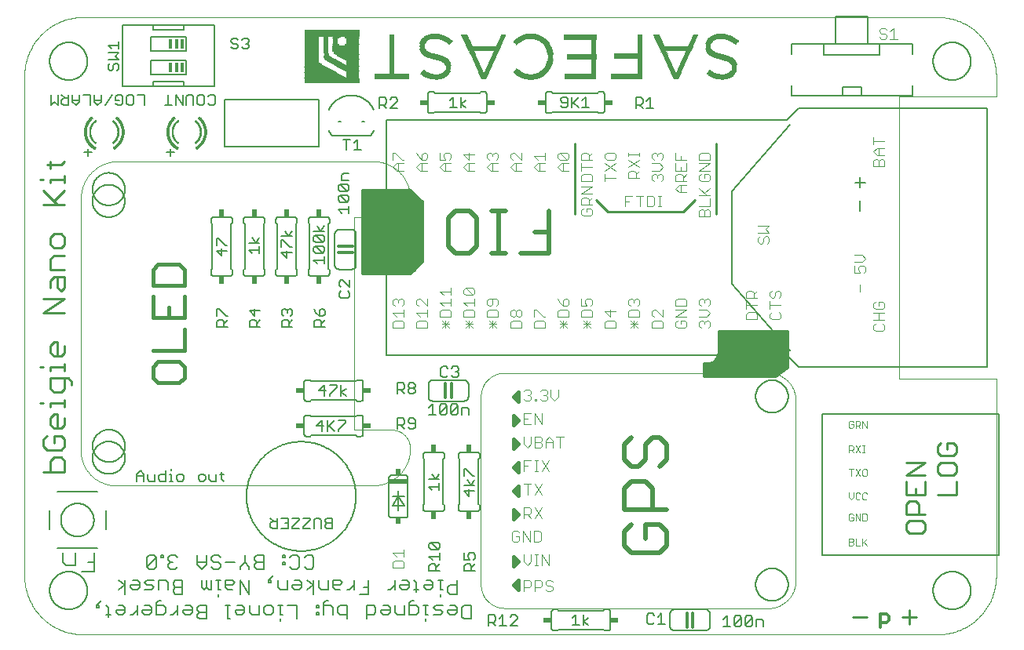
<source format=gto>
G75*
%MOIN*%
%OFA0B0*%
%FSLAX25Y25*%
%IPPOS*%
%LPD*%
%AMOC8*
5,1,8,0,0,1.08239X$1,22.5*
%
%ADD10C,0.00000*%
%ADD11C,0.00700*%
%ADD12C,0.02000*%
%ADD13C,0.00900*%
%ADD14C,0.00500*%
%ADD15C,0.01000*%
%ADD16C,0.00800*%
%ADD17C,0.01600*%
%ADD18C,0.01400*%
%ADD19C,0.01500*%
%ADD20C,0.00315*%
%ADD21C,0.00400*%
%ADD22C,0.00600*%
%ADD23C,0.00060*%
%ADD24C,0.00100*%
%ADD25R,0.03400X0.02400*%
%ADD26R,0.02400X0.03400*%
%ADD27R,0.08000X0.02000*%
%ADD28R,0.02000X0.02500*%
%ADD29C,0.01200*%
%ADD30R,0.01500X0.04000*%
%ADD31R,0.23035X0.00085*%
%ADD32R,0.23035X0.00085*%
%ADD33R,0.00935X0.00085*%
%ADD34R,0.01360X0.00085*%
%ADD35R,0.02975X0.00085*%
%ADD36R,0.01360X0.00085*%
%ADD37R,0.03145X0.00085*%
%ADD38R,0.04080X0.00085*%
%ADD39R,0.03230X0.00085*%
%ADD40R,0.04165X0.00085*%
%ADD41R,0.04845X0.00085*%
%ADD42R,0.04250X0.00085*%
%ADD43R,0.04930X0.00085*%
%ADD44R,0.02210X0.00085*%
%ADD45R,0.02380X0.00085*%
%ADD46R,0.02125X0.00085*%
%ADD47R,0.13770X0.00085*%
%ADD48R,0.05525X0.00085*%
%ADD49R,0.04845X0.00085*%
%ADD50R,0.02295X0.00085*%
%ADD51R,0.02295X0.00085*%
%ADD52R,0.06035X0.00085*%
%ADD53R,0.02465X0.00085*%
%ADD54R,0.06630X0.00085*%
%ADD55R,0.06035X0.00085*%
%ADD56R,0.06545X0.00085*%
%ADD57R,0.07055X0.00085*%
%ADD58R,0.06545X0.00085*%
%ADD59R,0.07055X0.00085*%
%ADD60R,0.02295X0.00085*%
%ADD61R,0.02380X0.00085*%
%ADD62R,0.02125X0.00085*%
%ADD63R,0.13770X0.00085*%
%ADD64R,0.07480X0.00085*%
%ADD65R,0.02465X0.00085*%
%ADD66R,0.07055X0.00085*%
%ADD67R,0.02295X0.00085*%
%ADD68R,0.07565X0.00085*%
%ADD69R,0.07905X0.00085*%
%ADD70R,0.02210X0.00085*%
%ADD71R,0.02380X0.00085*%
%ADD72R,0.07990X0.00085*%
%ADD73R,0.08245X0.00085*%
%ADD74R,0.07905X0.00085*%
%ADD75R,0.08245X0.00085*%
%ADD76R,0.08670X0.00085*%
%ADD77R,0.08585X0.00085*%
%ADD78R,0.08925X0.00085*%
%ADD79R,0.08500X0.00085*%
%ADD80R,0.08840X0.00085*%
%ADD81R,0.02380X0.00085*%
%ADD82R,0.09265X0.00085*%
%ADD83R,0.08840X0.00085*%
%ADD84R,0.09180X0.00085*%
%ADD85R,0.09605X0.00085*%
%ADD86R,0.06715X0.00085*%
%ADD87R,0.15470X0.00085*%
%ADD88R,0.09350X0.00085*%
%ADD89R,0.09860X0.00085*%
%ADD90R,0.09435X0.00085*%
%ADD91R,0.06290X0.00085*%
%ADD92R,0.03145X0.00085*%
%ADD93R,0.01955X0.00085*%
%ADD94R,0.05695X0.00085*%
%ADD95R,0.09690X0.00085*%
%ADD96R,0.10200X0.00085*%
%ADD97R,0.09775X0.00085*%
%ADD98R,0.06205X0.00085*%
%ADD99R,0.09945X0.00085*%
%ADD100R,0.10455X0.00085*%
%ADD101R,0.10030X0.00085*%
%ADD102R,0.02890X0.00085*%
%ADD103R,0.10285X0.00085*%
%ADD104R,0.10710X0.00085*%
%ADD105R,0.02210X0.00085*%
%ADD106R,0.10285X0.00085*%
%ADD107R,0.05950X0.00085*%
%ADD108R,0.02720X0.00085*%
%ADD109R,0.01955X0.00085*%
%ADD110R,0.05695X0.00085*%
%ADD111R,0.10540X0.00085*%
%ADD112R,0.10965X0.00085*%
%ADD113R,0.05780X0.00085*%
%ADD114R,0.02635X0.00085*%
%ADD115R,0.10795X0.00085*%
%ADD116R,0.11135X0.00085*%
%ADD117R,0.05695X0.00085*%
%ADD118R,0.11050X0.00085*%
%ADD119R,0.11390X0.00085*%
%ADD120R,0.10965X0.00085*%
%ADD121R,0.05610X0.00085*%
%ADD122R,0.11220X0.00085*%
%ADD123R,0.11645X0.00085*%
%ADD124R,0.11135X0.00085*%
%ADD125R,0.11390X0.00085*%
%ADD126R,0.11900X0.00085*%
%ADD127R,0.05525X0.00085*%
%ADD128R,0.04760X0.00085*%
%ADD129R,0.06205X0.00085*%
%ADD130R,0.05440X0.00085*%
%ADD131R,0.05440X0.00085*%
%ADD132R,0.05100X0.00085*%
%ADD133R,0.04930X0.00085*%
%ADD134R,0.05355X0.00085*%
%ADD135R,0.04080X0.00085*%
%ADD136R,0.04760X0.00085*%
%ADD137R,0.03740X0.00085*%
%ADD138R,0.04675X0.00085*%
%ADD139R,0.04505X0.00085*%
%ADD140R,0.03740X0.00085*%
%ADD141R,0.03570X0.00085*%
%ADD142R,0.04420X0.00085*%
%ADD143R,0.04335X0.00085*%
%ADD144R,0.03570X0.00085*%
%ADD145R,0.05270X0.00085*%
%ADD146R,0.04505X0.00085*%
%ADD147R,0.03400X0.00085*%
%ADD148R,0.04165X0.00085*%
%ADD149R,0.05270X0.00085*%
%ADD150R,0.02040X0.00085*%
%ADD151R,0.04335X0.00085*%
%ADD152R,0.03230X0.00085*%
%ADD153R,0.03995X0.00085*%
%ADD154R,0.04250X0.00085*%
%ADD155R,0.02040X0.00085*%
%ADD156R,0.03060X0.00085*%
%ADD157R,0.03910X0.00085*%
%ADD158R,0.03825X0.00085*%
%ADD159R,0.04165X0.00085*%
%ADD160R,0.05185X0.00085*%
%ADD161R,0.03655X0.00085*%
%ADD162R,0.03825X0.00085*%
%ADD163R,0.02805X0.00085*%
%ADD164R,0.03655X0.00085*%
%ADD165R,0.03570X0.00085*%
%ADD166R,0.02890X0.00085*%
%ADD167R,0.05185X0.00085*%
%ADD168R,0.02805X0.00085*%
%ADD169R,0.03485X0.00085*%
%ADD170R,0.02720X0.00085*%
%ADD171R,0.02720X0.00085*%
%ADD172R,0.03400X0.00085*%
%ADD173R,0.03655X0.00085*%
%ADD174R,0.03315X0.00085*%
%ADD175R,0.03315X0.00085*%
%ADD176R,0.02635X0.00085*%
%ADD177R,0.03315X0.00085*%
%ADD178R,0.02635X0.00085*%
%ADD179R,0.03230X0.00085*%
%ADD180R,0.02550X0.00085*%
%ADD181R,0.02465X0.00085*%
%ADD182R,0.03145X0.00085*%
%ADD183R,0.01870X0.00085*%
%ADD184R,0.03060X0.00085*%
%ADD185R,0.01955X0.00085*%
%ADD186R,0.01870X0.00085*%
%ADD187R,0.01700X0.00085*%
%ADD188R,0.01785X0.00085*%
%ADD189R,0.01615X0.00085*%
%ADD190R,0.01445X0.00085*%
%ADD191R,0.01615X0.00085*%
%ADD192R,0.01445X0.00085*%
%ADD193R,0.01275X0.00085*%
%ADD194R,0.01445X0.00085*%
%ADD195R,0.05355X0.00085*%
%ADD196R,0.01105X0.00085*%
%ADD197R,0.01190X0.00085*%
%ADD198R,0.01190X0.00085*%
%ADD199R,0.02805X0.00085*%
%ADD200R,0.01020X0.00085*%
%ADD201R,0.00765X0.00085*%
%ADD202R,0.00850X0.00085*%
%ADD203R,0.00595X0.00085*%
%ADD204R,0.00680X0.00085*%
%ADD205R,0.00425X0.00085*%
%ADD206R,0.02805X0.00085*%
%ADD207R,0.00510X0.00085*%
%ADD208R,0.02210X0.00085*%
%ADD209R,0.05695X0.00085*%
%ADD210R,0.00255X0.00085*%
%ADD211R,0.00340X0.00085*%
%ADD212R,0.00170X0.00085*%
%ADD213R,0.00170X0.00085*%
%ADD214R,0.05950X0.00085*%
%ADD215R,0.06290X0.00085*%
%ADD216R,0.03060X0.00085*%
%ADD217R,0.06630X0.00085*%
%ADD218R,0.14620X0.00085*%
%ADD219R,0.14620X0.00085*%
%ADD220R,0.02550X0.00085*%
%ADD221R,0.11050X0.00085*%
%ADD222R,0.14450X0.00085*%
%ADD223R,0.14535X0.00085*%
%ADD224R,0.14365X0.00085*%
%ADD225R,0.14365X0.00085*%
%ADD226R,0.14280X0.00085*%
%ADD227R,0.14195X0.00085*%
%ADD228R,0.14110X0.00085*%
%ADD229R,0.13940X0.00085*%
%ADD230R,0.02465X0.00085*%
%ADD231R,0.13770X0.00085*%
%ADD232R,0.13770X0.00085*%
%ADD233R,0.13600X0.00085*%
%ADD234R,0.13685X0.00085*%
%ADD235R,0.13515X0.00085*%
%ADD236R,0.13515X0.00085*%
%ADD237R,0.13430X0.00085*%
%ADD238R,0.13430X0.00085*%
%ADD239R,0.13345X0.00085*%
%ADD240R,0.13260X0.00085*%
%ADD241R,0.13090X0.00085*%
%ADD242R,0.13090X0.00085*%
%ADD243R,0.12920X0.00085*%
%ADD244R,0.03655X0.00085*%
%ADD245R,0.10880X0.00085*%
%ADD246R,0.10880X0.00085*%
%ADD247R,0.10795X0.00085*%
%ADD248R,0.10710X0.00085*%
%ADD249R,0.04505X0.00085*%
%ADD250R,0.04590X0.00085*%
%ADD251R,0.10625X0.00085*%
%ADD252R,0.05015X0.00085*%
%ADD253R,0.12240X0.00085*%
%ADD254R,0.05270X0.00085*%
%ADD255R,0.10285X0.00085*%
%ADD256R,0.05610X0.00085*%
%ADD257R,0.10115X0.00085*%
%ADD258R,0.05780X0.00085*%
%ADD259R,0.12240X0.00085*%
%ADD260R,0.05865X0.00085*%
%ADD261R,0.10030X0.00085*%
%ADD262R,0.12410X0.00085*%
%ADD263R,0.06120X0.00085*%
%ADD264R,0.06375X0.00085*%
%ADD265R,0.09690X0.00085*%
%ADD266R,0.09520X0.00085*%
%ADD267R,0.06800X0.00085*%
%ADD268R,0.06885X0.00085*%
%ADD269R,0.12410X0.00085*%
%ADD270R,0.09265X0.00085*%
%ADD271R,0.06970X0.00085*%
%ADD272R,0.09095X0.00085*%
%ADD273R,0.07140X0.00085*%
%ADD274R,0.07225X0.00085*%
%ADD275R,0.07310X0.00085*%
%ADD276R,0.08755X0.00085*%
%ADD277R,0.07395X0.00085*%
%ADD278R,0.07310X0.00085*%
%ADD279R,0.07395X0.00085*%
%ADD280R,0.08500X0.00085*%
%ADD281R,0.07395X0.00085*%
%ADD282R,0.08330X0.00085*%
%ADD283R,0.08160X0.00085*%
%ADD284R,0.08075X0.00085*%
%ADD285R,0.07310X0.00085*%
%ADD286R,0.07735X0.00085*%
%ADD287R,0.07055X0.00085*%
%ADD288R,0.07480X0.00085*%
%ADD289R,0.06970X0.00085*%
%ADD290R,0.06885X0.00085*%
%ADD291R,0.06630X0.00085*%
%ADD292R,0.06630X0.00085*%
%ADD293R,0.06970X0.00085*%
%ADD294R,0.03910X0.00085*%
%ADD295R,0.06460X0.00085*%
%ADD296R,0.06460X0.00085*%
%ADD297R,0.04165X0.00085*%
%ADD298R,0.05440X0.00085*%
%ADD299R,0.05440X0.00085*%
%ADD300R,0.06205X0.00085*%
%ADD301R,0.04420X0.00085*%
%ADD302R,0.05185X0.00085*%
%ADD303R,0.06120X0.00085*%
%ADD304R,0.04505X0.00085*%
%ADD305R,0.04845X0.00085*%
%ADD306R,0.05780X0.00085*%
%ADD307R,0.04335X0.00085*%
%ADD308R,0.04590X0.00085*%
%ADD309R,0.05780X0.00085*%
%ADD310R,0.04590X0.00085*%
%ADD311R,0.03910X0.00085*%
%ADD312R,0.05865X0.00085*%
%ADD313R,0.03485X0.00085*%
%ADD314R,0.04590X0.00085*%
%ADD315R,0.02975X0.00085*%
%ADD316R,0.06290X0.00085*%
%ADD317R,0.06290X0.00085*%
%ADD318R,0.06715X0.00085*%
%ADD319R,0.07565X0.00085*%
%ADD320R,0.07650X0.00085*%
%ADD321R,0.07820X0.00085*%
%ADD322R,0.07990X0.00085*%
%ADD323R,0.08160X0.00085*%
%ADD324R,0.08415X0.00085*%
%ADD325R,0.08755X0.00085*%
%ADD326R,0.09010X0.00085*%
%ADD327R,0.09180X0.00085*%
%ADD328R,0.08840X0.00085*%
%ADD329R,0.09605X0.00085*%
%ADD330R,0.09945X0.00085*%
%ADD331R,0.02720X0.00085*%
%ADD332R,0.10370X0.00085*%
%ADD333R,0.10540X0.00085*%
%ADD334R,0.00255X0.00085*%
%ADD335R,0.10625X0.00085*%
%ADD336R,0.00425X0.00085*%
%ADD337R,0.00765X0.00085*%
%ADD338R,0.11135X0.00085*%
%ADD339R,0.11220X0.00085*%
%ADD340R,0.01105X0.00085*%
%ADD341R,0.11390X0.00085*%
%ADD342R,0.01275X0.00085*%
%ADD343R,0.11560X0.00085*%
%ADD344R,0.11730X0.00085*%
%ADD345R,0.00595X0.00085*%
%ADD346R,0.02890X0.00085*%
%ADD347R,0.01700X0.00085*%
%ADD348R,0.11815X0.00085*%
%ADD349R,0.00765X0.00085*%
%ADD350R,0.11985X0.00085*%
%ADD351R,0.02040X0.00085*%
%ADD352R,0.12155X0.00085*%
%ADD353R,0.05865X0.00085*%
%ADD354R,0.12325X0.00085*%
%ADD355R,0.01530X0.00085*%
%ADD356R,0.03145X0.00085*%
%ADD357R,0.12580X0.00085*%
%ADD358R,0.12750X0.00085*%
%ADD359R,0.12920X0.00085*%
%ADD360R,0.13090X0.00085*%
%ADD361R,0.03485X0.00085*%
%ADD362R,0.13175X0.00085*%
%ADD363R,0.13345X0.00085*%
%ADD364R,0.04420X0.00085*%
%ADD365R,0.13940X0.00085*%
%ADD366R,0.03740X0.00085*%
%ADD367R,0.04080X0.00085*%
%ADD368R,0.03740X0.00085*%
%ADD369R,0.14110X0.00085*%
%ADD370R,0.03995X0.00085*%
%ADD371R,0.14705X0.00085*%
%ADD372R,0.14705X0.00085*%
%ADD373R,0.03995X0.00085*%
%ADD374R,0.13515X0.00085*%
%ADD375R,0.13600X0.00085*%
%ADD376R,0.05015X0.00085*%
%ADD377R,0.03995X0.00085*%
%ADD378R,0.14705X0.00085*%
%ADD379R,0.14875X0.00085*%
%ADD380R,0.14960X0.00085*%
%ADD381R,0.15130X0.00085*%
%ADD382R,0.11815X0.00085*%
%ADD383R,0.15300X0.00085*%
%ADD384R,0.10370X0.00085*%
%ADD385R,0.11305X0.00085*%
%ADD386R,0.15555X0.00085*%
%ADD387R,0.15725X0.00085*%
%ADD388R,0.15895X0.00085*%
%ADD389R,0.16065X0.00085*%
%ADD390R,0.09520X0.00085*%
%ADD391R,0.16150X0.00085*%
%ADD392R,0.09180X0.00085*%
%ADD393R,0.16320X0.00085*%
%ADD394R,0.16490X0.00085*%
%ADD395R,0.16660X0.00085*%
%ADD396R,0.16745X0.00085*%
%ADD397R,0.08670X0.00085*%
%ADD398R,0.16915X0.00085*%
%ADD399R,0.07565X0.00085*%
%ADD400R,0.08415X0.00085*%
%ADD401R,0.17085X0.00085*%
%ADD402R,0.17255X0.00085*%
%ADD403R,0.17340X0.00085*%
%ADD404R,0.17510X0.00085*%
%ADD405R,0.17680X0.00085*%
%ADD406R,0.06120X0.00085*%
%ADD407C,0.00300*%
D10*
X0033850Y0008850D02*
X0396350Y0008850D01*
X0396954Y0008857D01*
X0397558Y0008879D01*
X0398161Y0008916D01*
X0398763Y0008967D01*
X0399363Y0009032D01*
X0399962Y0009112D01*
X0400559Y0009207D01*
X0401153Y0009316D01*
X0401745Y0009439D01*
X0402333Y0009576D01*
X0402918Y0009728D01*
X0403499Y0009894D01*
X0404075Y0010074D01*
X0404648Y0010267D01*
X0405215Y0010475D01*
X0405777Y0010696D01*
X0406334Y0010930D01*
X0406885Y0011178D01*
X0407430Y0011439D01*
X0407968Y0011714D01*
X0408500Y0012001D01*
X0409024Y0012301D01*
X0409541Y0012613D01*
X0410050Y0012938D01*
X0410552Y0013275D01*
X0411045Y0013625D01*
X0411529Y0013986D01*
X0412005Y0014358D01*
X0412471Y0014742D01*
X0412928Y0015137D01*
X0413375Y0015543D01*
X0413813Y0015960D01*
X0414240Y0016387D01*
X0414657Y0016825D01*
X0415063Y0017272D01*
X0415458Y0017729D01*
X0415842Y0018195D01*
X0416214Y0018671D01*
X0416575Y0019155D01*
X0416925Y0019648D01*
X0417262Y0020150D01*
X0417587Y0020659D01*
X0417899Y0021176D01*
X0418199Y0021700D01*
X0418486Y0022232D01*
X0418761Y0022770D01*
X0419022Y0023315D01*
X0419270Y0023866D01*
X0419504Y0024423D01*
X0419725Y0024985D01*
X0419933Y0025552D01*
X0420126Y0026125D01*
X0420306Y0026701D01*
X0420472Y0027282D01*
X0420624Y0027867D01*
X0420761Y0028455D01*
X0420884Y0029047D01*
X0420993Y0029641D01*
X0421088Y0030238D01*
X0421168Y0030837D01*
X0421233Y0031437D01*
X0421284Y0032039D01*
X0421321Y0032642D01*
X0421343Y0033246D01*
X0421350Y0033850D01*
X0421350Y0117600D01*
X0380100Y0117600D01*
X0380100Y0237600D01*
X0421350Y0237600D01*
X0421350Y0246350D01*
X0421343Y0246954D01*
X0421321Y0247558D01*
X0421284Y0248161D01*
X0421233Y0248763D01*
X0421168Y0249363D01*
X0421088Y0249962D01*
X0420993Y0250559D01*
X0420884Y0251153D01*
X0420761Y0251745D01*
X0420624Y0252333D01*
X0420472Y0252918D01*
X0420306Y0253499D01*
X0420126Y0254075D01*
X0419933Y0254648D01*
X0419725Y0255215D01*
X0419504Y0255777D01*
X0419270Y0256334D01*
X0419022Y0256885D01*
X0418761Y0257430D01*
X0418486Y0257968D01*
X0418199Y0258500D01*
X0417899Y0259024D01*
X0417587Y0259541D01*
X0417262Y0260050D01*
X0416925Y0260552D01*
X0416575Y0261045D01*
X0416214Y0261529D01*
X0415842Y0262005D01*
X0415458Y0262471D01*
X0415063Y0262928D01*
X0414657Y0263375D01*
X0414240Y0263813D01*
X0413813Y0264240D01*
X0413375Y0264657D01*
X0412928Y0265063D01*
X0412471Y0265458D01*
X0412005Y0265842D01*
X0411529Y0266214D01*
X0411045Y0266575D01*
X0410552Y0266925D01*
X0410050Y0267262D01*
X0409541Y0267587D01*
X0409024Y0267899D01*
X0408500Y0268199D01*
X0407968Y0268486D01*
X0407430Y0268761D01*
X0406885Y0269022D01*
X0406334Y0269270D01*
X0405777Y0269504D01*
X0405215Y0269725D01*
X0404648Y0269933D01*
X0404075Y0270126D01*
X0403499Y0270306D01*
X0402918Y0270472D01*
X0402333Y0270624D01*
X0401745Y0270761D01*
X0401153Y0270884D01*
X0400559Y0270993D01*
X0399962Y0271088D01*
X0399363Y0271168D01*
X0398763Y0271233D01*
X0398161Y0271284D01*
X0397558Y0271321D01*
X0396954Y0271343D01*
X0396350Y0271350D01*
X0033850Y0271350D01*
X0033246Y0271343D01*
X0032642Y0271321D01*
X0032039Y0271284D01*
X0031437Y0271233D01*
X0030837Y0271168D01*
X0030238Y0271088D01*
X0029641Y0270993D01*
X0029047Y0270884D01*
X0028455Y0270761D01*
X0027867Y0270624D01*
X0027282Y0270472D01*
X0026701Y0270306D01*
X0026125Y0270126D01*
X0025552Y0269933D01*
X0024985Y0269725D01*
X0024423Y0269504D01*
X0023866Y0269270D01*
X0023315Y0269022D01*
X0022770Y0268761D01*
X0022232Y0268486D01*
X0021700Y0268199D01*
X0021176Y0267899D01*
X0020659Y0267587D01*
X0020150Y0267262D01*
X0019648Y0266925D01*
X0019155Y0266575D01*
X0018671Y0266214D01*
X0018195Y0265842D01*
X0017729Y0265458D01*
X0017272Y0265063D01*
X0016825Y0264657D01*
X0016387Y0264240D01*
X0015960Y0263813D01*
X0015543Y0263375D01*
X0015137Y0262928D01*
X0014742Y0262471D01*
X0014358Y0262005D01*
X0013986Y0261529D01*
X0013625Y0261045D01*
X0013275Y0260552D01*
X0012938Y0260050D01*
X0012613Y0259541D01*
X0012301Y0259024D01*
X0012001Y0258500D01*
X0011714Y0257968D01*
X0011439Y0257430D01*
X0011178Y0256885D01*
X0010930Y0256334D01*
X0010696Y0255777D01*
X0010475Y0255215D01*
X0010267Y0254648D01*
X0010074Y0254075D01*
X0009894Y0253499D01*
X0009728Y0252918D01*
X0009576Y0252333D01*
X0009439Y0251745D01*
X0009316Y0251153D01*
X0009207Y0250559D01*
X0009112Y0249962D01*
X0009032Y0249363D01*
X0008967Y0248763D01*
X0008916Y0248161D01*
X0008879Y0247558D01*
X0008857Y0246954D01*
X0008850Y0246350D01*
X0008850Y0033850D01*
X0008857Y0033246D01*
X0008879Y0032642D01*
X0008916Y0032039D01*
X0008967Y0031437D01*
X0009032Y0030837D01*
X0009112Y0030238D01*
X0009207Y0029641D01*
X0009316Y0029047D01*
X0009439Y0028455D01*
X0009576Y0027867D01*
X0009728Y0027282D01*
X0009894Y0026701D01*
X0010074Y0026125D01*
X0010267Y0025552D01*
X0010475Y0024985D01*
X0010696Y0024423D01*
X0010930Y0023866D01*
X0011178Y0023315D01*
X0011439Y0022770D01*
X0011714Y0022232D01*
X0012001Y0021700D01*
X0012301Y0021176D01*
X0012613Y0020659D01*
X0012938Y0020150D01*
X0013275Y0019648D01*
X0013625Y0019155D01*
X0013986Y0018671D01*
X0014358Y0018195D01*
X0014742Y0017729D01*
X0015137Y0017272D01*
X0015543Y0016825D01*
X0015960Y0016387D01*
X0016387Y0015960D01*
X0016825Y0015543D01*
X0017272Y0015137D01*
X0017729Y0014742D01*
X0018195Y0014358D01*
X0018671Y0013986D01*
X0019155Y0013625D01*
X0019648Y0013275D01*
X0020150Y0012938D01*
X0020659Y0012613D01*
X0021176Y0012301D01*
X0021700Y0012001D01*
X0022232Y0011714D01*
X0022770Y0011439D01*
X0023315Y0011178D01*
X0023866Y0010930D01*
X0024423Y0010696D01*
X0024985Y0010475D01*
X0025552Y0010267D01*
X0026125Y0010074D01*
X0026701Y0009894D01*
X0027282Y0009728D01*
X0027867Y0009576D01*
X0028455Y0009439D01*
X0029047Y0009316D01*
X0029641Y0009207D01*
X0030238Y0009112D01*
X0030837Y0009032D01*
X0031437Y0008967D01*
X0032039Y0008916D01*
X0032642Y0008879D01*
X0033246Y0008857D01*
X0033850Y0008850D01*
D11*
X0043589Y0017413D02*
X0045557Y0017413D01*
X0044573Y0016429D02*
X0044573Y0020366D01*
X0043589Y0021350D01*
X0041506Y0023318D02*
X0039538Y0021350D01*
X0040522Y0021350D01*
X0040522Y0020366D01*
X0039538Y0020366D01*
X0039538Y0021350D01*
X0047698Y0019382D02*
X0051635Y0019382D01*
X0051635Y0020366D02*
X0051635Y0018397D01*
X0050650Y0017413D01*
X0048682Y0017413D01*
X0047698Y0018397D01*
X0047698Y0019382D01*
X0048682Y0021350D02*
X0050650Y0021350D01*
X0051635Y0020366D01*
X0053746Y0017413D02*
X0054731Y0017413D01*
X0056699Y0019382D01*
X0056699Y0021350D02*
X0056699Y0017413D01*
X0058839Y0018397D02*
X0058839Y0019382D01*
X0062776Y0019382D01*
X0062776Y0020366D02*
X0062776Y0018397D01*
X0061792Y0017413D01*
X0059824Y0017413D01*
X0058839Y0018397D01*
X0059824Y0021350D02*
X0061792Y0021350D01*
X0062776Y0020366D01*
X0064917Y0021350D02*
X0067869Y0021350D01*
X0068853Y0020366D01*
X0068853Y0018397D01*
X0067869Y0017413D01*
X0064917Y0017413D01*
X0064917Y0022334D01*
X0065901Y0023318D01*
X0066885Y0023318D01*
X0065930Y0027973D02*
X0065930Y0031910D01*
X0068882Y0031910D01*
X0069866Y0030926D01*
X0069866Y0027973D01*
X0072007Y0027973D02*
X0072991Y0028957D01*
X0075943Y0028957D01*
X0075943Y0026005D02*
X0072991Y0026005D01*
X0072007Y0026989D01*
X0072007Y0027973D01*
X0072991Y0028957D02*
X0072007Y0029942D01*
X0072007Y0030926D01*
X0072991Y0031910D01*
X0075943Y0031910D01*
X0075943Y0026005D01*
X0077042Y0021350D02*
X0079011Y0021350D01*
X0079995Y0020366D01*
X0079995Y0018397D01*
X0079011Y0017413D01*
X0077042Y0017413D01*
X0076058Y0018397D01*
X0076058Y0019382D01*
X0079995Y0019382D01*
X0082135Y0019382D02*
X0082135Y0020366D01*
X0083119Y0021350D01*
X0086072Y0021350D01*
X0086072Y0015445D01*
X0083119Y0015445D01*
X0082135Y0016429D01*
X0082135Y0017413D01*
X0083119Y0018397D01*
X0086072Y0018397D01*
X0083119Y0018397D02*
X0082135Y0019382D01*
X0073918Y0019382D02*
X0071949Y0017413D01*
X0070965Y0017413D01*
X0073918Y0017413D02*
X0073918Y0021350D01*
X0084161Y0028957D02*
X0085145Y0027973D01*
X0086129Y0028957D01*
X0086129Y0031910D01*
X0084161Y0031910D02*
X0084161Y0028957D01*
X0086129Y0028957D02*
X0087114Y0027973D01*
X0088098Y0027973D01*
X0088098Y0031910D01*
X0090181Y0031910D02*
X0092149Y0031910D01*
X0091165Y0031910D02*
X0091165Y0027973D01*
X0092149Y0027973D01*
X0091165Y0026005D02*
X0091165Y0025021D01*
X0094232Y0021350D02*
X0096201Y0021350D01*
X0095216Y0021350D02*
X0095216Y0015445D01*
X0096201Y0015445D01*
X0098341Y0018397D02*
X0098341Y0019382D01*
X0102278Y0019382D01*
X0102278Y0020366D02*
X0102278Y0018397D01*
X0101294Y0017413D01*
X0099325Y0017413D01*
X0098341Y0018397D01*
X0099325Y0021350D02*
X0101294Y0021350D01*
X0102278Y0020366D01*
X0104418Y0021350D02*
X0104418Y0018397D01*
X0105403Y0017413D01*
X0108355Y0017413D01*
X0108355Y0021350D01*
X0110496Y0020366D02*
X0110496Y0018397D01*
X0111480Y0017413D01*
X0113448Y0017413D01*
X0114432Y0018397D01*
X0114432Y0020366D01*
X0113448Y0021350D01*
X0111480Y0021350D01*
X0110496Y0020366D01*
X0116515Y0021350D02*
X0118484Y0021350D01*
X0117500Y0021350D02*
X0117500Y0017413D01*
X0118484Y0017413D01*
X0117500Y0015445D02*
X0117500Y0014461D01*
X0124561Y0015445D02*
X0124561Y0021350D01*
X0120624Y0021350D01*
X0120509Y0027973D02*
X0117557Y0027973D01*
X0116573Y0028957D01*
X0116573Y0031910D01*
X0114432Y0033878D02*
X0112464Y0031910D01*
X0113448Y0031910D01*
X0113448Y0030926D01*
X0112464Y0030926D01*
X0112464Y0031910D01*
X0110381Y0036565D02*
X0107428Y0036565D01*
X0106444Y0037549D01*
X0106444Y0038533D01*
X0107428Y0039517D01*
X0110381Y0039517D01*
X0110381Y0036565D02*
X0110381Y0042470D01*
X0107428Y0042470D01*
X0106444Y0041486D01*
X0106444Y0040502D01*
X0107428Y0039517D01*
X0104304Y0037549D02*
X0102335Y0039517D01*
X0102335Y0042470D01*
X0102335Y0039517D02*
X0100367Y0037549D01*
X0100367Y0036565D01*
X0098226Y0039517D02*
X0094290Y0039517D01*
X0092149Y0038533D02*
X0091165Y0039517D01*
X0089197Y0039517D01*
X0088212Y0040502D01*
X0088212Y0041486D01*
X0089197Y0042470D01*
X0091165Y0042470D01*
X0092149Y0041486D01*
X0092149Y0038533D02*
X0092149Y0037549D01*
X0091165Y0036565D01*
X0089197Y0036565D01*
X0088212Y0037549D01*
X0086072Y0038533D02*
X0084104Y0036565D01*
X0082135Y0038533D01*
X0082135Y0042470D01*
X0082135Y0039517D02*
X0086072Y0039517D01*
X0086072Y0038533D02*
X0086072Y0042470D01*
X0073918Y0041486D02*
X0072933Y0042470D01*
X0070965Y0042470D01*
X0069981Y0041486D01*
X0069981Y0040502D01*
X0070965Y0039517D01*
X0071949Y0039517D01*
X0070965Y0039517D02*
X0069981Y0038533D01*
X0069981Y0037549D01*
X0070965Y0036565D01*
X0072933Y0036565D01*
X0073918Y0037549D01*
X0067840Y0041486D02*
X0067840Y0042470D01*
X0066856Y0042470D01*
X0066856Y0041486D01*
X0067840Y0041486D01*
X0064802Y0041486D02*
X0060865Y0037549D01*
X0060865Y0041486D01*
X0061849Y0042470D01*
X0063818Y0042470D01*
X0064802Y0041486D01*
X0064802Y0037549D01*
X0063818Y0036565D01*
X0061849Y0036565D01*
X0060865Y0037549D01*
X0060836Y0031910D02*
X0059852Y0030926D01*
X0060836Y0029942D01*
X0062805Y0029942D01*
X0063789Y0028957D01*
X0062805Y0027973D01*
X0059852Y0027973D01*
X0057712Y0028957D02*
X0056728Y0027973D01*
X0054759Y0027973D01*
X0053775Y0028957D01*
X0053775Y0029942D01*
X0057712Y0029942D01*
X0057712Y0030926D02*
X0057712Y0028957D01*
X0057712Y0030926D02*
X0056728Y0031910D01*
X0054759Y0031910D01*
X0051635Y0031910D02*
X0051635Y0026005D01*
X0048682Y0027973D02*
X0051635Y0029942D01*
X0048682Y0031910D01*
X0060836Y0031910D02*
X0063789Y0031910D01*
X0094290Y0031910D02*
X0094290Y0028957D01*
X0095274Y0027973D01*
X0097242Y0027973D01*
X0097242Y0029942D02*
X0094290Y0029942D01*
X0094290Y0031910D02*
X0097242Y0031910D01*
X0098226Y0030926D01*
X0097242Y0029942D01*
X0100367Y0031910D02*
X0100367Y0026005D01*
X0104304Y0026005D02*
X0100367Y0031910D01*
X0104304Y0031910D02*
X0104304Y0026005D01*
X0104304Y0036565D02*
X0104304Y0037549D01*
X0118512Y0038533D02*
X0118512Y0039517D01*
X0119497Y0039517D01*
X0119497Y0038533D01*
X0118512Y0038533D01*
X0118512Y0041486D02*
X0118512Y0042470D01*
X0119497Y0042470D01*
X0119497Y0041486D01*
X0118512Y0041486D01*
X0121637Y0041486D02*
X0122621Y0042470D01*
X0124590Y0042470D01*
X0125574Y0041486D01*
X0125574Y0037549D01*
X0124590Y0036565D01*
X0122621Y0036565D01*
X0121637Y0037549D01*
X0127714Y0037549D02*
X0128698Y0036565D01*
X0130667Y0036565D01*
X0131651Y0037549D01*
X0131651Y0041486D01*
X0130667Y0042470D01*
X0128698Y0042470D01*
X0127714Y0041486D01*
X0128698Y0031910D02*
X0131651Y0029942D01*
X0128698Y0027973D01*
X0126587Y0028957D02*
X0125602Y0027973D01*
X0123634Y0027973D01*
X0122650Y0028957D01*
X0122650Y0029942D01*
X0126587Y0029942D01*
X0126587Y0030926D02*
X0126587Y0028957D01*
X0126587Y0030926D02*
X0125602Y0031910D01*
X0123634Y0031910D01*
X0120509Y0031910D02*
X0120509Y0027973D01*
X0131651Y0026005D02*
X0131651Y0031910D01*
X0133791Y0031910D02*
X0133791Y0028957D01*
X0134776Y0027973D01*
X0137728Y0027973D01*
X0137728Y0031910D01*
X0139869Y0031910D02*
X0142821Y0031910D01*
X0143805Y0030926D01*
X0142821Y0029942D01*
X0139869Y0029942D01*
X0139869Y0028957D02*
X0139869Y0031910D01*
X0139869Y0028957D02*
X0140853Y0027973D01*
X0142821Y0027973D01*
X0145917Y0027973D02*
X0146901Y0027973D01*
X0148870Y0029942D01*
X0148870Y0031910D02*
X0148870Y0027973D01*
X0151010Y0026005D02*
X0154947Y0026005D01*
X0154947Y0031910D01*
X0154947Y0028957D02*
X0152978Y0028957D01*
X0163136Y0027973D02*
X0164120Y0027973D01*
X0166088Y0029942D01*
X0166088Y0031910D02*
X0166088Y0027973D01*
X0168229Y0028957D02*
X0168229Y0029942D01*
X0172166Y0029942D01*
X0172166Y0030926D02*
X0172166Y0028957D01*
X0171181Y0027973D01*
X0169213Y0027973D01*
X0168229Y0028957D01*
X0169213Y0031910D02*
X0171181Y0031910D01*
X0172166Y0030926D01*
X0174249Y0031910D02*
X0175233Y0030926D01*
X0175233Y0026989D01*
X0176217Y0027973D02*
X0174249Y0027973D01*
X0178357Y0028957D02*
X0178357Y0029942D01*
X0182294Y0029942D01*
X0182294Y0030926D02*
X0182294Y0028957D01*
X0181310Y0027973D01*
X0179342Y0027973D01*
X0178357Y0028957D01*
X0179342Y0031910D02*
X0181310Y0031910D01*
X0182294Y0030926D01*
X0184377Y0031910D02*
X0186346Y0031910D01*
X0185361Y0031910D02*
X0185361Y0027973D01*
X0186346Y0027973D01*
X0185361Y0026005D02*
X0185361Y0025021D01*
X0188486Y0026989D02*
X0188486Y0028957D01*
X0189470Y0029942D01*
X0192423Y0029942D01*
X0192423Y0031910D02*
X0192423Y0026005D01*
X0189470Y0026005D01*
X0188486Y0026989D01*
X0189470Y0021350D02*
X0191439Y0021350D01*
X0192423Y0020366D01*
X0192423Y0018397D01*
X0191439Y0017413D01*
X0189470Y0017413D01*
X0188486Y0018397D01*
X0188486Y0019382D01*
X0192423Y0019382D01*
X0194563Y0020366D02*
X0194563Y0016429D01*
X0195547Y0015445D01*
X0198500Y0015445D01*
X0198500Y0021350D01*
X0195547Y0021350D01*
X0194563Y0020366D01*
X0186346Y0021350D02*
X0183393Y0021350D01*
X0182409Y0020366D01*
X0183393Y0019382D01*
X0185361Y0019382D01*
X0186346Y0018397D01*
X0185361Y0017413D01*
X0182409Y0017413D01*
X0180268Y0017413D02*
X0179284Y0017413D01*
X0179284Y0021350D01*
X0180268Y0021350D02*
X0178300Y0021350D01*
X0176217Y0020366D02*
X0176217Y0018397D01*
X0175233Y0017413D01*
X0172280Y0017413D01*
X0172280Y0022334D01*
X0173264Y0023318D01*
X0174249Y0023318D01*
X0175233Y0021350D02*
X0172280Y0021350D01*
X0170140Y0021350D02*
X0170140Y0017413D01*
X0167187Y0017413D01*
X0166203Y0018397D01*
X0166203Y0021350D01*
X0164063Y0020366D02*
X0164063Y0018397D01*
X0163078Y0017413D01*
X0161110Y0017413D01*
X0160126Y0018397D01*
X0160126Y0019382D01*
X0164063Y0019382D01*
X0164063Y0020366D02*
X0163078Y0021350D01*
X0161110Y0021350D01*
X0157985Y0020366D02*
X0157985Y0018397D01*
X0157001Y0017413D01*
X0154049Y0017413D01*
X0154049Y0015445D02*
X0154049Y0021350D01*
X0157001Y0021350D01*
X0157985Y0020366D01*
X0145831Y0021350D02*
X0145831Y0015445D01*
X0145831Y0017413D02*
X0142879Y0017413D01*
X0141894Y0018397D01*
X0141894Y0020366D01*
X0142879Y0021350D01*
X0145831Y0021350D01*
X0139754Y0020366D02*
X0139754Y0017413D01*
X0139754Y0020366D02*
X0138770Y0021350D01*
X0135817Y0021350D01*
X0135817Y0022334D02*
X0136801Y0023318D01*
X0137785Y0023318D01*
X0135817Y0022334D02*
X0135817Y0017413D01*
X0133677Y0017413D02*
X0133677Y0018397D01*
X0132692Y0018397D01*
X0132692Y0017413D01*
X0133677Y0017413D01*
X0133677Y0020366D02*
X0132692Y0020366D01*
X0132692Y0021350D01*
X0133677Y0021350D01*
X0133677Y0020366D01*
X0175233Y0021350D02*
X0176217Y0020366D01*
X0179284Y0015445D02*
X0179284Y0014461D01*
D12*
X0263585Y0046603D02*
X0266587Y0043600D01*
X0278597Y0043600D01*
X0281600Y0046603D01*
X0281600Y0052608D01*
X0278597Y0055610D01*
X0272592Y0055610D01*
X0272592Y0049605D01*
X0266587Y0055610D02*
X0263585Y0052608D01*
X0263585Y0046603D01*
X0263585Y0062016D02*
X0263585Y0071023D01*
X0266587Y0074026D01*
X0272592Y0074026D01*
X0275595Y0071023D01*
X0275595Y0062016D01*
X0281600Y0062016D02*
X0263585Y0062016D01*
X0266587Y0080431D02*
X0269590Y0080431D01*
X0272592Y0083434D01*
X0272592Y0089439D01*
X0275595Y0092442D01*
X0278597Y0092442D01*
X0281600Y0089439D01*
X0281600Y0083434D01*
X0278597Y0080431D01*
X0266587Y0080431D02*
X0263585Y0083434D01*
X0263585Y0089439D01*
X0266587Y0092442D01*
X0231600Y0171085D02*
X0219590Y0171085D01*
X0213184Y0171085D02*
X0207179Y0171085D01*
X0210182Y0171085D02*
X0210182Y0189100D01*
X0213184Y0189100D02*
X0207179Y0189100D01*
X0200907Y0186097D02*
X0197905Y0189100D01*
X0191899Y0189100D01*
X0188897Y0186097D01*
X0188897Y0174087D01*
X0191899Y0171085D01*
X0197905Y0171085D01*
X0200907Y0174087D01*
X0200907Y0186097D01*
X0225595Y0180092D02*
X0231600Y0180092D01*
X0231600Y0171085D02*
X0231600Y0189100D01*
D13*
X0383043Y0082066D02*
X0391150Y0082066D01*
X0383043Y0076661D01*
X0391150Y0076661D01*
X0391150Y0073779D02*
X0391150Y0068374D01*
X0383043Y0068374D01*
X0383043Y0073779D01*
X0387097Y0071076D02*
X0387097Y0068374D01*
X0387097Y0065492D02*
X0388448Y0064141D01*
X0388448Y0060087D01*
X0391150Y0060087D02*
X0383043Y0060087D01*
X0383043Y0064141D01*
X0384394Y0065492D01*
X0387097Y0065492D01*
X0389799Y0057205D02*
X0384394Y0057205D01*
X0383043Y0055853D01*
X0383043Y0053151D01*
X0384394Y0051800D01*
X0389799Y0051800D01*
X0391150Y0053151D01*
X0391150Y0055853D01*
X0389799Y0057205D01*
X0396543Y0068374D02*
X0404650Y0068374D01*
X0404650Y0073779D01*
X0403299Y0076661D02*
X0404650Y0078012D01*
X0404650Y0080715D01*
X0403299Y0082066D01*
X0397894Y0082066D01*
X0396543Y0080715D01*
X0396543Y0078012D01*
X0397894Y0076661D01*
X0403299Y0076661D01*
X0403299Y0084948D02*
X0397894Y0084948D01*
X0396543Y0086299D01*
X0396543Y0089002D01*
X0397894Y0090353D01*
X0400597Y0090353D02*
X0400597Y0087651D01*
X0400597Y0090353D02*
X0403299Y0090353D01*
X0404650Y0089002D01*
X0404650Y0086299D01*
X0403299Y0084948D01*
D14*
X0317810Y0016103D02*
X0317060Y0016854D01*
X0315558Y0016854D01*
X0314808Y0016103D01*
X0314808Y0013101D01*
X0317810Y0016103D01*
X0317810Y0013101D01*
X0317060Y0012350D01*
X0315558Y0012350D01*
X0314808Y0013101D01*
X0313206Y0013101D02*
X0313206Y0016103D01*
X0310204Y0013101D01*
X0310955Y0012350D01*
X0312456Y0012350D01*
X0313206Y0013101D01*
X0310204Y0013101D02*
X0310204Y0016103D01*
X0310955Y0016854D01*
X0312456Y0016854D01*
X0313206Y0016103D01*
X0308603Y0012350D02*
X0305600Y0012350D01*
X0307101Y0012350D02*
X0307101Y0016854D01*
X0305600Y0015353D01*
X0319412Y0015353D02*
X0319412Y0012350D01*
X0322414Y0012350D02*
X0322414Y0014602D01*
X0321664Y0015353D01*
X0319412Y0015353D01*
X0280706Y0013350D02*
X0277704Y0013350D01*
X0279205Y0013350D02*
X0279205Y0017854D01*
X0277704Y0016353D01*
X0276103Y0017103D02*
X0275352Y0017854D01*
X0273851Y0017854D01*
X0273100Y0017103D01*
X0273100Y0014101D01*
X0273851Y0013350D01*
X0275352Y0013350D01*
X0276103Y0014101D01*
X0248306Y0012850D02*
X0246054Y0014351D01*
X0248306Y0015853D01*
X0246054Y0017354D02*
X0246054Y0012850D01*
X0244453Y0012850D02*
X0241450Y0012850D01*
X0242951Y0012850D02*
X0242951Y0017354D01*
X0241450Y0015853D01*
X0218060Y0015603D02*
X0218060Y0016353D01*
X0217310Y0017104D01*
X0215808Y0017104D01*
X0215058Y0016353D01*
X0218060Y0015603D02*
X0215058Y0012600D01*
X0218060Y0012600D01*
X0213456Y0012600D02*
X0210454Y0012600D01*
X0211955Y0012600D02*
X0211955Y0017104D01*
X0210454Y0015603D01*
X0208853Y0016353D02*
X0208853Y0014852D01*
X0208102Y0014101D01*
X0205850Y0014101D01*
X0205850Y0012600D02*
X0205850Y0017104D01*
X0208102Y0017104D01*
X0208853Y0016353D01*
X0207351Y0014101D02*
X0208853Y0012600D01*
X0200100Y0035850D02*
X0195596Y0035850D01*
X0195596Y0038102D01*
X0196347Y0038853D01*
X0197848Y0038853D01*
X0198599Y0038102D01*
X0198599Y0035850D01*
X0198599Y0037351D02*
X0200100Y0038853D01*
X0199349Y0040454D02*
X0200100Y0041205D01*
X0200100Y0042706D01*
X0199349Y0043456D01*
X0197848Y0043456D01*
X0197097Y0042706D01*
X0197097Y0041955D01*
X0197848Y0040454D01*
X0195596Y0040454D01*
X0195596Y0043456D01*
X0185100Y0043456D02*
X0185100Y0040454D01*
X0185100Y0041955D02*
X0180596Y0041955D01*
X0182097Y0040454D01*
X0181347Y0038853D02*
X0180596Y0038102D01*
X0180596Y0035850D01*
X0185100Y0035850D01*
X0183599Y0035850D02*
X0183599Y0038102D01*
X0182848Y0038853D01*
X0181347Y0038853D01*
X0183599Y0037351D02*
X0185100Y0038853D01*
X0184349Y0045058D02*
X0181347Y0048060D01*
X0184349Y0048060D01*
X0185100Y0047310D01*
X0185100Y0045808D01*
X0184349Y0045058D01*
X0181347Y0045058D01*
X0180596Y0045808D01*
X0180596Y0047310D01*
X0181347Y0048060D01*
X0197598Y0067700D02*
X0197598Y0070703D01*
X0198349Y0072304D02*
X0196847Y0074556D01*
X0195346Y0076141D02*
X0195346Y0079143D01*
X0196097Y0079143D01*
X0199099Y0076141D01*
X0199850Y0076141D01*
X0199850Y0074556D02*
X0198349Y0072304D01*
X0199850Y0072304D02*
X0195346Y0072304D01*
X0195346Y0069952D02*
X0197598Y0067700D01*
X0199850Y0069952D02*
X0195346Y0069952D01*
X0184850Y0070200D02*
X0184850Y0073203D01*
X0184850Y0071701D02*
X0180346Y0071701D01*
X0181847Y0070200D01*
X0180346Y0074804D02*
X0184850Y0074804D01*
X0183349Y0074804D02*
X0181847Y0077056D01*
X0183349Y0074804D02*
X0184850Y0077056D01*
X0173956Y0096350D02*
X0174706Y0097101D01*
X0174706Y0100103D01*
X0173956Y0100854D01*
X0172455Y0100854D01*
X0171704Y0100103D01*
X0171704Y0099353D01*
X0172455Y0098602D01*
X0174706Y0098602D01*
X0173956Y0096350D02*
X0172455Y0096350D01*
X0171704Y0097101D01*
X0170103Y0096350D02*
X0168601Y0097851D01*
X0169352Y0097851D02*
X0167100Y0097851D01*
X0167100Y0096350D02*
X0167100Y0100854D01*
X0169352Y0100854D01*
X0170103Y0100103D01*
X0170103Y0098602D01*
X0169352Y0097851D01*
X0180600Y0102350D02*
X0183603Y0102350D01*
X0182101Y0102350D02*
X0182101Y0106854D01*
X0180600Y0105353D01*
X0185204Y0106103D02*
X0185204Y0103101D01*
X0188206Y0106103D01*
X0188206Y0103101D01*
X0187456Y0102350D01*
X0185955Y0102350D01*
X0185204Y0103101D01*
X0185204Y0106103D02*
X0185955Y0106854D01*
X0187456Y0106854D01*
X0188206Y0106103D01*
X0189808Y0106103D02*
X0189808Y0103101D01*
X0192810Y0106103D01*
X0192810Y0103101D01*
X0192060Y0102350D01*
X0190558Y0102350D01*
X0189808Y0103101D01*
X0189808Y0106103D02*
X0190558Y0106854D01*
X0192060Y0106854D01*
X0192810Y0106103D01*
X0194412Y0105353D02*
X0194412Y0102350D01*
X0197414Y0102350D02*
X0197414Y0104602D01*
X0196664Y0105353D01*
X0194412Y0105353D01*
X0192456Y0118350D02*
X0190955Y0118350D01*
X0190204Y0119101D01*
X0188603Y0119101D02*
X0187852Y0118350D01*
X0186351Y0118350D01*
X0185600Y0119101D01*
X0185600Y0122103D01*
X0186351Y0122854D01*
X0187852Y0122854D01*
X0188603Y0122103D01*
X0190204Y0122103D02*
X0190955Y0122854D01*
X0192456Y0122854D01*
X0193206Y0122103D01*
X0193206Y0121353D01*
X0192456Y0120602D01*
X0193206Y0119851D01*
X0193206Y0119101D01*
X0192456Y0118350D01*
X0192456Y0120602D02*
X0191705Y0120602D01*
X0174706Y0115103D02*
X0174706Y0114353D01*
X0173956Y0113602D01*
X0172455Y0113602D01*
X0171704Y0114353D01*
X0171704Y0115103D01*
X0172455Y0115854D01*
X0173956Y0115854D01*
X0174706Y0115103D01*
X0173956Y0113602D02*
X0174706Y0112851D01*
X0174706Y0112101D01*
X0173956Y0111350D01*
X0172455Y0111350D01*
X0171704Y0112101D01*
X0171704Y0112851D01*
X0172455Y0113602D01*
X0170103Y0113602D02*
X0170103Y0115103D01*
X0169352Y0115854D01*
X0167100Y0115854D01*
X0167100Y0111350D01*
X0167100Y0112851D02*
X0169352Y0112851D01*
X0170103Y0113602D01*
X0168601Y0112851D02*
X0170103Y0111350D01*
X0145410Y0110350D02*
X0143158Y0111851D01*
X0145410Y0113353D01*
X0143158Y0114854D02*
X0143158Y0110350D01*
X0141556Y0114103D02*
X0138554Y0111101D01*
X0138554Y0110350D01*
X0136202Y0110350D02*
X0136202Y0114854D01*
X0133950Y0112602D01*
X0136953Y0112602D01*
X0138554Y0114854D02*
X0141556Y0114854D01*
X0141556Y0114103D01*
X0142146Y0099854D02*
X0145149Y0099854D01*
X0145149Y0099103D01*
X0142146Y0096101D01*
X0142146Y0095350D01*
X0140545Y0095350D02*
X0138293Y0097602D01*
X0137542Y0096851D02*
X0140545Y0099854D01*
X0137542Y0099854D02*
X0137542Y0095350D01*
X0135190Y0095350D02*
X0135190Y0099854D01*
X0132938Y0097602D01*
X0135941Y0097602D01*
X0093398Y0077103D02*
X0091897Y0077103D01*
X0092647Y0077853D02*
X0092647Y0074851D01*
X0093398Y0074100D01*
X0090295Y0074100D02*
X0090295Y0077103D01*
X0087293Y0077103D02*
X0087293Y0074851D01*
X0088043Y0074100D01*
X0090295Y0074100D01*
X0085691Y0074851D02*
X0085691Y0076352D01*
X0084941Y0077103D01*
X0083440Y0077103D01*
X0082689Y0076352D01*
X0082689Y0074851D01*
X0083440Y0074100D01*
X0084941Y0074100D01*
X0085691Y0074851D01*
X0076484Y0074851D02*
X0076484Y0076352D01*
X0075733Y0077103D01*
X0074232Y0077103D01*
X0073481Y0076352D01*
X0073481Y0074851D01*
X0074232Y0074100D01*
X0075733Y0074100D01*
X0076484Y0074851D01*
X0071913Y0074100D02*
X0070412Y0074100D01*
X0071162Y0074100D02*
X0071162Y0077103D01*
X0070412Y0077103D01*
X0068810Y0077103D02*
X0066558Y0077103D01*
X0065808Y0076352D01*
X0065808Y0074851D01*
X0066558Y0074100D01*
X0068810Y0074100D01*
X0068810Y0078604D01*
X0071162Y0078604D02*
X0071162Y0079354D01*
X0064206Y0077103D02*
X0064206Y0074100D01*
X0061955Y0074100D01*
X0061204Y0074851D01*
X0061204Y0077103D01*
X0059603Y0077103D02*
X0059603Y0074100D01*
X0059603Y0076352D02*
X0056600Y0076352D01*
X0056600Y0077103D02*
X0058101Y0078604D01*
X0059603Y0077103D01*
X0056600Y0077103D02*
X0056600Y0074100D01*
X0113310Y0058368D02*
X0114811Y0056866D01*
X0114061Y0056866D02*
X0116313Y0056866D01*
X0116313Y0058368D02*
X0116313Y0053864D01*
X0114061Y0053864D01*
X0113310Y0054615D01*
X0113310Y0056116D01*
X0114061Y0056866D01*
X0117914Y0058368D02*
X0120917Y0058368D01*
X0120917Y0053864D01*
X0117914Y0053864D01*
X0119415Y0056116D02*
X0120917Y0056116D01*
X0122518Y0054615D02*
X0125520Y0057617D01*
X0125520Y0058368D01*
X0122518Y0058368D01*
X0122518Y0054615D02*
X0122518Y0053864D01*
X0125520Y0053864D01*
X0127122Y0053864D02*
X0127122Y0054615D01*
X0130124Y0057617D01*
X0130124Y0058368D01*
X0127122Y0058368D01*
X0127122Y0053864D02*
X0130124Y0053864D01*
X0131726Y0053864D02*
X0131726Y0057617D01*
X0132476Y0058368D01*
X0133978Y0058368D01*
X0134728Y0057617D01*
X0134728Y0053864D01*
X0136330Y0054615D02*
X0136330Y0055365D01*
X0137080Y0056116D01*
X0139332Y0056116D01*
X0137080Y0056116D02*
X0136330Y0056866D01*
X0136330Y0057617D01*
X0137080Y0058368D01*
X0139332Y0058368D01*
X0139332Y0053864D01*
X0137080Y0053864D01*
X0136330Y0054615D01*
X0136350Y0139600D02*
X0131846Y0139600D01*
X0131846Y0141852D01*
X0132597Y0142603D01*
X0134098Y0142603D01*
X0134849Y0141852D01*
X0134849Y0139600D01*
X0134849Y0141101D02*
X0136350Y0142603D01*
X0135599Y0144204D02*
X0136350Y0144955D01*
X0136350Y0146456D01*
X0135599Y0147206D01*
X0134849Y0147206D01*
X0134098Y0146456D01*
X0134098Y0144204D01*
X0135599Y0144204D01*
X0134098Y0144204D02*
X0132597Y0145705D01*
X0131846Y0147206D01*
X0122600Y0146456D02*
X0122600Y0144955D01*
X0121849Y0144204D01*
X0122600Y0142603D02*
X0121099Y0141101D01*
X0121099Y0141852D02*
X0121099Y0139600D01*
X0122600Y0139600D02*
X0118096Y0139600D01*
X0118096Y0141852D01*
X0118847Y0142603D01*
X0120348Y0142603D01*
X0121099Y0141852D01*
X0118847Y0144204D02*
X0118096Y0144955D01*
X0118096Y0146456D01*
X0118847Y0147206D01*
X0119597Y0147206D01*
X0120348Y0146456D01*
X0121099Y0147206D01*
X0121849Y0147206D01*
X0122600Y0146456D01*
X0120348Y0146456D02*
X0120348Y0145705D01*
X0108850Y0146456D02*
X0104346Y0146456D01*
X0106598Y0144204D01*
X0106598Y0147206D01*
X0106598Y0142603D02*
X0107349Y0141852D01*
X0107349Y0139600D01*
X0108850Y0139600D02*
X0104346Y0139600D01*
X0104346Y0141852D01*
X0105097Y0142603D01*
X0106598Y0142603D01*
X0107349Y0141101D02*
X0108850Y0142603D01*
X0095100Y0142603D02*
X0093599Y0141101D01*
X0093599Y0141852D02*
X0093599Y0139600D01*
X0095100Y0139600D02*
X0090596Y0139600D01*
X0090596Y0141852D01*
X0091347Y0142603D01*
X0092848Y0142603D01*
X0093599Y0141852D01*
X0094349Y0144204D02*
X0095100Y0144204D01*
X0094349Y0144204D02*
X0091347Y0147206D01*
X0090596Y0147206D01*
X0090596Y0144204D01*
X0092598Y0169804D02*
X0092598Y0172806D01*
X0094099Y0174408D02*
X0094850Y0174408D01*
X0094099Y0174408D02*
X0091097Y0177410D01*
X0090346Y0177410D01*
X0090346Y0174408D01*
X0090346Y0172056D02*
X0092598Y0169804D01*
X0094850Y0172056D02*
X0090346Y0172056D01*
X0104096Y0172311D02*
X0105597Y0170809D01*
X0104096Y0172311D02*
X0108600Y0172311D01*
X0108600Y0173812D02*
X0108600Y0170809D01*
X0108600Y0175413D02*
X0104096Y0175413D01*
X0105597Y0177665D02*
X0107099Y0175413D01*
X0108600Y0177665D01*
X0117846Y0178158D02*
X0122350Y0178158D01*
X0120849Y0178158D02*
X0119347Y0180410D01*
X0120849Y0178158D02*
X0122350Y0180410D01*
X0118597Y0176556D02*
X0121599Y0173554D01*
X0122350Y0173554D01*
X0122350Y0171202D02*
X0117846Y0171202D01*
X0120098Y0168950D01*
X0120098Y0171953D01*
X0117846Y0173554D02*
X0117846Y0176556D01*
X0118597Y0176556D01*
X0131596Y0176408D02*
X0131596Y0177910D01*
X0132347Y0178660D01*
X0135349Y0175658D01*
X0136100Y0176408D01*
X0136100Y0177910D01*
X0135349Y0178660D01*
X0132347Y0178660D01*
X0131596Y0180262D02*
X0136100Y0180262D01*
X0134599Y0180262D02*
X0133097Y0182514D01*
X0134599Y0180262D02*
X0136100Y0182514D01*
X0142096Y0189601D02*
X0146600Y0189601D01*
X0146600Y0188100D02*
X0146600Y0191103D01*
X0145849Y0192704D02*
X0142847Y0195706D01*
X0145849Y0195706D01*
X0146600Y0194956D01*
X0146600Y0193455D01*
X0145849Y0192704D01*
X0142847Y0192704D01*
X0142096Y0193455D01*
X0142096Y0194956D01*
X0142847Y0195706D01*
X0142847Y0197308D02*
X0142096Y0198058D01*
X0142096Y0199560D01*
X0142847Y0200310D01*
X0145849Y0197308D01*
X0146600Y0198058D01*
X0146600Y0199560D01*
X0145849Y0200310D01*
X0142847Y0200310D01*
X0143597Y0201912D02*
X0143597Y0204164D01*
X0144348Y0204914D01*
X0146600Y0204914D01*
X0146600Y0201912D02*
X0143597Y0201912D01*
X0142847Y0197308D02*
X0145849Y0197308D01*
X0142096Y0189601D02*
X0143597Y0188100D01*
X0135349Y0175658D02*
X0132347Y0175658D01*
X0131596Y0176408D01*
X0132347Y0174056D02*
X0135349Y0171054D01*
X0136100Y0171805D01*
X0136100Y0173306D01*
X0135349Y0174056D01*
X0132347Y0174056D01*
X0131596Y0173306D01*
X0131596Y0171805D01*
X0132347Y0171054D01*
X0135349Y0171054D01*
X0136100Y0169453D02*
X0136100Y0166450D01*
X0136100Y0167951D02*
X0131596Y0167951D01*
X0133097Y0166450D01*
X0142346Y0158706D02*
X0142346Y0157205D01*
X0143097Y0156454D01*
X0143097Y0154853D02*
X0142346Y0154102D01*
X0142346Y0152601D01*
X0143097Y0151850D01*
X0146099Y0151850D01*
X0146850Y0152601D01*
X0146850Y0154102D01*
X0146099Y0154853D01*
X0146850Y0156454D02*
X0143847Y0159456D01*
X0143097Y0159456D01*
X0142346Y0158706D01*
X0146850Y0159456D02*
X0146850Y0156454D01*
X0070800Y0212400D02*
X0070800Y0215300D01*
X0069300Y0213800D02*
X0072400Y0213800D01*
X0093850Y0216350D02*
X0093850Y0236350D01*
X0133850Y0236350D01*
X0133850Y0216350D01*
X0093850Y0216350D01*
X0089099Y0233846D02*
X0089850Y0234597D01*
X0089850Y0237599D01*
X0089099Y0238350D01*
X0087598Y0238350D01*
X0086847Y0237599D01*
X0085246Y0237599D02*
X0085246Y0234597D01*
X0084495Y0233846D01*
X0082994Y0233846D01*
X0082244Y0234597D01*
X0082244Y0237599D01*
X0082994Y0238350D01*
X0084495Y0238350D01*
X0085246Y0237599D01*
X0086847Y0234597D02*
X0087598Y0233846D01*
X0089099Y0233846D01*
X0080642Y0233846D02*
X0080642Y0237599D01*
X0079892Y0238350D01*
X0078390Y0238350D01*
X0077640Y0237599D01*
X0077640Y0233846D01*
X0076038Y0233846D02*
X0073036Y0238350D01*
X0073036Y0233846D01*
X0071434Y0233846D02*
X0068432Y0233846D01*
X0069933Y0233846D02*
X0069933Y0238350D01*
X0076038Y0238350D02*
X0076038Y0233846D01*
X0059850Y0233846D02*
X0059850Y0238350D01*
X0056847Y0238350D01*
X0055246Y0237599D02*
X0054495Y0238350D01*
X0052994Y0238350D01*
X0052244Y0237599D01*
X0052244Y0234597D01*
X0052994Y0233846D01*
X0054495Y0233846D01*
X0055246Y0234597D01*
X0055246Y0237599D01*
X0050642Y0237599D02*
X0050642Y0234597D01*
X0049892Y0233846D01*
X0048390Y0233846D01*
X0047640Y0234597D01*
X0047640Y0236098D02*
X0049141Y0236098D01*
X0047640Y0236098D02*
X0047640Y0237599D01*
X0048390Y0238350D01*
X0049892Y0238350D01*
X0050642Y0237599D01*
X0046038Y0238350D02*
X0043036Y0233846D01*
X0041434Y0235347D02*
X0039933Y0233846D01*
X0038432Y0235347D01*
X0038432Y0238350D01*
X0036830Y0238350D02*
X0033828Y0238350D01*
X0032226Y0238350D02*
X0032226Y0235347D01*
X0030725Y0233846D01*
X0029224Y0235347D01*
X0029224Y0238350D01*
X0027623Y0238350D02*
X0027623Y0233846D01*
X0025371Y0233846D01*
X0024620Y0234597D01*
X0024620Y0236098D01*
X0025371Y0236849D01*
X0027623Y0236849D01*
X0026121Y0236849D02*
X0024620Y0238350D01*
X0023019Y0238350D02*
X0023019Y0233846D01*
X0021517Y0235347D01*
X0020016Y0233846D01*
X0020016Y0238350D01*
X0029224Y0236098D02*
X0032226Y0236098D01*
X0036830Y0233846D02*
X0036830Y0238350D01*
X0038432Y0236098D02*
X0041434Y0236098D01*
X0041434Y0235347D02*
X0041434Y0238350D01*
X0045097Y0248600D02*
X0045847Y0248600D01*
X0046598Y0249351D01*
X0046598Y0250852D01*
X0047349Y0251603D01*
X0048099Y0251603D01*
X0048850Y0250852D01*
X0048850Y0249351D01*
X0048099Y0248600D01*
X0045097Y0248600D02*
X0044346Y0249351D01*
X0044346Y0250852D01*
X0045097Y0251603D01*
X0044346Y0253204D02*
X0048850Y0253204D01*
X0047349Y0254705D01*
X0048850Y0256206D01*
X0044346Y0256206D01*
X0045847Y0257808D02*
X0044346Y0259309D01*
X0048850Y0259309D01*
X0048850Y0257808D02*
X0048850Y0260810D01*
X0096600Y0260853D02*
X0097351Y0260102D01*
X0098852Y0260102D01*
X0099603Y0259351D01*
X0099603Y0258601D01*
X0098852Y0257850D01*
X0097351Y0257850D01*
X0096600Y0258601D01*
X0096600Y0260853D02*
X0096600Y0261603D01*
X0097351Y0262354D01*
X0098852Y0262354D01*
X0099603Y0261603D01*
X0101204Y0261603D02*
X0101955Y0262354D01*
X0103456Y0262354D01*
X0104206Y0261603D01*
X0104206Y0260853D01*
X0103456Y0260102D01*
X0104206Y0259351D01*
X0104206Y0258601D01*
X0103456Y0257850D01*
X0101955Y0257850D01*
X0101204Y0258601D01*
X0102705Y0260102D02*
X0103456Y0260102D01*
X0142072Y0227100D02*
X0143128Y0227100D01*
X0138098Y0223128D02*
X0138202Y0222913D01*
X0138311Y0222700D01*
X0138425Y0222490D01*
X0138544Y0222283D01*
X0138667Y0222078D01*
X0138795Y0221876D01*
X0138928Y0221677D01*
X0139065Y0221482D01*
X0139206Y0221289D01*
X0139352Y0221100D01*
X0155848Y0221100D01*
X0150205Y0219354D02*
X0150205Y0214850D01*
X0148704Y0214850D02*
X0151706Y0214850D01*
X0148704Y0217853D02*
X0150205Y0219354D01*
X0147103Y0219354D02*
X0144100Y0219354D01*
X0145601Y0219354D02*
X0145601Y0214850D01*
X0138100Y0232072D02*
X0138212Y0232302D01*
X0138329Y0232529D01*
X0138451Y0232753D01*
X0138579Y0232974D01*
X0138713Y0233191D01*
X0138851Y0233406D01*
X0138995Y0233617D01*
X0139144Y0233824D01*
X0139298Y0234028D01*
X0139456Y0234228D01*
X0139620Y0234424D01*
X0139788Y0234616D01*
X0139961Y0234804D01*
X0140139Y0234988D01*
X0140320Y0235167D01*
X0140507Y0235342D01*
X0140697Y0235512D01*
X0140891Y0235677D01*
X0141090Y0235838D01*
X0141292Y0235994D01*
X0141498Y0236145D01*
X0141708Y0236291D01*
X0141921Y0236431D01*
X0142137Y0236567D01*
X0142357Y0236697D01*
X0142580Y0236822D01*
X0142805Y0236941D01*
X0143034Y0237055D01*
X0143265Y0237163D01*
X0143499Y0237266D01*
X0143735Y0237363D01*
X0143974Y0237454D01*
X0144214Y0237539D01*
X0144457Y0237619D01*
X0144702Y0237692D01*
X0144948Y0237760D01*
X0145196Y0237821D01*
X0145445Y0237876D01*
X0145695Y0237926D01*
X0145947Y0237969D01*
X0146200Y0238006D01*
X0146453Y0238037D01*
X0146707Y0238062D01*
X0146962Y0238081D01*
X0147217Y0238093D01*
X0147472Y0238099D01*
X0147728Y0238099D01*
X0147983Y0238093D01*
X0148238Y0238081D01*
X0148493Y0238062D01*
X0148747Y0238037D01*
X0149000Y0238006D01*
X0149253Y0237969D01*
X0149505Y0237926D01*
X0149755Y0237876D01*
X0150004Y0237821D01*
X0150252Y0237760D01*
X0150498Y0237692D01*
X0150743Y0237619D01*
X0150986Y0237539D01*
X0151226Y0237454D01*
X0151465Y0237363D01*
X0151701Y0237266D01*
X0151935Y0237163D01*
X0152166Y0237055D01*
X0152395Y0236941D01*
X0152620Y0236822D01*
X0152843Y0236697D01*
X0153063Y0236567D01*
X0153279Y0236431D01*
X0153492Y0236291D01*
X0153702Y0236145D01*
X0153908Y0235994D01*
X0154110Y0235838D01*
X0154309Y0235677D01*
X0154503Y0235512D01*
X0154693Y0235342D01*
X0154880Y0235167D01*
X0155061Y0234988D01*
X0155239Y0234804D01*
X0155412Y0234616D01*
X0155580Y0234424D01*
X0155744Y0234228D01*
X0155902Y0234028D01*
X0156056Y0233824D01*
X0156205Y0233617D01*
X0156349Y0233406D01*
X0156487Y0233191D01*
X0156621Y0232974D01*
X0156749Y0232753D01*
X0156871Y0232529D01*
X0156988Y0232302D01*
X0157100Y0232072D01*
X0159600Y0232600D02*
X0159600Y0237104D01*
X0161852Y0237104D01*
X0162603Y0236353D01*
X0162603Y0234852D01*
X0161852Y0234101D01*
X0159600Y0234101D01*
X0161101Y0234101D02*
X0162603Y0232600D01*
X0164204Y0232600D02*
X0167206Y0235603D01*
X0167206Y0236353D01*
X0166456Y0237104D01*
X0164955Y0237104D01*
X0164204Y0236353D01*
X0164204Y0232600D02*
X0167206Y0232600D01*
X0153128Y0227100D02*
X0152072Y0227100D01*
X0157146Y0223222D02*
X0157039Y0222997D01*
X0156927Y0222774D01*
X0156810Y0222554D01*
X0156688Y0222337D01*
X0156560Y0222122D01*
X0156427Y0221911D01*
X0156290Y0221703D01*
X0156147Y0221499D01*
X0156000Y0221297D01*
X0155848Y0221100D01*
X0189409Y0232850D02*
X0192412Y0232850D01*
X0190911Y0232850D02*
X0190911Y0237354D01*
X0189409Y0235853D01*
X0194013Y0237354D02*
X0194013Y0232850D01*
X0194013Y0234351D02*
X0196265Y0235853D01*
X0194013Y0234351D02*
X0196265Y0232850D01*
X0236450Y0233601D02*
X0237201Y0232850D01*
X0238702Y0232850D01*
X0239453Y0233601D01*
X0239453Y0236603D01*
X0238702Y0237354D01*
X0237201Y0237354D01*
X0236450Y0236603D01*
X0236450Y0235853D01*
X0237201Y0235102D01*
X0239453Y0235102D01*
X0241054Y0234351D02*
X0244056Y0237354D01*
X0245658Y0235853D02*
X0247159Y0237354D01*
X0247159Y0232850D01*
X0245658Y0232850D02*
X0248660Y0232850D01*
X0244056Y0232850D02*
X0241805Y0235102D01*
X0241054Y0237354D02*
X0241054Y0232850D01*
X0268350Y0232600D02*
X0268350Y0237104D01*
X0270602Y0237104D01*
X0271353Y0236353D01*
X0271353Y0234852D01*
X0270602Y0234101D01*
X0268350Y0234101D01*
X0269851Y0234101D02*
X0271353Y0232600D01*
X0272954Y0232600D02*
X0275956Y0232600D01*
X0274455Y0232600D02*
X0274455Y0237104D01*
X0272954Y0235603D01*
X0334509Y0237826D02*
X0334509Y0242157D01*
X0334509Y0237826D02*
X0356163Y0237826D01*
X0356163Y0241763D01*
X0364037Y0241763D01*
X0364037Y0237826D01*
X0356163Y0237826D01*
X0364037Y0237826D02*
X0385691Y0237826D01*
X0385691Y0242157D01*
X0385691Y0255543D02*
X0385691Y0259874D01*
X0371911Y0259874D01*
X0371911Y0255149D01*
X0348289Y0255149D01*
X0348289Y0259874D01*
X0353210Y0259874D01*
X0353210Y0271685D01*
X0366990Y0271685D01*
X0366990Y0259874D01*
X0371911Y0259874D01*
X0366990Y0259874D02*
X0353210Y0259874D01*
X0348289Y0259874D02*
X0334509Y0259874D01*
X0334509Y0255543D01*
X0037400Y0213800D02*
X0034300Y0213800D01*
X0035800Y0212400D02*
X0035800Y0215300D01*
D15*
X0025850Y0210013D02*
X0024349Y0208511D01*
X0018344Y0208511D01*
X0019845Y0207010D02*
X0019845Y0210013D01*
X0019845Y0202373D02*
X0025850Y0202373D01*
X0025850Y0203874D02*
X0025850Y0200871D01*
X0025850Y0197669D02*
X0021346Y0193165D01*
X0022847Y0191664D02*
X0016842Y0197669D01*
X0019845Y0200871D02*
X0019845Y0202373D01*
X0016842Y0202373D02*
X0015341Y0202373D01*
X0016842Y0191664D02*
X0025850Y0191664D01*
X0024349Y0179253D02*
X0021346Y0179253D01*
X0019845Y0177752D01*
X0019845Y0174749D01*
X0021346Y0173248D01*
X0024349Y0173248D01*
X0025850Y0174749D01*
X0025850Y0177752D01*
X0024349Y0179253D01*
X0025850Y0170045D02*
X0021346Y0170045D01*
X0019845Y0168544D01*
X0019845Y0164040D01*
X0025850Y0164040D01*
X0025850Y0160837D02*
X0025850Y0156333D01*
X0024349Y0154832D01*
X0022847Y0156333D01*
X0022847Y0160837D01*
X0021346Y0160837D02*
X0019845Y0159336D01*
X0019845Y0156333D01*
X0016842Y0151629D02*
X0025850Y0151629D01*
X0016842Y0145624D01*
X0025850Y0145624D01*
X0022847Y0133214D02*
X0021346Y0133214D01*
X0019845Y0131712D01*
X0019845Y0128710D01*
X0021346Y0127209D01*
X0024349Y0127209D01*
X0025850Y0128710D01*
X0025850Y0131712D01*
X0022847Y0133214D02*
X0022847Y0127209D01*
X0025850Y0124073D02*
X0025850Y0121070D01*
X0025850Y0122571D02*
X0019845Y0122571D01*
X0019845Y0121070D01*
X0019845Y0117867D02*
X0019845Y0113363D01*
X0021346Y0111862D01*
X0024349Y0111862D01*
X0025850Y0113363D01*
X0025850Y0117867D01*
X0027351Y0117867D02*
X0019845Y0117867D01*
X0016842Y0122571D02*
X0015341Y0122571D01*
X0027351Y0117867D02*
X0028853Y0116366D01*
X0028853Y0114865D01*
X0025850Y0108726D02*
X0025850Y0105724D01*
X0025850Y0107225D02*
X0019845Y0107225D01*
X0019845Y0105724D01*
X0016842Y0107225D02*
X0015341Y0107225D01*
X0021346Y0102521D02*
X0022847Y0102521D01*
X0022847Y0096516D01*
X0021346Y0096516D02*
X0024349Y0096516D01*
X0025850Y0098017D01*
X0025850Y0101020D01*
X0021346Y0102521D02*
X0019845Y0101020D01*
X0019845Y0098017D01*
X0021346Y0096516D01*
X0021346Y0093313D02*
X0021346Y0090310D01*
X0021346Y0093313D02*
X0024349Y0093313D01*
X0025850Y0091812D01*
X0025850Y0088809D01*
X0024349Y0087308D01*
X0018344Y0087308D01*
X0016842Y0088809D01*
X0016842Y0091812D01*
X0018344Y0093313D01*
X0021346Y0084105D02*
X0019845Y0082604D01*
X0019845Y0078100D01*
X0016842Y0078100D02*
X0025850Y0078100D01*
X0025850Y0082604D01*
X0024349Y0084105D01*
X0021346Y0084105D01*
X0021346Y0160837D02*
X0025850Y0160837D01*
X0242600Y0187600D02*
X0242600Y0217600D01*
X0251600Y0193600D02*
X0256600Y0188600D01*
X0288600Y0188600D01*
X0293600Y0193600D01*
X0302600Y0187600D02*
X0302600Y0217600D01*
X0384395Y0019356D02*
X0384395Y0013351D01*
X0381392Y0016354D02*
X0387397Y0016354D01*
X0366605Y0016354D02*
X0360600Y0016354D01*
D16*
X0347600Y0042600D02*
X0347600Y0102600D01*
X0422600Y0102600D01*
X0422600Y0042600D01*
X0347600Y0042600D01*
X0394600Y0027600D02*
X0394602Y0027796D01*
X0394610Y0027993D01*
X0394622Y0028189D01*
X0394639Y0028384D01*
X0394660Y0028579D01*
X0394687Y0028774D01*
X0394718Y0028968D01*
X0394754Y0029161D01*
X0394794Y0029353D01*
X0394840Y0029544D01*
X0394890Y0029734D01*
X0394944Y0029922D01*
X0395004Y0030109D01*
X0395068Y0030295D01*
X0395136Y0030479D01*
X0395209Y0030661D01*
X0395286Y0030842D01*
X0395368Y0031020D01*
X0395454Y0031197D01*
X0395545Y0031371D01*
X0395639Y0031543D01*
X0395738Y0031713D01*
X0395841Y0031880D01*
X0395948Y0032045D01*
X0396059Y0032206D01*
X0396174Y0032366D01*
X0396293Y0032522D01*
X0396416Y0032675D01*
X0396542Y0032825D01*
X0396672Y0032972D01*
X0396806Y0033116D01*
X0396943Y0033257D01*
X0397084Y0033394D01*
X0397228Y0033528D01*
X0397375Y0033658D01*
X0397525Y0033784D01*
X0397678Y0033907D01*
X0397834Y0034026D01*
X0397994Y0034141D01*
X0398155Y0034252D01*
X0398320Y0034359D01*
X0398487Y0034462D01*
X0398657Y0034561D01*
X0398829Y0034655D01*
X0399003Y0034746D01*
X0399180Y0034832D01*
X0399358Y0034914D01*
X0399539Y0034991D01*
X0399721Y0035064D01*
X0399905Y0035132D01*
X0400091Y0035196D01*
X0400278Y0035256D01*
X0400466Y0035310D01*
X0400656Y0035360D01*
X0400847Y0035406D01*
X0401039Y0035446D01*
X0401232Y0035482D01*
X0401426Y0035513D01*
X0401621Y0035540D01*
X0401816Y0035561D01*
X0402011Y0035578D01*
X0402207Y0035590D01*
X0402404Y0035598D01*
X0402600Y0035600D01*
X0402796Y0035598D01*
X0402993Y0035590D01*
X0403189Y0035578D01*
X0403384Y0035561D01*
X0403579Y0035540D01*
X0403774Y0035513D01*
X0403968Y0035482D01*
X0404161Y0035446D01*
X0404353Y0035406D01*
X0404544Y0035360D01*
X0404734Y0035310D01*
X0404922Y0035256D01*
X0405109Y0035196D01*
X0405295Y0035132D01*
X0405479Y0035064D01*
X0405661Y0034991D01*
X0405842Y0034914D01*
X0406020Y0034832D01*
X0406197Y0034746D01*
X0406371Y0034655D01*
X0406543Y0034561D01*
X0406713Y0034462D01*
X0406880Y0034359D01*
X0407045Y0034252D01*
X0407206Y0034141D01*
X0407366Y0034026D01*
X0407522Y0033907D01*
X0407675Y0033784D01*
X0407825Y0033658D01*
X0407972Y0033528D01*
X0408116Y0033394D01*
X0408257Y0033257D01*
X0408394Y0033116D01*
X0408528Y0032972D01*
X0408658Y0032825D01*
X0408784Y0032675D01*
X0408907Y0032522D01*
X0409026Y0032366D01*
X0409141Y0032206D01*
X0409252Y0032045D01*
X0409359Y0031880D01*
X0409462Y0031713D01*
X0409561Y0031543D01*
X0409655Y0031371D01*
X0409746Y0031197D01*
X0409832Y0031020D01*
X0409914Y0030842D01*
X0409991Y0030661D01*
X0410064Y0030479D01*
X0410132Y0030295D01*
X0410196Y0030109D01*
X0410256Y0029922D01*
X0410310Y0029734D01*
X0410360Y0029544D01*
X0410406Y0029353D01*
X0410446Y0029161D01*
X0410482Y0028968D01*
X0410513Y0028774D01*
X0410540Y0028579D01*
X0410561Y0028384D01*
X0410578Y0028189D01*
X0410590Y0027993D01*
X0410598Y0027796D01*
X0410600Y0027600D01*
X0410598Y0027404D01*
X0410590Y0027207D01*
X0410578Y0027011D01*
X0410561Y0026816D01*
X0410540Y0026621D01*
X0410513Y0026426D01*
X0410482Y0026232D01*
X0410446Y0026039D01*
X0410406Y0025847D01*
X0410360Y0025656D01*
X0410310Y0025466D01*
X0410256Y0025278D01*
X0410196Y0025091D01*
X0410132Y0024905D01*
X0410064Y0024721D01*
X0409991Y0024539D01*
X0409914Y0024358D01*
X0409832Y0024180D01*
X0409746Y0024003D01*
X0409655Y0023829D01*
X0409561Y0023657D01*
X0409462Y0023487D01*
X0409359Y0023320D01*
X0409252Y0023155D01*
X0409141Y0022994D01*
X0409026Y0022834D01*
X0408907Y0022678D01*
X0408784Y0022525D01*
X0408658Y0022375D01*
X0408528Y0022228D01*
X0408394Y0022084D01*
X0408257Y0021943D01*
X0408116Y0021806D01*
X0407972Y0021672D01*
X0407825Y0021542D01*
X0407675Y0021416D01*
X0407522Y0021293D01*
X0407366Y0021174D01*
X0407206Y0021059D01*
X0407045Y0020948D01*
X0406880Y0020841D01*
X0406713Y0020738D01*
X0406543Y0020639D01*
X0406371Y0020545D01*
X0406197Y0020454D01*
X0406020Y0020368D01*
X0405842Y0020286D01*
X0405661Y0020209D01*
X0405479Y0020136D01*
X0405295Y0020068D01*
X0405109Y0020004D01*
X0404922Y0019944D01*
X0404734Y0019890D01*
X0404544Y0019840D01*
X0404353Y0019794D01*
X0404161Y0019754D01*
X0403968Y0019718D01*
X0403774Y0019687D01*
X0403579Y0019660D01*
X0403384Y0019639D01*
X0403189Y0019622D01*
X0402993Y0019610D01*
X0402796Y0019602D01*
X0402600Y0019600D01*
X0402404Y0019602D01*
X0402207Y0019610D01*
X0402011Y0019622D01*
X0401816Y0019639D01*
X0401621Y0019660D01*
X0401426Y0019687D01*
X0401232Y0019718D01*
X0401039Y0019754D01*
X0400847Y0019794D01*
X0400656Y0019840D01*
X0400466Y0019890D01*
X0400278Y0019944D01*
X0400091Y0020004D01*
X0399905Y0020068D01*
X0399721Y0020136D01*
X0399539Y0020209D01*
X0399358Y0020286D01*
X0399180Y0020368D01*
X0399003Y0020454D01*
X0398829Y0020545D01*
X0398657Y0020639D01*
X0398487Y0020738D01*
X0398320Y0020841D01*
X0398155Y0020948D01*
X0397994Y0021059D01*
X0397834Y0021174D01*
X0397678Y0021293D01*
X0397525Y0021416D01*
X0397375Y0021542D01*
X0397228Y0021672D01*
X0397084Y0021806D01*
X0396943Y0021943D01*
X0396806Y0022084D01*
X0396672Y0022228D01*
X0396542Y0022375D01*
X0396416Y0022525D01*
X0396293Y0022678D01*
X0396174Y0022834D01*
X0396059Y0022994D01*
X0395948Y0023155D01*
X0395841Y0023320D01*
X0395738Y0023487D01*
X0395639Y0023657D01*
X0395545Y0023829D01*
X0395454Y0024003D01*
X0395368Y0024180D01*
X0395286Y0024358D01*
X0395209Y0024539D01*
X0395136Y0024721D01*
X0395068Y0024905D01*
X0395004Y0025091D01*
X0394944Y0025278D01*
X0394890Y0025466D01*
X0394840Y0025656D01*
X0394794Y0025847D01*
X0394754Y0026039D01*
X0394718Y0026232D01*
X0394687Y0026426D01*
X0394660Y0026621D01*
X0394639Y0026816D01*
X0394622Y0027011D01*
X0394610Y0027207D01*
X0394602Y0027404D01*
X0394600Y0027600D01*
X0417600Y0122600D02*
X0337600Y0122600D01*
X0332600Y0127600D01*
X0162600Y0127600D01*
X0162600Y0227600D01*
X0332600Y0227600D01*
X0337600Y0232600D01*
X0417600Y0232600D01*
X0417600Y0122600D01*
X0333860Y0129569D02*
X0309057Y0157915D01*
X0309057Y0197285D01*
X0333860Y0225631D01*
X0394600Y0252600D02*
X0394602Y0252796D01*
X0394610Y0252993D01*
X0394622Y0253189D01*
X0394639Y0253384D01*
X0394660Y0253579D01*
X0394687Y0253774D01*
X0394718Y0253968D01*
X0394754Y0254161D01*
X0394794Y0254353D01*
X0394840Y0254544D01*
X0394890Y0254734D01*
X0394944Y0254922D01*
X0395004Y0255109D01*
X0395068Y0255295D01*
X0395136Y0255479D01*
X0395209Y0255661D01*
X0395286Y0255842D01*
X0395368Y0256020D01*
X0395454Y0256197D01*
X0395545Y0256371D01*
X0395639Y0256543D01*
X0395738Y0256713D01*
X0395841Y0256880D01*
X0395948Y0257045D01*
X0396059Y0257206D01*
X0396174Y0257366D01*
X0396293Y0257522D01*
X0396416Y0257675D01*
X0396542Y0257825D01*
X0396672Y0257972D01*
X0396806Y0258116D01*
X0396943Y0258257D01*
X0397084Y0258394D01*
X0397228Y0258528D01*
X0397375Y0258658D01*
X0397525Y0258784D01*
X0397678Y0258907D01*
X0397834Y0259026D01*
X0397994Y0259141D01*
X0398155Y0259252D01*
X0398320Y0259359D01*
X0398487Y0259462D01*
X0398657Y0259561D01*
X0398829Y0259655D01*
X0399003Y0259746D01*
X0399180Y0259832D01*
X0399358Y0259914D01*
X0399539Y0259991D01*
X0399721Y0260064D01*
X0399905Y0260132D01*
X0400091Y0260196D01*
X0400278Y0260256D01*
X0400466Y0260310D01*
X0400656Y0260360D01*
X0400847Y0260406D01*
X0401039Y0260446D01*
X0401232Y0260482D01*
X0401426Y0260513D01*
X0401621Y0260540D01*
X0401816Y0260561D01*
X0402011Y0260578D01*
X0402207Y0260590D01*
X0402404Y0260598D01*
X0402600Y0260600D01*
X0402796Y0260598D01*
X0402993Y0260590D01*
X0403189Y0260578D01*
X0403384Y0260561D01*
X0403579Y0260540D01*
X0403774Y0260513D01*
X0403968Y0260482D01*
X0404161Y0260446D01*
X0404353Y0260406D01*
X0404544Y0260360D01*
X0404734Y0260310D01*
X0404922Y0260256D01*
X0405109Y0260196D01*
X0405295Y0260132D01*
X0405479Y0260064D01*
X0405661Y0259991D01*
X0405842Y0259914D01*
X0406020Y0259832D01*
X0406197Y0259746D01*
X0406371Y0259655D01*
X0406543Y0259561D01*
X0406713Y0259462D01*
X0406880Y0259359D01*
X0407045Y0259252D01*
X0407206Y0259141D01*
X0407366Y0259026D01*
X0407522Y0258907D01*
X0407675Y0258784D01*
X0407825Y0258658D01*
X0407972Y0258528D01*
X0408116Y0258394D01*
X0408257Y0258257D01*
X0408394Y0258116D01*
X0408528Y0257972D01*
X0408658Y0257825D01*
X0408784Y0257675D01*
X0408907Y0257522D01*
X0409026Y0257366D01*
X0409141Y0257206D01*
X0409252Y0257045D01*
X0409359Y0256880D01*
X0409462Y0256713D01*
X0409561Y0256543D01*
X0409655Y0256371D01*
X0409746Y0256197D01*
X0409832Y0256020D01*
X0409914Y0255842D01*
X0409991Y0255661D01*
X0410064Y0255479D01*
X0410132Y0255295D01*
X0410196Y0255109D01*
X0410256Y0254922D01*
X0410310Y0254734D01*
X0410360Y0254544D01*
X0410406Y0254353D01*
X0410446Y0254161D01*
X0410482Y0253968D01*
X0410513Y0253774D01*
X0410540Y0253579D01*
X0410561Y0253384D01*
X0410578Y0253189D01*
X0410590Y0252993D01*
X0410598Y0252796D01*
X0410600Y0252600D01*
X0410598Y0252404D01*
X0410590Y0252207D01*
X0410578Y0252011D01*
X0410561Y0251816D01*
X0410540Y0251621D01*
X0410513Y0251426D01*
X0410482Y0251232D01*
X0410446Y0251039D01*
X0410406Y0250847D01*
X0410360Y0250656D01*
X0410310Y0250466D01*
X0410256Y0250278D01*
X0410196Y0250091D01*
X0410132Y0249905D01*
X0410064Y0249721D01*
X0409991Y0249539D01*
X0409914Y0249358D01*
X0409832Y0249180D01*
X0409746Y0249003D01*
X0409655Y0248829D01*
X0409561Y0248657D01*
X0409462Y0248487D01*
X0409359Y0248320D01*
X0409252Y0248155D01*
X0409141Y0247994D01*
X0409026Y0247834D01*
X0408907Y0247678D01*
X0408784Y0247525D01*
X0408658Y0247375D01*
X0408528Y0247228D01*
X0408394Y0247084D01*
X0408257Y0246943D01*
X0408116Y0246806D01*
X0407972Y0246672D01*
X0407825Y0246542D01*
X0407675Y0246416D01*
X0407522Y0246293D01*
X0407366Y0246174D01*
X0407206Y0246059D01*
X0407045Y0245948D01*
X0406880Y0245841D01*
X0406713Y0245738D01*
X0406543Y0245639D01*
X0406371Y0245545D01*
X0406197Y0245454D01*
X0406020Y0245368D01*
X0405842Y0245286D01*
X0405661Y0245209D01*
X0405479Y0245136D01*
X0405295Y0245068D01*
X0405109Y0245004D01*
X0404922Y0244944D01*
X0404734Y0244890D01*
X0404544Y0244840D01*
X0404353Y0244794D01*
X0404161Y0244754D01*
X0403968Y0244718D01*
X0403774Y0244687D01*
X0403579Y0244660D01*
X0403384Y0244639D01*
X0403189Y0244622D01*
X0402993Y0244610D01*
X0402796Y0244602D01*
X0402600Y0244600D01*
X0402404Y0244602D01*
X0402207Y0244610D01*
X0402011Y0244622D01*
X0401816Y0244639D01*
X0401621Y0244660D01*
X0401426Y0244687D01*
X0401232Y0244718D01*
X0401039Y0244754D01*
X0400847Y0244794D01*
X0400656Y0244840D01*
X0400466Y0244890D01*
X0400278Y0244944D01*
X0400091Y0245004D01*
X0399905Y0245068D01*
X0399721Y0245136D01*
X0399539Y0245209D01*
X0399358Y0245286D01*
X0399180Y0245368D01*
X0399003Y0245454D01*
X0398829Y0245545D01*
X0398657Y0245639D01*
X0398487Y0245738D01*
X0398320Y0245841D01*
X0398155Y0245948D01*
X0397994Y0246059D01*
X0397834Y0246174D01*
X0397678Y0246293D01*
X0397525Y0246416D01*
X0397375Y0246542D01*
X0397228Y0246672D01*
X0397084Y0246806D01*
X0396943Y0246943D01*
X0396806Y0247084D01*
X0396672Y0247228D01*
X0396542Y0247375D01*
X0396416Y0247525D01*
X0396293Y0247678D01*
X0396174Y0247834D01*
X0396059Y0247994D01*
X0395948Y0248155D01*
X0395841Y0248320D01*
X0395738Y0248487D01*
X0395639Y0248657D01*
X0395545Y0248829D01*
X0395454Y0249003D01*
X0395368Y0249180D01*
X0395286Y0249358D01*
X0395209Y0249539D01*
X0395136Y0249721D01*
X0395068Y0249905D01*
X0395004Y0250091D01*
X0394944Y0250278D01*
X0394890Y0250466D01*
X0394840Y0250656D01*
X0394794Y0250847D01*
X0394754Y0251039D01*
X0394718Y0251232D01*
X0394687Y0251426D01*
X0394660Y0251621D01*
X0394639Y0251816D01*
X0394622Y0252011D01*
X0394610Y0252207D01*
X0394602Y0252404D01*
X0394600Y0252600D01*
X0103122Y0067600D02*
X0103129Y0068170D01*
X0103150Y0068740D01*
X0103185Y0069309D01*
X0103234Y0069877D01*
X0103297Y0070443D01*
X0103373Y0071008D01*
X0103464Y0071571D01*
X0103568Y0072132D01*
X0103686Y0072689D01*
X0103818Y0073244D01*
X0103963Y0073795D01*
X0104122Y0074343D01*
X0104294Y0074886D01*
X0104480Y0075425D01*
X0104678Y0075960D01*
X0104890Y0076489D01*
X0105115Y0077013D01*
X0105352Y0077531D01*
X0105602Y0078044D01*
X0105865Y0078550D01*
X0106140Y0079049D01*
X0106427Y0079542D01*
X0106726Y0080027D01*
X0107037Y0080505D01*
X0107359Y0080975D01*
X0107693Y0081437D01*
X0108038Y0081891D01*
X0108395Y0082336D01*
X0108762Y0082772D01*
X0109139Y0083199D01*
X0109527Y0083617D01*
X0109925Y0084025D01*
X0110333Y0084423D01*
X0110751Y0084811D01*
X0111178Y0085188D01*
X0111614Y0085555D01*
X0112059Y0085912D01*
X0112513Y0086257D01*
X0112975Y0086591D01*
X0113445Y0086913D01*
X0113923Y0087224D01*
X0114408Y0087523D01*
X0114901Y0087810D01*
X0115400Y0088085D01*
X0115906Y0088348D01*
X0116419Y0088598D01*
X0116937Y0088835D01*
X0117461Y0089060D01*
X0117990Y0089272D01*
X0118525Y0089470D01*
X0119064Y0089656D01*
X0119607Y0089828D01*
X0120155Y0089987D01*
X0120706Y0090132D01*
X0121261Y0090264D01*
X0121818Y0090382D01*
X0122379Y0090486D01*
X0122942Y0090577D01*
X0123507Y0090653D01*
X0124073Y0090716D01*
X0124641Y0090765D01*
X0125210Y0090800D01*
X0125780Y0090821D01*
X0126350Y0090828D01*
X0126920Y0090821D01*
X0127490Y0090800D01*
X0128059Y0090765D01*
X0128627Y0090716D01*
X0129193Y0090653D01*
X0129758Y0090577D01*
X0130321Y0090486D01*
X0130882Y0090382D01*
X0131439Y0090264D01*
X0131994Y0090132D01*
X0132545Y0089987D01*
X0133093Y0089828D01*
X0133636Y0089656D01*
X0134175Y0089470D01*
X0134710Y0089272D01*
X0135239Y0089060D01*
X0135763Y0088835D01*
X0136281Y0088598D01*
X0136794Y0088348D01*
X0137300Y0088085D01*
X0137799Y0087810D01*
X0138292Y0087523D01*
X0138777Y0087224D01*
X0139255Y0086913D01*
X0139725Y0086591D01*
X0140187Y0086257D01*
X0140641Y0085912D01*
X0141086Y0085555D01*
X0141522Y0085188D01*
X0141949Y0084811D01*
X0142367Y0084423D01*
X0142775Y0084025D01*
X0143173Y0083617D01*
X0143561Y0083199D01*
X0143938Y0082772D01*
X0144305Y0082336D01*
X0144662Y0081891D01*
X0145007Y0081437D01*
X0145341Y0080975D01*
X0145663Y0080505D01*
X0145974Y0080027D01*
X0146273Y0079542D01*
X0146560Y0079049D01*
X0146835Y0078550D01*
X0147098Y0078044D01*
X0147348Y0077531D01*
X0147585Y0077013D01*
X0147810Y0076489D01*
X0148022Y0075960D01*
X0148220Y0075425D01*
X0148406Y0074886D01*
X0148578Y0074343D01*
X0148737Y0073795D01*
X0148882Y0073244D01*
X0149014Y0072689D01*
X0149132Y0072132D01*
X0149236Y0071571D01*
X0149327Y0071008D01*
X0149403Y0070443D01*
X0149466Y0069877D01*
X0149515Y0069309D01*
X0149550Y0068740D01*
X0149571Y0068170D01*
X0149578Y0067600D01*
X0149571Y0067030D01*
X0149550Y0066460D01*
X0149515Y0065891D01*
X0149466Y0065323D01*
X0149403Y0064757D01*
X0149327Y0064192D01*
X0149236Y0063629D01*
X0149132Y0063068D01*
X0149014Y0062511D01*
X0148882Y0061956D01*
X0148737Y0061405D01*
X0148578Y0060857D01*
X0148406Y0060314D01*
X0148220Y0059775D01*
X0148022Y0059240D01*
X0147810Y0058711D01*
X0147585Y0058187D01*
X0147348Y0057669D01*
X0147098Y0057156D01*
X0146835Y0056650D01*
X0146560Y0056151D01*
X0146273Y0055658D01*
X0145974Y0055173D01*
X0145663Y0054695D01*
X0145341Y0054225D01*
X0145007Y0053763D01*
X0144662Y0053309D01*
X0144305Y0052864D01*
X0143938Y0052428D01*
X0143561Y0052001D01*
X0143173Y0051583D01*
X0142775Y0051175D01*
X0142367Y0050777D01*
X0141949Y0050389D01*
X0141522Y0050012D01*
X0141086Y0049645D01*
X0140641Y0049288D01*
X0140187Y0048943D01*
X0139725Y0048609D01*
X0139255Y0048287D01*
X0138777Y0047976D01*
X0138292Y0047677D01*
X0137799Y0047390D01*
X0137300Y0047115D01*
X0136794Y0046852D01*
X0136281Y0046602D01*
X0135763Y0046365D01*
X0135239Y0046140D01*
X0134710Y0045928D01*
X0134175Y0045730D01*
X0133636Y0045544D01*
X0133093Y0045372D01*
X0132545Y0045213D01*
X0131994Y0045068D01*
X0131439Y0044936D01*
X0130882Y0044818D01*
X0130321Y0044714D01*
X0129758Y0044623D01*
X0129193Y0044547D01*
X0128627Y0044484D01*
X0128059Y0044435D01*
X0127490Y0044400D01*
X0126920Y0044379D01*
X0126350Y0044372D01*
X0125780Y0044379D01*
X0125210Y0044400D01*
X0124641Y0044435D01*
X0124073Y0044484D01*
X0123507Y0044547D01*
X0122942Y0044623D01*
X0122379Y0044714D01*
X0121818Y0044818D01*
X0121261Y0044936D01*
X0120706Y0045068D01*
X0120155Y0045213D01*
X0119607Y0045372D01*
X0119064Y0045544D01*
X0118525Y0045730D01*
X0117990Y0045928D01*
X0117461Y0046140D01*
X0116937Y0046365D01*
X0116419Y0046602D01*
X0115906Y0046852D01*
X0115400Y0047115D01*
X0114901Y0047390D01*
X0114408Y0047677D01*
X0113923Y0047976D01*
X0113445Y0048287D01*
X0112975Y0048609D01*
X0112513Y0048943D01*
X0112059Y0049288D01*
X0111614Y0049645D01*
X0111178Y0050012D01*
X0110751Y0050389D01*
X0110333Y0050777D01*
X0109925Y0051175D01*
X0109527Y0051583D01*
X0109139Y0052001D01*
X0108762Y0052428D01*
X0108395Y0052864D01*
X0108038Y0053309D01*
X0107693Y0053763D01*
X0107359Y0054225D01*
X0107037Y0054695D01*
X0106726Y0055173D01*
X0106427Y0055658D01*
X0106140Y0056151D01*
X0105865Y0056650D01*
X0105602Y0057156D01*
X0105352Y0057669D01*
X0105115Y0058187D01*
X0104890Y0058711D01*
X0104678Y0059240D01*
X0104480Y0059775D01*
X0104294Y0060314D01*
X0104122Y0060857D01*
X0103963Y0061405D01*
X0103818Y0061956D01*
X0103686Y0062511D01*
X0103568Y0063068D01*
X0103464Y0063629D01*
X0103373Y0064192D01*
X0103297Y0064757D01*
X0103234Y0065323D01*
X0103185Y0065891D01*
X0103150Y0066460D01*
X0103129Y0067030D01*
X0103122Y0067600D01*
X0043350Y0061600D02*
X0043350Y0053553D01*
X0039850Y0045600D02*
X0022850Y0045600D01*
X0025327Y0043450D02*
X0025327Y0039547D01*
X0026628Y0038246D01*
X0030531Y0038246D01*
X0030531Y0043450D01*
X0035848Y0039547D02*
X0038450Y0039547D01*
X0038450Y0043450D02*
X0038450Y0035643D01*
X0033246Y0035643D01*
X0019600Y0027600D02*
X0019602Y0027796D01*
X0019610Y0027993D01*
X0019622Y0028189D01*
X0019639Y0028384D01*
X0019660Y0028579D01*
X0019687Y0028774D01*
X0019718Y0028968D01*
X0019754Y0029161D01*
X0019794Y0029353D01*
X0019840Y0029544D01*
X0019890Y0029734D01*
X0019944Y0029922D01*
X0020004Y0030109D01*
X0020068Y0030295D01*
X0020136Y0030479D01*
X0020209Y0030661D01*
X0020286Y0030842D01*
X0020368Y0031020D01*
X0020454Y0031197D01*
X0020545Y0031371D01*
X0020639Y0031543D01*
X0020738Y0031713D01*
X0020841Y0031880D01*
X0020948Y0032045D01*
X0021059Y0032206D01*
X0021174Y0032366D01*
X0021293Y0032522D01*
X0021416Y0032675D01*
X0021542Y0032825D01*
X0021672Y0032972D01*
X0021806Y0033116D01*
X0021943Y0033257D01*
X0022084Y0033394D01*
X0022228Y0033528D01*
X0022375Y0033658D01*
X0022525Y0033784D01*
X0022678Y0033907D01*
X0022834Y0034026D01*
X0022994Y0034141D01*
X0023155Y0034252D01*
X0023320Y0034359D01*
X0023487Y0034462D01*
X0023657Y0034561D01*
X0023829Y0034655D01*
X0024003Y0034746D01*
X0024180Y0034832D01*
X0024358Y0034914D01*
X0024539Y0034991D01*
X0024721Y0035064D01*
X0024905Y0035132D01*
X0025091Y0035196D01*
X0025278Y0035256D01*
X0025466Y0035310D01*
X0025656Y0035360D01*
X0025847Y0035406D01*
X0026039Y0035446D01*
X0026232Y0035482D01*
X0026426Y0035513D01*
X0026621Y0035540D01*
X0026816Y0035561D01*
X0027011Y0035578D01*
X0027207Y0035590D01*
X0027404Y0035598D01*
X0027600Y0035600D01*
X0027796Y0035598D01*
X0027993Y0035590D01*
X0028189Y0035578D01*
X0028384Y0035561D01*
X0028579Y0035540D01*
X0028774Y0035513D01*
X0028968Y0035482D01*
X0029161Y0035446D01*
X0029353Y0035406D01*
X0029544Y0035360D01*
X0029734Y0035310D01*
X0029922Y0035256D01*
X0030109Y0035196D01*
X0030295Y0035132D01*
X0030479Y0035064D01*
X0030661Y0034991D01*
X0030842Y0034914D01*
X0031020Y0034832D01*
X0031197Y0034746D01*
X0031371Y0034655D01*
X0031543Y0034561D01*
X0031713Y0034462D01*
X0031880Y0034359D01*
X0032045Y0034252D01*
X0032206Y0034141D01*
X0032366Y0034026D01*
X0032522Y0033907D01*
X0032675Y0033784D01*
X0032825Y0033658D01*
X0032972Y0033528D01*
X0033116Y0033394D01*
X0033257Y0033257D01*
X0033394Y0033116D01*
X0033528Y0032972D01*
X0033658Y0032825D01*
X0033784Y0032675D01*
X0033907Y0032522D01*
X0034026Y0032366D01*
X0034141Y0032206D01*
X0034252Y0032045D01*
X0034359Y0031880D01*
X0034462Y0031713D01*
X0034561Y0031543D01*
X0034655Y0031371D01*
X0034746Y0031197D01*
X0034832Y0031020D01*
X0034914Y0030842D01*
X0034991Y0030661D01*
X0035064Y0030479D01*
X0035132Y0030295D01*
X0035196Y0030109D01*
X0035256Y0029922D01*
X0035310Y0029734D01*
X0035360Y0029544D01*
X0035406Y0029353D01*
X0035446Y0029161D01*
X0035482Y0028968D01*
X0035513Y0028774D01*
X0035540Y0028579D01*
X0035561Y0028384D01*
X0035578Y0028189D01*
X0035590Y0027993D01*
X0035598Y0027796D01*
X0035600Y0027600D01*
X0035598Y0027404D01*
X0035590Y0027207D01*
X0035578Y0027011D01*
X0035561Y0026816D01*
X0035540Y0026621D01*
X0035513Y0026426D01*
X0035482Y0026232D01*
X0035446Y0026039D01*
X0035406Y0025847D01*
X0035360Y0025656D01*
X0035310Y0025466D01*
X0035256Y0025278D01*
X0035196Y0025091D01*
X0035132Y0024905D01*
X0035064Y0024721D01*
X0034991Y0024539D01*
X0034914Y0024358D01*
X0034832Y0024180D01*
X0034746Y0024003D01*
X0034655Y0023829D01*
X0034561Y0023657D01*
X0034462Y0023487D01*
X0034359Y0023320D01*
X0034252Y0023155D01*
X0034141Y0022994D01*
X0034026Y0022834D01*
X0033907Y0022678D01*
X0033784Y0022525D01*
X0033658Y0022375D01*
X0033528Y0022228D01*
X0033394Y0022084D01*
X0033257Y0021943D01*
X0033116Y0021806D01*
X0032972Y0021672D01*
X0032825Y0021542D01*
X0032675Y0021416D01*
X0032522Y0021293D01*
X0032366Y0021174D01*
X0032206Y0021059D01*
X0032045Y0020948D01*
X0031880Y0020841D01*
X0031713Y0020738D01*
X0031543Y0020639D01*
X0031371Y0020545D01*
X0031197Y0020454D01*
X0031020Y0020368D01*
X0030842Y0020286D01*
X0030661Y0020209D01*
X0030479Y0020136D01*
X0030295Y0020068D01*
X0030109Y0020004D01*
X0029922Y0019944D01*
X0029734Y0019890D01*
X0029544Y0019840D01*
X0029353Y0019794D01*
X0029161Y0019754D01*
X0028968Y0019718D01*
X0028774Y0019687D01*
X0028579Y0019660D01*
X0028384Y0019639D01*
X0028189Y0019622D01*
X0027993Y0019610D01*
X0027796Y0019602D01*
X0027600Y0019600D01*
X0027404Y0019602D01*
X0027207Y0019610D01*
X0027011Y0019622D01*
X0026816Y0019639D01*
X0026621Y0019660D01*
X0026426Y0019687D01*
X0026232Y0019718D01*
X0026039Y0019754D01*
X0025847Y0019794D01*
X0025656Y0019840D01*
X0025466Y0019890D01*
X0025278Y0019944D01*
X0025091Y0020004D01*
X0024905Y0020068D01*
X0024721Y0020136D01*
X0024539Y0020209D01*
X0024358Y0020286D01*
X0024180Y0020368D01*
X0024003Y0020454D01*
X0023829Y0020545D01*
X0023657Y0020639D01*
X0023487Y0020738D01*
X0023320Y0020841D01*
X0023155Y0020948D01*
X0022994Y0021059D01*
X0022834Y0021174D01*
X0022678Y0021293D01*
X0022525Y0021416D01*
X0022375Y0021542D01*
X0022228Y0021672D01*
X0022084Y0021806D01*
X0021943Y0021943D01*
X0021806Y0022084D01*
X0021672Y0022228D01*
X0021542Y0022375D01*
X0021416Y0022525D01*
X0021293Y0022678D01*
X0021174Y0022834D01*
X0021059Y0022994D01*
X0020948Y0023155D01*
X0020841Y0023320D01*
X0020738Y0023487D01*
X0020639Y0023657D01*
X0020545Y0023829D01*
X0020454Y0024003D01*
X0020368Y0024180D01*
X0020286Y0024358D01*
X0020209Y0024539D01*
X0020136Y0024721D01*
X0020068Y0024905D01*
X0020004Y0025091D01*
X0019944Y0025278D01*
X0019890Y0025466D01*
X0019840Y0025656D01*
X0019794Y0025847D01*
X0019754Y0026039D01*
X0019718Y0026232D01*
X0019687Y0026426D01*
X0019660Y0026621D01*
X0019639Y0026816D01*
X0019622Y0027011D01*
X0019610Y0027207D01*
X0019602Y0027404D01*
X0019600Y0027600D01*
X0019350Y0053671D02*
X0019350Y0061600D01*
X0022850Y0069600D02*
X0039850Y0069600D01*
X0024350Y0057600D02*
X0024352Y0057772D01*
X0024358Y0057943D01*
X0024369Y0058115D01*
X0024384Y0058286D01*
X0024403Y0058457D01*
X0024426Y0058627D01*
X0024453Y0058797D01*
X0024485Y0058966D01*
X0024520Y0059134D01*
X0024560Y0059301D01*
X0024604Y0059467D01*
X0024651Y0059632D01*
X0024703Y0059796D01*
X0024759Y0059958D01*
X0024819Y0060119D01*
X0024883Y0060279D01*
X0024951Y0060437D01*
X0025022Y0060593D01*
X0025097Y0060747D01*
X0025177Y0060900D01*
X0025259Y0061050D01*
X0025346Y0061199D01*
X0025436Y0061345D01*
X0025530Y0061489D01*
X0025627Y0061631D01*
X0025728Y0061770D01*
X0025832Y0061907D01*
X0025939Y0062041D01*
X0026050Y0062172D01*
X0026163Y0062301D01*
X0026280Y0062427D01*
X0026400Y0062550D01*
X0026523Y0062670D01*
X0026649Y0062787D01*
X0026778Y0062900D01*
X0026909Y0063011D01*
X0027043Y0063118D01*
X0027180Y0063222D01*
X0027319Y0063323D01*
X0027461Y0063420D01*
X0027605Y0063514D01*
X0027751Y0063604D01*
X0027900Y0063691D01*
X0028050Y0063773D01*
X0028203Y0063853D01*
X0028357Y0063928D01*
X0028513Y0063999D01*
X0028671Y0064067D01*
X0028831Y0064131D01*
X0028992Y0064191D01*
X0029154Y0064247D01*
X0029318Y0064299D01*
X0029483Y0064346D01*
X0029649Y0064390D01*
X0029816Y0064430D01*
X0029984Y0064465D01*
X0030153Y0064497D01*
X0030323Y0064524D01*
X0030493Y0064547D01*
X0030664Y0064566D01*
X0030835Y0064581D01*
X0031007Y0064592D01*
X0031178Y0064598D01*
X0031350Y0064600D01*
X0031522Y0064598D01*
X0031693Y0064592D01*
X0031865Y0064581D01*
X0032036Y0064566D01*
X0032207Y0064547D01*
X0032377Y0064524D01*
X0032547Y0064497D01*
X0032716Y0064465D01*
X0032884Y0064430D01*
X0033051Y0064390D01*
X0033217Y0064346D01*
X0033382Y0064299D01*
X0033546Y0064247D01*
X0033708Y0064191D01*
X0033869Y0064131D01*
X0034029Y0064067D01*
X0034187Y0063999D01*
X0034343Y0063928D01*
X0034497Y0063853D01*
X0034650Y0063773D01*
X0034800Y0063691D01*
X0034949Y0063604D01*
X0035095Y0063514D01*
X0035239Y0063420D01*
X0035381Y0063323D01*
X0035520Y0063222D01*
X0035657Y0063118D01*
X0035791Y0063011D01*
X0035922Y0062900D01*
X0036051Y0062787D01*
X0036177Y0062670D01*
X0036300Y0062550D01*
X0036420Y0062427D01*
X0036537Y0062301D01*
X0036650Y0062172D01*
X0036761Y0062041D01*
X0036868Y0061907D01*
X0036972Y0061770D01*
X0037073Y0061631D01*
X0037170Y0061489D01*
X0037264Y0061345D01*
X0037354Y0061199D01*
X0037441Y0061050D01*
X0037523Y0060900D01*
X0037603Y0060747D01*
X0037678Y0060593D01*
X0037749Y0060437D01*
X0037817Y0060279D01*
X0037881Y0060119D01*
X0037941Y0059958D01*
X0037997Y0059796D01*
X0038049Y0059632D01*
X0038096Y0059467D01*
X0038140Y0059301D01*
X0038180Y0059134D01*
X0038215Y0058966D01*
X0038247Y0058797D01*
X0038274Y0058627D01*
X0038297Y0058457D01*
X0038316Y0058286D01*
X0038331Y0058115D01*
X0038342Y0057943D01*
X0038348Y0057772D01*
X0038350Y0057600D01*
X0038348Y0057428D01*
X0038342Y0057257D01*
X0038331Y0057085D01*
X0038316Y0056914D01*
X0038297Y0056743D01*
X0038274Y0056573D01*
X0038247Y0056403D01*
X0038215Y0056234D01*
X0038180Y0056066D01*
X0038140Y0055899D01*
X0038096Y0055733D01*
X0038049Y0055568D01*
X0037997Y0055404D01*
X0037941Y0055242D01*
X0037881Y0055081D01*
X0037817Y0054921D01*
X0037749Y0054763D01*
X0037678Y0054607D01*
X0037603Y0054453D01*
X0037523Y0054300D01*
X0037441Y0054150D01*
X0037354Y0054001D01*
X0037264Y0053855D01*
X0037170Y0053711D01*
X0037073Y0053569D01*
X0036972Y0053430D01*
X0036868Y0053293D01*
X0036761Y0053159D01*
X0036650Y0053028D01*
X0036537Y0052899D01*
X0036420Y0052773D01*
X0036300Y0052650D01*
X0036177Y0052530D01*
X0036051Y0052413D01*
X0035922Y0052300D01*
X0035791Y0052189D01*
X0035657Y0052082D01*
X0035520Y0051978D01*
X0035381Y0051877D01*
X0035239Y0051780D01*
X0035095Y0051686D01*
X0034949Y0051596D01*
X0034800Y0051509D01*
X0034650Y0051427D01*
X0034497Y0051347D01*
X0034343Y0051272D01*
X0034187Y0051201D01*
X0034029Y0051133D01*
X0033869Y0051069D01*
X0033708Y0051009D01*
X0033546Y0050953D01*
X0033382Y0050901D01*
X0033217Y0050854D01*
X0033051Y0050810D01*
X0032884Y0050770D01*
X0032716Y0050735D01*
X0032547Y0050703D01*
X0032377Y0050676D01*
X0032207Y0050653D01*
X0032036Y0050634D01*
X0031865Y0050619D01*
X0031693Y0050608D01*
X0031522Y0050602D01*
X0031350Y0050600D01*
X0031178Y0050602D01*
X0031007Y0050608D01*
X0030835Y0050619D01*
X0030664Y0050634D01*
X0030493Y0050653D01*
X0030323Y0050676D01*
X0030153Y0050703D01*
X0029984Y0050735D01*
X0029816Y0050770D01*
X0029649Y0050810D01*
X0029483Y0050854D01*
X0029318Y0050901D01*
X0029154Y0050953D01*
X0028992Y0051009D01*
X0028831Y0051069D01*
X0028671Y0051133D01*
X0028513Y0051201D01*
X0028357Y0051272D01*
X0028203Y0051347D01*
X0028050Y0051427D01*
X0027900Y0051509D01*
X0027751Y0051596D01*
X0027605Y0051686D01*
X0027461Y0051780D01*
X0027319Y0051877D01*
X0027180Y0051978D01*
X0027043Y0052082D01*
X0026909Y0052189D01*
X0026778Y0052300D01*
X0026649Y0052413D01*
X0026523Y0052530D01*
X0026400Y0052650D01*
X0026280Y0052773D01*
X0026163Y0052899D01*
X0026050Y0053028D01*
X0025939Y0053159D01*
X0025832Y0053293D01*
X0025728Y0053430D01*
X0025627Y0053569D01*
X0025530Y0053711D01*
X0025436Y0053855D01*
X0025346Y0054001D01*
X0025259Y0054150D01*
X0025177Y0054300D01*
X0025097Y0054453D01*
X0025022Y0054607D01*
X0024951Y0054763D01*
X0024883Y0054921D01*
X0024819Y0055081D01*
X0024759Y0055242D01*
X0024703Y0055404D01*
X0024651Y0055568D01*
X0024604Y0055733D01*
X0024560Y0055899D01*
X0024520Y0056066D01*
X0024485Y0056234D01*
X0024453Y0056403D01*
X0024426Y0056573D01*
X0024403Y0056743D01*
X0024384Y0056914D01*
X0024369Y0057085D01*
X0024358Y0057257D01*
X0024352Y0057428D01*
X0024350Y0057600D01*
X0037810Y0089100D02*
X0037812Y0089269D01*
X0037818Y0089438D01*
X0037829Y0089607D01*
X0037843Y0089775D01*
X0037862Y0089943D01*
X0037885Y0090111D01*
X0037911Y0090278D01*
X0037942Y0090444D01*
X0037977Y0090610D01*
X0038016Y0090774D01*
X0038060Y0090938D01*
X0038107Y0091100D01*
X0038158Y0091261D01*
X0038213Y0091421D01*
X0038272Y0091580D01*
X0038334Y0091737D01*
X0038401Y0091892D01*
X0038472Y0092046D01*
X0038546Y0092198D01*
X0038624Y0092348D01*
X0038705Y0092496D01*
X0038790Y0092642D01*
X0038879Y0092786D01*
X0038971Y0092928D01*
X0039067Y0093067D01*
X0039166Y0093204D01*
X0039268Y0093339D01*
X0039374Y0093471D01*
X0039483Y0093600D01*
X0039595Y0093727D01*
X0039710Y0093851D01*
X0039828Y0093972D01*
X0039949Y0094090D01*
X0040073Y0094205D01*
X0040200Y0094317D01*
X0040329Y0094426D01*
X0040461Y0094532D01*
X0040596Y0094634D01*
X0040733Y0094733D01*
X0040872Y0094829D01*
X0041014Y0094921D01*
X0041158Y0095010D01*
X0041304Y0095095D01*
X0041452Y0095176D01*
X0041602Y0095254D01*
X0041754Y0095328D01*
X0041908Y0095399D01*
X0042063Y0095466D01*
X0042220Y0095528D01*
X0042379Y0095587D01*
X0042539Y0095642D01*
X0042700Y0095693D01*
X0042862Y0095740D01*
X0043026Y0095784D01*
X0043190Y0095823D01*
X0043356Y0095858D01*
X0043522Y0095889D01*
X0043689Y0095915D01*
X0043857Y0095938D01*
X0044025Y0095957D01*
X0044193Y0095971D01*
X0044362Y0095982D01*
X0044531Y0095988D01*
X0044700Y0095990D01*
X0044869Y0095988D01*
X0045038Y0095982D01*
X0045207Y0095971D01*
X0045375Y0095957D01*
X0045543Y0095938D01*
X0045711Y0095915D01*
X0045878Y0095889D01*
X0046044Y0095858D01*
X0046210Y0095823D01*
X0046374Y0095784D01*
X0046538Y0095740D01*
X0046700Y0095693D01*
X0046861Y0095642D01*
X0047021Y0095587D01*
X0047180Y0095528D01*
X0047337Y0095466D01*
X0047492Y0095399D01*
X0047646Y0095328D01*
X0047798Y0095254D01*
X0047948Y0095176D01*
X0048096Y0095095D01*
X0048242Y0095010D01*
X0048386Y0094921D01*
X0048528Y0094829D01*
X0048667Y0094733D01*
X0048804Y0094634D01*
X0048939Y0094532D01*
X0049071Y0094426D01*
X0049200Y0094317D01*
X0049327Y0094205D01*
X0049451Y0094090D01*
X0049572Y0093972D01*
X0049690Y0093851D01*
X0049805Y0093727D01*
X0049917Y0093600D01*
X0050026Y0093471D01*
X0050132Y0093339D01*
X0050234Y0093204D01*
X0050333Y0093067D01*
X0050429Y0092928D01*
X0050521Y0092786D01*
X0050610Y0092642D01*
X0050695Y0092496D01*
X0050776Y0092348D01*
X0050854Y0092198D01*
X0050928Y0092046D01*
X0050999Y0091892D01*
X0051066Y0091737D01*
X0051128Y0091580D01*
X0051187Y0091421D01*
X0051242Y0091261D01*
X0051293Y0091100D01*
X0051340Y0090938D01*
X0051384Y0090774D01*
X0051423Y0090610D01*
X0051458Y0090444D01*
X0051489Y0090278D01*
X0051515Y0090111D01*
X0051538Y0089943D01*
X0051557Y0089775D01*
X0051571Y0089607D01*
X0051582Y0089438D01*
X0051588Y0089269D01*
X0051590Y0089100D01*
X0051588Y0088931D01*
X0051582Y0088762D01*
X0051571Y0088593D01*
X0051557Y0088425D01*
X0051538Y0088257D01*
X0051515Y0088089D01*
X0051489Y0087922D01*
X0051458Y0087756D01*
X0051423Y0087590D01*
X0051384Y0087426D01*
X0051340Y0087262D01*
X0051293Y0087100D01*
X0051242Y0086939D01*
X0051187Y0086779D01*
X0051128Y0086620D01*
X0051066Y0086463D01*
X0050999Y0086308D01*
X0050928Y0086154D01*
X0050854Y0086002D01*
X0050776Y0085852D01*
X0050695Y0085704D01*
X0050610Y0085558D01*
X0050521Y0085414D01*
X0050429Y0085272D01*
X0050333Y0085133D01*
X0050234Y0084996D01*
X0050132Y0084861D01*
X0050026Y0084729D01*
X0049917Y0084600D01*
X0049805Y0084473D01*
X0049690Y0084349D01*
X0049572Y0084228D01*
X0049451Y0084110D01*
X0049327Y0083995D01*
X0049200Y0083883D01*
X0049071Y0083774D01*
X0048939Y0083668D01*
X0048804Y0083566D01*
X0048667Y0083467D01*
X0048528Y0083371D01*
X0048386Y0083279D01*
X0048242Y0083190D01*
X0048096Y0083105D01*
X0047948Y0083024D01*
X0047798Y0082946D01*
X0047646Y0082872D01*
X0047492Y0082801D01*
X0047337Y0082734D01*
X0047180Y0082672D01*
X0047021Y0082613D01*
X0046861Y0082558D01*
X0046700Y0082507D01*
X0046538Y0082460D01*
X0046374Y0082416D01*
X0046210Y0082377D01*
X0046044Y0082342D01*
X0045878Y0082311D01*
X0045711Y0082285D01*
X0045543Y0082262D01*
X0045375Y0082243D01*
X0045207Y0082229D01*
X0045038Y0082218D01*
X0044869Y0082212D01*
X0044700Y0082210D01*
X0044531Y0082212D01*
X0044362Y0082218D01*
X0044193Y0082229D01*
X0044025Y0082243D01*
X0043857Y0082262D01*
X0043689Y0082285D01*
X0043522Y0082311D01*
X0043356Y0082342D01*
X0043190Y0082377D01*
X0043026Y0082416D01*
X0042862Y0082460D01*
X0042700Y0082507D01*
X0042539Y0082558D01*
X0042379Y0082613D01*
X0042220Y0082672D01*
X0042063Y0082734D01*
X0041908Y0082801D01*
X0041754Y0082872D01*
X0041602Y0082946D01*
X0041452Y0083024D01*
X0041304Y0083105D01*
X0041158Y0083190D01*
X0041014Y0083279D01*
X0040872Y0083371D01*
X0040733Y0083467D01*
X0040596Y0083566D01*
X0040461Y0083668D01*
X0040329Y0083774D01*
X0040200Y0083883D01*
X0040073Y0083995D01*
X0039949Y0084110D01*
X0039828Y0084228D01*
X0039710Y0084349D01*
X0039595Y0084473D01*
X0039483Y0084600D01*
X0039374Y0084729D01*
X0039268Y0084861D01*
X0039166Y0084996D01*
X0039067Y0085133D01*
X0038971Y0085272D01*
X0038879Y0085414D01*
X0038790Y0085558D01*
X0038705Y0085704D01*
X0038624Y0085852D01*
X0038546Y0086002D01*
X0038472Y0086154D01*
X0038401Y0086308D01*
X0038334Y0086463D01*
X0038272Y0086620D01*
X0038213Y0086779D01*
X0038158Y0086939D01*
X0038107Y0087100D01*
X0038060Y0087262D01*
X0038016Y0087426D01*
X0037977Y0087590D01*
X0037942Y0087756D01*
X0037911Y0087922D01*
X0037885Y0088089D01*
X0037862Y0088257D01*
X0037843Y0088425D01*
X0037829Y0088593D01*
X0037818Y0088762D01*
X0037812Y0088931D01*
X0037810Y0089100D01*
X0037710Y0193200D02*
X0037712Y0193369D01*
X0037718Y0193538D01*
X0037729Y0193707D01*
X0037743Y0193875D01*
X0037762Y0194043D01*
X0037785Y0194211D01*
X0037811Y0194378D01*
X0037842Y0194544D01*
X0037877Y0194710D01*
X0037916Y0194874D01*
X0037960Y0195038D01*
X0038007Y0195200D01*
X0038058Y0195361D01*
X0038113Y0195521D01*
X0038172Y0195680D01*
X0038234Y0195837D01*
X0038301Y0195992D01*
X0038372Y0196146D01*
X0038446Y0196298D01*
X0038524Y0196448D01*
X0038605Y0196596D01*
X0038690Y0196742D01*
X0038779Y0196886D01*
X0038871Y0197028D01*
X0038967Y0197167D01*
X0039066Y0197304D01*
X0039168Y0197439D01*
X0039274Y0197571D01*
X0039383Y0197700D01*
X0039495Y0197827D01*
X0039610Y0197951D01*
X0039728Y0198072D01*
X0039849Y0198190D01*
X0039973Y0198305D01*
X0040100Y0198417D01*
X0040229Y0198526D01*
X0040361Y0198632D01*
X0040496Y0198734D01*
X0040633Y0198833D01*
X0040772Y0198929D01*
X0040914Y0199021D01*
X0041058Y0199110D01*
X0041204Y0199195D01*
X0041352Y0199276D01*
X0041502Y0199354D01*
X0041654Y0199428D01*
X0041808Y0199499D01*
X0041963Y0199566D01*
X0042120Y0199628D01*
X0042279Y0199687D01*
X0042439Y0199742D01*
X0042600Y0199793D01*
X0042762Y0199840D01*
X0042926Y0199884D01*
X0043090Y0199923D01*
X0043256Y0199958D01*
X0043422Y0199989D01*
X0043589Y0200015D01*
X0043757Y0200038D01*
X0043925Y0200057D01*
X0044093Y0200071D01*
X0044262Y0200082D01*
X0044431Y0200088D01*
X0044600Y0200090D01*
X0044769Y0200088D01*
X0044938Y0200082D01*
X0045107Y0200071D01*
X0045275Y0200057D01*
X0045443Y0200038D01*
X0045611Y0200015D01*
X0045778Y0199989D01*
X0045944Y0199958D01*
X0046110Y0199923D01*
X0046274Y0199884D01*
X0046438Y0199840D01*
X0046600Y0199793D01*
X0046761Y0199742D01*
X0046921Y0199687D01*
X0047080Y0199628D01*
X0047237Y0199566D01*
X0047392Y0199499D01*
X0047546Y0199428D01*
X0047698Y0199354D01*
X0047848Y0199276D01*
X0047996Y0199195D01*
X0048142Y0199110D01*
X0048286Y0199021D01*
X0048428Y0198929D01*
X0048567Y0198833D01*
X0048704Y0198734D01*
X0048839Y0198632D01*
X0048971Y0198526D01*
X0049100Y0198417D01*
X0049227Y0198305D01*
X0049351Y0198190D01*
X0049472Y0198072D01*
X0049590Y0197951D01*
X0049705Y0197827D01*
X0049817Y0197700D01*
X0049926Y0197571D01*
X0050032Y0197439D01*
X0050134Y0197304D01*
X0050233Y0197167D01*
X0050329Y0197028D01*
X0050421Y0196886D01*
X0050510Y0196742D01*
X0050595Y0196596D01*
X0050676Y0196448D01*
X0050754Y0196298D01*
X0050828Y0196146D01*
X0050899Y0195992D01*
X0050966Y0195837D01*
X0051028Y0195680D01*
X0051087Y0195521D01*
X0051142Y0195361D01*
X0051193Y0195200D01*
X0051240Y0195038D01*
X0051284Y0194874D01*
X0051323Y0194710D01*
X0051358Y0194544D01*
X0051389Y0194378D01*
X0051415Y0194211D01*
X0051438Y0194043D01*
X0051457Y0193875D01*
X0051471Y0193707D01*
X0051482Y0193538D01*
X0051488Y0193369D01*
X0051490Y0193200D01*
X0051488Y0193031D01*
X0051482Y0192862D01*
X0051471Y0192693D01*
X0051457Y0192525D01*
X0051438Y0192357D01*
X0051415Y0192189D01*
X0051389Y0192022D01*
X0051358Y0191856D01*
X0051323Y0191690D01*
X0051284Y0191526D01*
X0051240Y0191362D01*
X0051193Y0191200D01*
X0051142Y0191039D01*
X0051087Y0190879D01*
X0051028Y0190720D01*
X0050966Y0190563D01*
X0050899Y0190408D01*
X0050828Y0190254D01*
X0050754Y0190102D01*
X0050676Y0189952D01*
X0050595Y0189804D01*
X0050510Y0189658D01*
X0050421Y0189514D01*
X0050329Y0189372D01*
X0050233Y0189233D01*
X0050134Y0189096D01*
X0050032Y0188961D01*
X0049926Y0188829D01*
X0049817Y0188700D01*
X0049705Y0188573D01*
X0049590Y0188449D01*
X0049472Y0188328D01*
X0049351Y0188210D01*
X0049227Y0188095D01*
X0049100Y0187983D01*
X0048971Y0187874D01*
X0048839Y0187768D01*
X0048704Y0187666D01*
X0048567Y0187567D01*
X0048428Y0187471D01*
X0048286Y0187379D01*
X0048142Y0187290D01*
X0047996Y0187205D01*
X0047848Y0187124D01*
X0047698Y0187046D01*
X0047546Y0186972D01*
X0047392Y0186901D01*
X0047237Y0186834D01*
X0047080Y0186772D01*
X0046921Y0186713D01*
X0046761Y0186658D01*
X0046600Y0186607D01*
X0046438Y0186560D01*
X0046274Y0186516D01*
X0046110Y0186477D01*
X0045944Y0186442D01*
X0045778Y0186411D01*
X0045611Y0186385D01*
X0045443Y0186362D01*
X0045275Y0186343D01*
X0045107Y0186329D01*
X0044938Y0186318D01*
X0044769Y0186312D01*
X0044600Y0186310D01*
X0044431Y0186312D01*
X0044262Y0186318D01*
X0044093Y0186329D01*
X0043925Y0186343D01*
X0043757Y0186362D01*
X0043589Y0186385D01*
X0043422Y0186411D01*
X0043256Y0186442D01*
X0043090Y0186477D01*
X0042926Y0186516D01*
X0042762Y0186560D01*
X0042600Y0186607D01*
X0042439Y0186658D01*
X0042279Y0186713D01*
X0042120Y0186772D01*
X0041963Y0186834D01*
X0041808Y0186901D01*
X0041654Y0186972D01*
X0041502Y0187046D01*
X0041352Y0187124D01*
X0041204Y0187205D01*
X0041058Y0187290D01*
X0040914Y0187379D01*
X0040772Y0187471D01*
X0040633Y0187567D01*
X0040496Y0187666D01*
X0040361Y0187768D01*
X0040229Y0187874D01*
X0040100Y0187983D01*
X0039973Y0188095D01*
X0039849Y0188210D01*
X0039728Y0188328D01*
X0039610Y0188449D01*
X0039495Y0188573D01*
X0039383Y0188700D01*
X0039274Y0188829D01*
X0039168Y0188961D01*
X0039066Y0189096D01*
X0038967Y0189233D01*
X0038871Y0189372D01*
X0038779Y0189514D01*
X0038690Y0189658D01*
X0038605Y0189804D01*
X0038524Y0189952D01*
X0038446Y0190102D01*
X0038372Y0190254D01*
X0038301Y0190408D01*
X0038234Y0190563D01*
X0038172Y0190720D01*
X0038113Y0190879D01*
X0038058Y0191039D01*
X0038007Y0191200D01*
X0037960Y0191362D01*
X0037916Y0191526D01*
X0037877Y0191690D01*
X0037842Y0191856D01*
X0037811Y0192022D01*
X0037785Y0192189D01*
X0037762Y0192357D01*
X0037743Y0192525D01*
X0037729Y0192693D01*
X0037718Y0192862D01*
X0037712Y0193031D01*
X0037710Y0193200D01*
X0019600Y0252600D02*
X0019602Y0252796D01*
X0019610Y0252993D01*
X0019622Y0253189D01*
X0019639Y0253384D01*
X0019660Y0253579D01*
X0019687Y0253774D01*
X0019718Y0253968D01*
X0019754Y0254161D01*
X0019794Y0254353D01*
X0019840Y0254544D01*
X0019890Y0254734D01*
X0019944Y0254922D01*
X0020004Y0255109D01*
X0020068Y0255295D01*
X0020136Y0255479D01*
X0020209Y0255661D01*
X0020286Y0255842D01*
X0020368Y0256020D01*
X0020454Y0256197D01*
X0020545Y0256371D01*
X0020639Y0256543D01*
X0020738Y0256713D01*
X0020841Y0256880D01*
X0020948Y0257045D01*
X0021059Y0257206D01*
X0021174Y0257366D01*
X0021293Y0257522D01*
X0021416Y0257675D01*
X0021542Y0257825D01*
X0021672Y0257972D01*
X0021806Y0258116D01*
X0021943Y0258257D01*
X0022084Y0258394D01*
X0022228Y0258528D01*
X0022375Y0258658D01*
X0022525Y0258784D01*
X0022678Y0258907D01*
X0022834Y0259026D01*
X0022994Y0259141D01*
X0023155Y0259252D01*
X0023320Y0259359D01*
X0023487Y0259462D01*
X0023657Y0259561D01*
X0023829Y0259655D01*
X0024003Y0259746D01*
X0024180Y0259832D01*
X0024358Y0259914D01*
X0024539Y0259991D01*
X0024721Y0260064D01*
X0024905Y0260132D01*
X0025091Y0260196D01*
X0025278Y0260256D01*
X0025466Y0260310D01*
X0025656Y0260360D01*
X0025847Y0260406D01*
X0026039Y0260446D01*
X0026232Y0260482D01*
X0026426Y0260513D01*
X0026621Y0260540D01*
X0026816Y0260561D01*
X0027011Y0260578D01*
X0027207Y0260590D01*
X0027404Y0260598D01*
X0027600Y0260600D01*
X0027796Y0260598D01*
X0027993Y0260590D01*
X0028189Y0260578D01*
X0028384Y0260561D01*
X0028579Y0260540D01*
X0028774Y0260513D01*
X0028968Y0260482D01*
X0029161Y0260446D01*
X0029353Y0260406D01*
X0029544Y0260360D01*
X0029734Y0260310D01*
X0029922Y0260256D01*
X0030109Y0260196D01*
X0030295Y0260132D01*
X0030479Y0260064D01*
X0030661Y0259991D01*
X0030842Y0259914D01*
X0031020Y0259832D01*
X0031197Y0259746D01*
X0031371Y0259655D01*
X0031543Y0259561D01*
X0031713Y0259462D01*
X0031880Y0259359D01*
X0032045Y0259252D01*
X0032206Y0259141D01*
X0032366Y0259026D01*
X0032522Y0258907D01*
X0032675Y0258784D01*
X0032825Y0258658D01*
X0032972Y0258528D01*
X0033116Y0258394D01*
X0033257Y0258257D01*
X0033394Y0258116D01*
X0033528Y0257972D01*
X0033658Y0257825D01*
X0033784Y0257675D01*
X0033907Y0257522D01*
X0034026Y0257366D01*
X0034141Y0257206D01*
X0034252Y0257045D01*
X0034359Y0256880D01*
X0034462Y0256713D01*
X0034561Y0256543D01*
X0034655Y0256371D01*
X0034746Y0256197D01*
X0034832Y0256020D01*
X0034914Y0255842D01*
X0034991Y0255661D01*
X0035064Y0255479D01*
X0035132Y0255295D01*
X0035196Y0255109D01*
X0035256Y0254922D01*
X0035310Y0254734D01*
X0035360Y0254544D01*
X0035406Y0254353D01*
X0035446Y0254161D01*
X0035482Y0253968D01*
X0035513Y0253774D01*
X0035540Y0253579D01*
X0035561Y0253384D01*
X0035578Y0253189D01*
X0035590Y0252993D01*
X0035598Y0252796D01*
X0035600Y0252600D01*
X0035598Y0252404D01*
X0035590Y0252207D01*
X0035578Y0252011D01*
X0035561Y0251816D01*
X0035540Y0251621D01*
X0035513Y0251426D01*
X0035482Y0251232D01*
X0035446Y0251039D01*
X0035406Y0250847D01*
X0035360Y0250656D01*
X0035310Y0250466D01*
X0035256Y0250278D01*
X0035196Y0250091D01*
X0035132Y0249905D01*
X0035064Y0249721D01*
X0034991Y0249539D01*
X0034914Y0249358D01*
X0034832Y0249180D01*
X0034746Y0249003D01*
X0034655Y0248829D01*
X0034561Y0248657D01*
X0034462Y0248487D01*
X0034359Y0248320D01*
X0034252Y0248155D01*
X0034141Y0247994D01*
X0034026Y0247834D01*
X0033907Y0247678D01*
X0033784Y0247525D01*
X0033658Y0247375D01*
X0033528Y0247228D01*
X0033394Y0247084D01*
X0033257Y0246943D01*
X0033116Y0246806D01*
X0032972Y0246672D01*
X0032825Y0246542D01*
X0032675Y0246416D01*
X0032522Y0246293D01*
X0032366Y0246174D01*
X0032206Y0246059D01*
X0032045Y0245948D01*
X0031880Y0245841D01*
X0031713Y0245738D01*
X0031543Y0245639D01*
X0031371Y0245545D01*
X0031197Y0245454D01*
X0031020Y0245368D01*
X0030842Y0245286D01*
X0030661Y0245209D01*
X0030479Y0245136D01*
X0030295Y0245068D01*
X0030109Y0245004D01*
X0029922Y0244944D01*
X0029734Y0244890D01*
X0029544Y0244840D01*
X0029353Y0244794D01*
X0029161Y0244754D01*
X0028968Y0244718D01*
X0028774Y0244687D01*
X0028579Y0244660D01*
X0028384Y0244639D01*
X0028189Y0244622D01*
X0027993Y0244610D01*
X0027796Y0244602D01*
X0027600Y0244600D01*
X0027404Y0244602D01*
X0027207Y0244610D01*
X0027011Y0244622D01*
X0026816Y0244639D01*
X0026621Y0244660D01*
X0026426Y0244687D01*
X0026232Y0244718D01*
X0026039Y0244754D01*
X0025847Y0244794D01*
X0025656Y0244840D01*
X0025466Y0244890D01*
X0025278Y0244944D01*
X0025091Y0245004D01*
X0024905Y0245068D01*
X0024721Y0245136D01*
X0024539Y0245209D01*
X0024358Y0245286D01*
X0024180Y0245368D01*
X0024003Y0245454D01*
X0023829Y0245545D01*
X0023657Y0245639D01*
X0023487Y0245738D01*
X0023320Y0245841D01*
X0023155Y0245948D01*
X0022994Y0246059D01*
X0022834Y0246174D01*
X0022678Y0246293D01*
X0022525Y0246416D01*
X0022375Y0246542D01*
X0022228Y0246672D01*
X0022084Y0246806D01*
X0021943Y0246943D01*
X0021806Y0247084D01*
X0021672Y0247228D01*
X0021542Y0247375D01*
X0021416Y0247525D01*
X0021293Y0247678D01*
X0021174Y0247834D01*
X0021059Y0247994D01*
X0020948Y0248155D01*
X0020841Y0248320D01*
X0020738Y0248487D01*
X0020639Y0248657D01*
X0020545Y0248829D01*
X0020454Y0249003D01*
X0020368Y0249180D01*
X0020286Y0249358D01*
X0020209Y0249539D01*
X0020136Y0249721D01*
X0020068Y0249905D01*
X0020004Y0250091D01*
X0019944Y0250278D01*
X0019890Y0250466D01*
X0019840Y0250656D01*
X0019794Y0250847D01*
X0019754Y0251039D01*
X0019718Y0251232D01*
X0019687Y0251426D01*
X0019660Y0251621D01*
X0019639Y0251816D01*
X0019622Y0252011D01*
X0019610Y0252207D01*
X0019602Y0252404D01*
X0019600Y0252600D01*
D17*
X0152600Y0197600D02*
X0152600Y0162600D01*
X0172600Y0162600D01*
X0177600Y0167600D01*
X0177600Y0192600D01*
X0172600Y0197600D01*
X0152600Y0197600D01*
X0152600Y0196020D02*
X0174180Y0196020D01*
X0175779Y0194421D02*
X0152600Y0194421D01*
X0152600Y0192823D02*
X0177377Y0192823D01*
X0177600Y0191224D02*
X0152600Y0191224D01*
X0152600Y0189626D02*
X0177600Y0189626D01*
X0177600Y0188027D02*
X0152600Y0188027D01*
X0152600Y0186429D02*
X0177600Y0186429D01*
X0177600Y0184830D02*
X0152600Y0184830D01*
X0152600Y0183232D02*
X0177600Y0183232D01*
X0177600Y0181633D02*
X0152600Y0181633D01*
X0152600Y0180035D02*
X0177600Y0180035D01*
X0177600Y0178436D02*
X0152600Y0178436D01*
X0152600Y0176838D02*
X0177600Y0176838D01*
X0177600Y0175239D02*
X0152600Y0175239D01*
X0152600Y0173641D02*
X0177600Y0173641D01*
X0177600Y0172042D02*
X0152600Y0172042D01*
X0152600Y0170444D02*
X0177600Y0170444D01*
X0177600Y0168845D02*
X0152600Y0168845D01*
X0152600Y0167247D02*
X0177247Y0167247D01*
X0175648Y0165648D02*
X0152600Y0165648D01*
X0152600Y0164050D02*
X0174050Y0164050D01*
X0218600Y0112100D02*
X0216600Y0110100D01*
X0218600Y0108100D01*
X0218600Y0112100D01*
X0216600Y0102100D02*
X0218600Y0100100D01*
X0216600Y0098100D01*
X0216600Y0102100D01*
X0216600Y0092100D02*
X0218600Y0090100D01*
X0216600Y0088100D01*
X0216600Y0092100D01*
X0218600Y0082100D02*
X0216600Y0080100D01*
X0218600Y0078100D01*
X0218600Y0082100D01*
X0218600Y0072100D02*
X0216600Y0070100D01*
X0218600Y0068100D01*
X0218600Y0072100D01*
X0216600Y0062100D02*
X0218600Y0060100D01*
X0216600Y0058100D01*
X0216600Y0062100D01*
X0216600Y0042100D02*
X0218600Y0040100D01*
X0216600Y0038100D01*
X0216600Y0042100D01*
X0218600Y0032100D02*
X0216600Y0030100D01*
X0218600Y0028100D01*
X0218600Y0032100D01*
X0297600Y0118850D02*
X0327600Y0118850D01*
X0332600Y0122600D01*
X0332600Y0137600D01*
X0303850Y0137600D01*
X0303850Y0128850D01*
X0303656Y0127883D01*
X0303297Y0126964D01*
X0302784Y0126121D01*
X0302132Y0125381D01*
X0301362Y0124764D01*
X0300496Y0124291D01*
X0299562Y0123975D01*
X0298586Y0123827D01*
X0297600Y0123850D01*
X0297600Y0118850D01*
X0297600Y0119291D02*
X0328188Y0119291D01*
X0330320Y0120890D02*
X0297600Y0120890D01*
X0297600Y0122488D02*
X0332451Y0122488D01*
X0332600Y0124087D02*
X0299891Y0124087D01*
X0302400Y0125685D02*
X0332600Y0125685D01*
X0332600Y0127284D02*
X0303422Y0127284D01*
X0303850Y0128882D02*
X0332600Y0128882D01*
X0332600Y0130481D02*
X0303850Y0130481D01*
X0303850Y0132079D02*
X0332600Y0132079D01*
X0332600Y0133678D02*
X0303850Y0133678D01*
X0303850Y0135276D02*
X0332600Y0135276D01*
X0332600Y0136875D02*
X0303850Y0136875D01*
D18*
X0372050Y0017655D02*
X0374852Y0017655D01*
X0375787Y0016721D01*
X0375787Y0014852D01*
X0374852Y0013918D01*
X0372050Y0013918D01*
X0372050Y0012050D02*
X0372050Y0017655D01*
D19*
X0076850Y0118102D02*
X0074598Y0115850D01*
X0065590Y0115850D01*
X0063338Y0118102D01*
X0063338Y0122606D01*
X0065590Y0124858D01*
X0074598Y0124858D01*
X0076850Y0122606D01*
X0076850Y0118102D01*
X0076850Y0129662D02*
X0063338Y0129662D01*
X0076850Y0129662D02*
X0076850Y0138669D01*
X0076850Y0143474D02*
X0076850Y0152481D01*
X0076850Y0157285D02*
X0076850Y0164041D01*
X0074598Y0166293D01*
X0065590Y0166293D01*
X0063338Y0164041D01*
X0063338Y0157285D01*
X0076850Y0157285D01*
X0063338Y0152481D02*
X0063338Y0143474D01*
X0076850Y0143474D01*
X0070094Y0143474D02*
X0070094Y0147977D01*
D20*
X0032836Y0194297D02*
X0032841Y0194677D01*
X0032854Y0195058D01*
X0032877Y0195438D01*
X0032910Y0195817D01*
X0032951Y0196195D01*
X0033001Y0196572D01*
X0033061Y0196948D01*
X0033129Y0197323D01*
X0033207Y0197695D01*
X0033294Y0198066D01*
X0033389Y0198434D01*
X0033494Y0198800D01*
X0033607Y0199163D01*
X0033729Y0199524D01*
X0033859Y0199881D01*
X0033999Y0200235D01*
X0034146Y0200586D01*
X0034303Y0200933D01*
X0034467Y0201276D01*
X0034640Y0201615D01*
X0034821Y0201950D01*
X0035010Y0202281D01*
X0035207Y0202606D01*
X0035411Y0202927D01*
X0035624Y0203243D01*
X0035844Y0203553D01*
X0036071Y0203859D01*
X0036306Y0204158D01*
X0036548Y0204452D01*
X0036796Y0204740D01*
X0037052Y0205022D01*
X0037315Y0205297D01*
X0037584Y0205566D01*
X0037859Y0205829D01*
X0038141Y0206085D01*
X0038429Y0206333D01*
X0038723Y0206575D01*
X0039022Y0206810D01*
X0039328Y0207037D01*
X0039638Y0207257D01*
X0039954Y0207470D01*
X0040275Y0207674D01*
X0040600Y0207871D01*
X0040931Y0208060D01*
X0041266Y0208241D01*
X0041605Y0208414D01*
X0041948Y0208578D01*
X0042295Y0208735D01*
X0042646Y0208882D01*
X0043000Y0209022D01*
X0043357Y0209152D01*
X0043718Y0209274D01*
X0044081Y0209387D01*
X0044447Y0209492D01*
X0044815Y0209587D01*
X0045186Y0209674D01*
X0045558Y0209752D01*
X0045933Y0209820D01*
X0046309Y0209880D01*
X0046686Y0209930D01*
X0047064Y0209971D01*
X0047443Y0210004D01*
X0047823Y0210027D01*
X0048204Y0210040D01*
X0048584Y0210045D01*
X0156852Y0210045D01*
X0157233Y0210040D01*
X0157613Y0210027D01*
X0157993Y0210004D01*
X0158372Y0209971D01*
X0158750Y0209930D01*
X0159127Y0209880D01*
X0159503Y0209820D01*
X0159878Y0209752D01*
X0160250Y0209674D01*
X0160621Y0209587D01*
X0160989Y0209492D01*
X0161355Y0209387D01*
X0161718Y0209274D01*
X0162079Y0209152D01*
X0162436Y0209022D01*
X0162791Y0208882D01*
X0163141Y0208735D01*
X0163488Y0208578D01*
X0163831Y0208414D01*
X0164170Y0208241D01*
X0164505Y0208060D01*
X0164836Y0207871D01*
X0165161Y0207674D01*
X0165482Y0207470D01*
X0165798Y0207257D01*
X0166108Y0207037D01*
X0166414Y0206810D01*
X0166713Y0206575D01*
X0167007Y0206333D01*
X0167295Y0206085D01*
X0167577Y0205829D01*
X0167852Y0205566D01*
X0168121Y0205297D01*
X0168384Y0205022D01*
X0168640Y0204740D01*
X0168888Y0204452D01*
X0169130Y0204158D01*
X0169365Y0203859D01*
X0169592Y0203553D01*
X0169812Y0203243D01*
X0170025Y0202927D01*
X0170229Y0202606D01*
X0170426Y0202281D01*
X0170615Y0201950D01*
X0170796Y0201615D01*
X0170969Y0201276D01*
X0171133Y0200933D01*
X0171290Y0200586D01*
X0171437Y0200235D01*
X0171577Y0199881D01*
X0171707Y0199524D01*
X0171829Y0199163D01*
X0171942Y0198800D01*
X0172047Y0198434D01*
X0172142Y0198066D01*
X0172229Y0197695D01*
X0172307Y0197323D01*
X0172375Y0196948D01*
X0172435Y0196572D01*
X0172485Y0196195D01*
X0172526Y0195817D01*
X0172559Y0195438D01*
X0172582Y0195058D01*
X0172595Y0194677D01*
X0172600Y0194297D01*
X0172598Y0194104D01*
X0172591Y0193911D01*
X0172579Y0193718D01*
X0172562Y0193525D01*
X0172541Y0193333D01*
X0172515Y0193142D01*
X0172484Y0192951D01*
X0172449Y0192761D01*
X0172409Y0192572D01*
X0172364Y0192384D01*
X0172315Y0192197D01*
X0172261Y0192011D01*
X0172203Y0191827D01*
X0172140Y0191644D01*
X0172072Y0191463D01*
X0172001Y0191284D01*
X0171924Y0191106D01*
X0171844Y0190930D01*
X0171759Y0190757D01*
X0171670Y0190585D01*
X0171577Y0190416D01*
X0171480Y0190249D01*
X0171378Y0190084D01*
X0171273Y0189922D01*
X0171164Y0189763D01*
X0171050Y0189606D01*
X0170933Y0189453D01*
X0170813Y0189302D01*
X0170688Y0189154D01*
X0170560Y0189009D01*
X0170429Y0188868D01*
X0170294Y0188729D01*
X0170155Y0188594D01*
X0170014Y0188463D01*
X0169869Y0188335D01*
X0169721Y0188210D01*
X0169570Y0188090D01*
X0169417Y0187973D01*
X0169260Y0187859D01*
X0169101Y0187750D01*
X0168939Y0187645D01*
X0168774Y0187543D01*
X0168607Y0187446D01*
X0168438Y0187353D01*
X0168266Y0187264D01*
X0168093Y0187179D01*
X0167917Y0187099D01*
X0167739Y0187022D01*
X0167560Y0186951D01*
X0167379Y0186883D01*
X0167196Y0186820D01*
X0167012Y0186762D01*
X0166826Y0186708D01*
X0166639Y0186659D01*
X0166451Y0186614D01*
X0166262Y0186574D01*
X0166072Y0186539D01*
X0165881Y0186508D01*
X0165690Y0186482D01*
X0165498Y0186461D01*
X0165305Y0186444D01*
X0165112Y0186432D01*
X0164919Y0186425D01*
X0164726Y0186423D01*
X0148978Y0186423D01*
X0148978Y0095872D01*
X0164726Y0095872D01*
X0164916Y0095870D01*
X0165106Y0095863D01*
X0165296Y0095851D01*
X0165486Y0095835D01*
X0165675Y0095815D01*
X0165864Y0095789D01*
X0166052Y0095760D01*
X0166239Y0095725D01*
X0166425Y0095686D01*
X0166610Y0095643D01*
X0166795Y0095595D01*
X0166978Y0095543D01*
X0167159Y0095487D01*
X0167339Y0095426D01*
X0167518Y0095360D01*
X0167695Y0095291D01*
X0167871Y0095217D01*
X0168044Y0095139D01*
X0168216Y0095056D01*
X0168385Y0094970D01*
X0168553Y0094880D01*
X0168718Y0094785D01*
X0168881Y0094687D01*
X0169041Y0094584D01*
X0169199Y0094478D01*
X0169354Y0094368D01*
X0169507Y0094255D01*
X0169657Y0094137D01*
X0169803Y0094016D01*
X0169947Y0093892D01*
X0170088Y0093764D01*
X0170226Y0093633D01*
X0170361Y0093498D01*
X0170492Y0093360D01*
X0170620Y0093219D01*
X0170744Y0093075D01*
X0170865Y0092929D01*
X0170983Y0092779D01*
X0171096Y0092626D01*
X0171206Y0092471D01*
X0171312Y0092313D01*
X0171415Y0092153D01*
X0171513Y0091990D01*
X0171608Y0091825D01*
X0171698Y0091657D01*
X0171784Y0091488D01*
X0171867Y0091316D01*
X0171945Y0091143D01*
X0172019Y0090967D01*
X0172088Y0090790D01*
X0172154Y0090611D01*
X0172215Y0090431D01*
X0172271Y0090250D01*
X0172323Y0090067D01*
X0172371Y0089882D01*
X0172414Y0089697D01*
X0172453Y0089511D01*
X0172488Y0089324D01*
X0172517Y0089136D01*
X0172543Y0088947D01*
X0172563Y0088758D01*
X0172579Y0088568D01*
X0172591Y0088378D01*
X0172598Y0088188D01*
X0172600Y0087998D01*
X0172595Y0087612D01*
X0172581Y0087225D01*
X0172557Y0086840D01*
X0172524Y0086454D01*
X0172482Y0086070D01*
X0172430Y0085687D01*
X0172368Y0085306D01*
X0172297Y0084926D01*
X0172217Y0084548D01*
X0172128Y0084172D01*
X0172030Y0083798D01*
X0171922Y0083427D01*
X0171805Y0083058D01*
X0171679Y0082693D01*
X0171545Y0082330D01*
X0171401Y0081971D01*
X0171249Y0081616D01*
X0171088Y0081265D01*
X0170918Y0080918D01*
X0170740Y0080574D01*
X0170554Y0080236D01*
X0170360Y0079902D01*
X0170157Y0079573D01*
X0169946Y0079249D01*
X0169727Y0078930D01*
X0169501Y0078617D01*
X0169267Y0078309D01*
X0169025Y0078008D01*
X0168777Y0077712D01*
X0168520Y0077422D01*
X0168257Y0077139D01*
X0167988Y0076862D01*
X0167711Y0076593D01*
X0167428Y0076330D01*
X0167138Y0076073D01*
X0166842Y0075825D01*
X0166541Y0075583D01*
X0166233Y0075349D01*
X0165920Y0075123D01*
X0165601Y0074904D01*
X0165277Y0074693D01*
X0164948Y0074490D01*
X0164614Y0074296D01*
X0164276Y0074110D01*
X0163932Y0073932D01*
X0163585Y0073762D01*
X0163234Y0073601D01*
X0162879Y0073449D01*
X0162520Y0073305D01*
X0162157Y0073171D01*
X0161792Y0073045D01*
X0161423Y0072928D01*
X0161052Y0072820D01*
X0160678Y0072722D01*
X0160302Y0072633D01*
X0159924Y0072553D01*
X0159544Y0072482D01*
X0159163Y0072420D01*
X0158780Y0072368D01*
X0158396Y0072326D01*
X0158010Y0072293D01*
X0157625Y0072269D01*
X0157238Y0072255D01*
X0156852Y0072250D01*
X0046616Y0072250D01*
X0046254Y0072278D01*
X0045892Y0072316D01*
X0045532Y0072362D01*
X0045173Y0072417D01*
X0044816Y0072481D01*
X0044460Y0072554D01*
X0044106Y0072635D01*
X0043754Y0072726D01*
X0043405Y0072824D01*
X0043058Y0072931D01*
X0042714Y0073047D01*
X0042372Y0073171D01*
X0042034Y0073304D01*
X0041699Y0073444D01*
X0041368Y0073593D01*
X0041041Y0073750D01*
X0040717Y0073915D01*
X0040398Y0074088D01*
X0040083Y0074269D01*
X0039772Y0074457D01*
X0039466Y0074653D01*
X0039165Y0074856D01*
X0038870Y0075067D01*
X0038579Y0075285D01*
X0038294Y0075510D01*
X0038014Y0075742D01*
X0037741Y0075980D01*
X0037473Y0076226D01*
X0037211Y0076477D01*
X0036956Y0076735D01*
X0036707Y0077000D01*
X0036464Y0077270D01*
X0036228Y0077546D01*
X0035999Y0077828D01*
X0035777Y0078116D01*
X0035563Y0078409D01*
X0035355Y0078707D01*
X0035155Y0079010D01*
X0034962Y0079317D01*
X0034777Y0079630D01*
X0034600Y0079947D01*
X0034430Y0080268D01*
X0034269Y0080593D01*
X0034115Y0080922D01*
X0033970Y0081255D01*
X0033832Y0081591D01*
X0033704Y0081931D01*
X0033583Y0082273D01*
X0033471Y0082619D01*
X0033367Y0082967D01*
X0033272Y0083317D01*
X0033186Y0083670D01*
X0033108Y0084025D01*
X0033039Y0084381D01*
X0032979Y0084739D01*
X0032927Y0085099D01*
X0032885Y0085460D01*
X0032851Y0085821D01*
X0032826Y0086184D01*
X0032810Y0086546D01*
X0032803Y0086909D01*
X0032805Y0087273D01*
X0032816Y0087636D01*
X0032836Y0087998D01*
X0032836Y0194297D01*
X0202600Y0110100D02*
X0202600Y0030100D01*
X0202603Y0029858D01*
X0202612Y0029617D01*
X0202626Y0029376D01*
X0202647Y0029135D01*
X0202673Y0028895D01*
X0202705Y0028655D01*
X0202743Y0028416D01*
X0202786Y0028179D01*
X0202836Y0027942D01*
X0202891Y0027707D01*
X0202951Y0027473D01*
X0203018Y0027241D01*
X0203089Y0027010D01*
X0203167Y0026781D01*
X0203250Y0026554D01*
X0203338Y0026329D01*
X0203432Y0026106D01*
X0203531Y0025886D01*
X0203636Y0025668D01*
X0203745Y0025453D01*
X0203860Y0025240D01*
X0203980Y0025030D01*
X0204105Y0024824D01*
X0204235Y0024620D01*
X0204370Y0024419D01*
X0204510Y0024222D01*
X0204654Y0024028D01*
X0204803Y0023838D01*
X0204957Y0023652D01*
X0205115Y0023469D01*
X0205277Y0023290D01*
X0205444Y0023115D01*
X0205615Y0022944D01*
X0205790Y0022777D01*
X0205969Y0022615D01*
X0206152Y0022457D01*
X0206338Y0022303D01*
X0206528Y0022154D01*
X0206722Y0022010D01*
X0206919Y0021870D01*
X0207120Y0021735D01*
X0207324Y0021605D01*
X0207530Y0021480D01*
X0207740Y0021360D01*
X0207953Y0021245D01*
X0208168Y0021136D01*
X0208386Y0021031D01*
X0208606Y0020932D01*
X0208829Y0020838D01*
X0209054Y0020750D01*
X0209281Y0020667D01*
X0209510Y0020589D01*
X0209741Y0020518D01*
X0209973Y0020451D01*
X0210207Y0020391D01*
X0210442Y0020336D01*
X0210679Y0020286D01*
X0210916Y0020243D01*
X0211155Y0020205D01*
X0211395Y0020173D01*
X0211635Y0020147D01*
X0211876Y0020126D01*
X0212117Y0020112D01*
X0212358Y0020103D01*
X0212600Y0020100D01*
X0322163Y0020100D01*
X0322453Y0020055D01*
X0322745Y0020017D01*
X0323037Y0019986D01*
X0323330Y0019963D01*
X0323624Y0019946D01*
X0323918Y0019936D01*
X0324212Y0019934D01*
X0324506Y0019939D01*
X0324800Y0019951D01*
X0325093Y0019970D01*
X0325386Y0019996D01*
X0325678Y0020029D01*
X0325969Y0020069D01*
X0326259Y0020116D01*
X0326548Y0020170D01*
X0326836Y0020231D01*
X0327122Y0020299D01*
X0327406Y0020374D01*
X0327689Y0020456D01*
X0327969Y0020545D01*
X0328247Y0020640D01*
X0328523Y0020742D01*
X0328796Y0020851D01*
X0329066Y0020966D01*
X0329334Y0021088D01*
X0329599Y0021216D01*
X0329860Y0021350D01*
X0330118Y0021491D01*
X0330373Y0021638D01*
X0330624Y0021791D01*
X0330871Y0021950D01*
X0331114Y0022115D01*
X0331353Y0022286D01*
X0331588Y0022463D01*
X0331819Y0022645D01*
X0332045Y0022833D01*
X0332267Y0023026D01*
X0332484Y0023225D01*
X0332696Y0023428D01*
X0332903Y0023637D01*
X0333105Y0023851D01*
X0333302Y0024069D01*
X0333493Y0024292D01*
X0333679Y0024520D01*
X0333859Y0024752D01*
X0334034Y0024989D01*
X0334203Y0025229D01*
X0334366Y0025474D01*
X0334523Y0025722D01*
X0334674Y0025974D01*
X0334819Y0026230D01*
X0334958Y0026489D01*
X0335090Y0026752D01*
X0335217Y0027018D01*
X0335336Y0027286D01*
X0335449Y0027558D01*
X0335556Y0027832D01*
X0335655Y0028108D01*
X0335749Y0028387D01*
X0335835Y0028668D01*
X0335914Y0028951D01*
X0335987Y0029236D01*
X0336053Y0029522D01*
X0336112Y0029811D01*
X0336163Y0030100D01*
X0336163Y0110100D01*
X0336112Y0110389D01*
X0336053Y0110678D01*
X0335987Y0110964D01*
X0335914Y0111249D01*
X0335835Y0111532D01*
X0335749Y0111813D01*
X0335655Y0112092D01*
X0335556Y0112368D01*
X0335449Y0112642D01*
X0335336Y0112914D01*
X0335217Y0113182D01*
X0335090Y0113448D01*
X0334958Y0113711D01*
X0334819Y0113970D01*
X0334674Y0114226D01*
X0334523Y0114478D01*
X0334366Y0114726D01*
X0334203Y0114971D01*
X0334034Y0115211D01*
X0333859Y0115448D01*
X0333679Y0115680D01*
X0333493Y0115908D01*
X0333302Y0116131D01*
X0333105Y0116349D01*
X0332903Y0116563D01*
X0332696Y0116772D01*
X0332484Y0116975D01*
X0332267Y0117174D01*
X0332045Y0117367D01*
X0331819Y0117555D01*
X0331588Y0117737D01*
X0331353Y0117914D01*
X0331114Y0118085D01*
X0330871Y0118250D01*
X0330624Y0118409D01*
X0330373Y0118562D01*
X0330118Y0118709D01*
X0329860Y0118850D01*
X0329599Y0118984D01*
X0329334Y0119112D01*
X0329066Y0119234D01*
X0328796Y0119349D01*
X0328523Y0119458D01*
X0328247Y0119560D01*
X0327969Y0119655D01*
X0327689Y0119744D01*
X0327406Y0119826D01*
X0327122Y0119901D01*
X0326836Y0119969D01*
X0326548Y0120030D01*
X0326259Y0120084D01*
X0325969Y0120131D01*
X0325678Y0120171D01*
X0325386Y0120204D01*
X0325093Y0120230D01*
X0324800Y0120249D01*
X0324506Y0120261D01*
X0324212Y0120266D01*
X0323918Y0120264D01*
X0323624Y0120254D01*
X0323330Y0120237D01*
X0323037Y0120214D01*
X0322745Y0120183D01*
X0322453Y0120145D01*
X0322163Y0120100D01*
X0212600Y0120100D01*
X0212358Y0120097D01*
X0212117Y0120088D01*
X0211876Y0120074D01*
X0211635Y0120053D01*
X0211395Y0120027D01*
X0211155Y0119995D01*
X0210916Y0119957D01*
X0210679Y0119914D01*
X0210442Y0119864D01*
X0210207Y0119809D01*
X0209973Y0119749D01*
X0209741Y0119682D01*
X0209510Y0119611D01*
X0209281Y0119533D01*
X0209054Y0119450D01*
X0208829Y0119362D01*
X0208606Y0119268D01*
X0208386Y0119169D01*
X0208168Y0119064D01*
X0207953Y0118955D01*
X0207740Y0118840D01*
X0207530Y0118720D01*
X0207324Y0118595D01*
X0207120Y0118465D01*
X0206919Y0118330D01*
X0206722Y0118190D01*
X0206528Y0118046D01*
X0206338Y0117897D01*
X0206152Y0117743D01*
X0205969Y0117585D01*
X0205790Y0117423D01*
X0205615Y0117256D01*
X0205444Y0117085D01*
X0205277Y0116910D01*
X0205115Y0116731D01*
X0204957Y0116548D01*
X0204803Y0116362D01*
X0204654Y0116172D01*
X0204510Y0115978D01*
X0204370Y0115781D01*
X0204235Y0115580D01*
X0204105Y0115376D01*
X0203980Y0115170D01*
X0203860Y0114960D01*
X0203745Y0114747D01*
X0203636Y0114532D01*
X0203531Y0114314D01*
X0203432Y0114094D01*
X0203338Y0113871D01*
X0203250Y0113646D01*
X0203167Y0113419D01*
X0203089Y0113190D01*
X0203018Y0112959D01*
X0202951Y0112727D01*
X0202891Y0112493D01*
X0202836Y0112258D01*
X0202786Y0112021D01*
X0202743Y0111784D01*
X0202705Y0111545D01*
X0202673Y0111305D01*
X0202647Y0111065D01*
X0202626Y0110824D01*
X0202612Y0110583D01*
X0202603Y0110342D01*
X0202600Y0110100D01*
D21*
X0220800Y0109067D02*
X0221567Y0108300D01*
X0223102Y0108300D01*
X0223869Y0109067D01*
X0223869Y0109835D01*
X0223102Y0110602D01*
X0222335Y0110602D01*
X0223102Y0110602D02*
X0223869Y0111369D01*
X0223869Y0112137D01*
X0223102Y0112904D01*
X0221567Y0112904D01*
X0220800Y0112137D01*
X0227706Y0112137D02*
X0228473Y0112904D01*
X0230008Y0112904D01*
X0230775Y0112137D01*
X0230775Y0111369D01*
X0230008Y0110602D01*
X0230775Y0109835D01*
X0230775Y0109067D01*
X0230008Y0108300D01*
X0228473Y0108300D01*
X0227706Y0109067D01*
X0226171Y0109067D02*
X0226171Y0108300D01*
X0225404Y0108300D01*
X0225404Y0109067D01*
X0226171Y0109067D01*
X0229241Y0110602D02*
X0230008Y0110602D01*
X0232310Y0109835D02*
X0233844Y0108300D01*
X0235379Y0109835D01*
X0235379Y0112904D01*
X0232310Y0112904D02*
X0232310Y0109835D01*
X0228473Y0102904D02*
X0228473Y0098300D01*
X0225404Y0102904D01*
X0225404Y0098300D01*
X0223869Y0098300D02*
X0220800Y0098300D01*
X0220800Y0102904D01*
X0223869Y0102904D01*
X0222335Y0100602D02*
X0220800Y0100602D01*
X0220800Y0092904D02*
X0220800Y0089835D01*
X0222335Y0088300D01*
X0223869Y0089835D01*
X0223869Y0092904D01*
X0225404Y0092904D02*
X0227706Y0092904D01*
X0228473Y0092137D01*
X0228473Y0091369D01*
X0227706Y0090602D01*
X0225404Y0090602D01*
X0227706Y0090602D02*
X0228473Y0089835D01*
X0228473Y0089067D01*
X0227706Y0088300D01*
X0225404Y0088300D01*
X0225404Y0092904D01*
X0230008Y0091369D02*
X0231542Y0092904D01*
X0233077Y0091369D01*
X0233077Y0088300D01*
X0233077Y0090602D02*
X0230008Y0090602D01*
X0230008Y0091369D02*
X0230008Y0088300D01*
X0236146Y0088300D02*
X0236146Y0092904D01*
X0234612Y0092904D02*
X0237681Y0092904D01*
X0231542Y0082904D02*
X0228473Y0078300D01*
X0226939Y0078300D02*
X0225404Y0078300D01*
X0226171Y0078300D02*
X0226171Y0082904D01*
X0225404Y0082904D02*
X0226939Y0082904D01*
X0228473Y0082904D02*
X0231542Y0078300D01*
X0228473Y0072904D02*
X0225404Y0068300D01*
X0228473Y0068300D02*
X0225404Y0072904D01*
X0223869Y0072904D02*
X0220800Y0072904D01*
X0222335Y0072904D02*
X0222335Y0068300D01*
X0223102Y0062904D02*
X0223869Y0062137D01*
X0223869Y0060602D01*
X0223102Y0059835D01*
X0220800Y0059835D01*
X0222335Y0059835D02*
X0223869Y0058300D01*
X0225404Y0058300D02*
X0228473Y0062904D01*
X0225404Y0062904D02*
X0228473Y0058300D01*
X0227310Y0052904D02*
X0225008Y0052904D01*
X0225008Y0048300D01*
X0227310Y0048300D01*
X0228077Y0049067D01*
X0228077Y0052137D01*
X0227310Y0052904D01*
X0223473Y0052904D02*
X0223473Y0048300D01*
X0220404Y0052904D01*
X0220404Y0048300D01*
X0218869Y0049067D02*
X0218869Y0050602D01*
X0217335Y0050602D01*
X0218869Y0052137D02*
X0218102Y0052904D01*
X0216567Y0052904D01*
X0215800Y0052137D01*
X0215800Y0049067D01*
X0216567Y0048300D01*
X0218102Y0048300D01*
X0218869Y0049067D01*
X0220800Y0042904D02*
X0220800Y0039835D01*
X0222335Y0038300D01*
X0223869Y0039835D01*
X0223869Y0042904D01*
X0225404Y0042904D02*
X0226939Y0042904D01*
X0226171Y0042904D02*
X0226171Y0038300D01*
X0225404Y0038300D02*
X0226939Y0038300D01*
X0228473Y0038300D02*
X0228473Y0042904D01*
X0231542Y0038300D01*
X0231542Y0042904D01*
X0230775Y0031904D02*
X0230008Y0031137D01*
X0230008Y0030369D01*
X0230775Y0029602D01*
X0232310Y0029602D01*
X0233077Y0028835D01*
X0233077Y0028067D01*
X0232310Y0027300D01*
X0230775Y0027300D01*
X0230008Y0028067D01*
X0228473Y0029602D02*
X0227706Y0028835D01*
X0225404Y0028835D01*
X0225404Y0027300D02*
X0225404Y0031904D01*
X0227706Y0031904D01*
X0228473Y0031137D01*
X0228473Y0029602D01*
X0230775Y0031904D02*
X0232310Y0031904D01*
X0233077Y0031137D01*
X0223869Y0031137D02*
X0223869Y0029602D01*
X0223102Y0028835D01*
X0220800Y0028835D01*
X0220800Y0027300D02*
X0220800Y0031904D01*
X0223102Y0031904D01*
X0223869Y0031137D01*
X0220800Y0058300D02*
X0220800Y0062904D01*
X0223102Y0062904D01*
X0220800Y0078300D02*
X0220800Y0082904D01*
X0223869Y0082904D01*
X0222335Y0080602D02*
X0220800Y0080602D01*
X0169900Y0045015D02*
X0169900Y0041946D01*
X0169900Y0043481D02*
X0165296Y0043481D01*
X0166831Y0041946D01*
X0166063Y0040411D02*
X0165296Y0039644D01*
X0165296Y0037342D01*
X0169900Y0037342D01*
X0169900Y0039644D01*
X0169133Y0040411D01*
X0166063Y0040411D01*
X0165296Y0139300D02*
X0165296Y0141602D01*
X0166063Y0142369D01*
X0169133Y0142369D01*
X0169900Y0141602D01*
X0169900Y0139300D01*
X0165296Y0139300D01*
X0166831Y0143904D02*
X0165296Y0145439D01*
X0169900Y0145439D01*
X0169900Y0146973D02*
X0169900Y0143904D01*
X0175296Y0145439D02*
X0179900Y0145439D01*
X0179900Y0146973D02*
X0179900Y0143904D01*
X0179133Y0142369D02*
X0176063Y0142369D01*
X0175296Y0141602D01*
X0175296Y0139300D01*
X0179900Y0139300D01*
X0179900Y0141602D01*
X0179133Y0142369D01*
X0176831Y0143904D02*
X0175296Y0145439D01*
X0176063Y0148508D02*
X0175296Y0149275D01*
X0175296Y0150810D01*
X0176063Y0151577D01*
X0176831Y0151577D01*
X0179900Y0148508D01*
X0179900Y0151577D01*
X0185296Y0150042D02*
X0189900Y0150042D01*
X0189900Y0148508D02*
X0189900Y0151577D01*
X0189900Y0153112D02*
X0189900Y0156181D01*
X0189900Y0154646D02*
X0185296Y0154646D01*
X0186831Y0153112D01*
X0185296Y0150042D02*
X0186831Y0148508D01*
X0186063Y0146973D02*
X0185296Y0146206D01*
X0185296Y0143904D01*
X0189900Y0143904D01*
X0189900Y0146206D01*
X0189133Y0146973D01*
X0186063Y0146973D01*
X0186063Y0142369D02*
X0189133Y0139300D01*
X0189133Y0140835D02*
X0186063Y0140835D01*
X0186063Y0139300D02*
X0189133Y0142369D01*
X0187598Y0142369D02*
X0187598Y0139300D01*
X0196063Y0139300D02*
X0199133Y0142369D01*
X0199133Y0140835D02*
X0196063Y0140835D01*
X0196063Y0142369D02*
X0199133Y0139300D01*
X0197598Y0139300D02*
X0197598Y0142369D01*
X0195296Y0143904D02*
X0195296Y0146206D01*
X0196063Y0146973D01*
X0199133Y0146973D01*
X0199900Y0146206D01*
X0199900Y0143904D01*
X0195296Y0143904D01*
X0196831Y0148508D02*
X0195296Y0150042D01*
X0199900Y0150042D01*
X0199900Y0148508D02*
X0199900Y0151577D01*
X0199133Y0153112D02*
X0196063Y0156181D01*
X0199133Y0156181D01*
X0199900Y0155414D01*
X0199900Y0153879D01*
X0199133Y0153112D01*
X0196063Y0153112D01*
X0195296Y0153879D01*
X0195296Y0155414D01*
X0196063Y0156181D01*
X0205296Y0150810D02*
X0205296Y0149275D01*
X0206063Y0148508D01*
X0206831Y0148508D01*
X0207598Y0149275D01*
X0207598Y0151577D01*
X0209133Y0151577D02*
X0206063Y0151577D01*
X0205296Y0150810D01*
X0209133Y0151577D02*
X0209900Y0150810D01*
X0209900Y0149275D01*
X0209133Y0148508D01*
X0209133Y0146973D02*
X0206063Y0146973D01*
X0205296Y0146206D01*
X0205296Y0143904D01*
X0209900Y0143904D01*
X0209900Y0146206D01*
X0209133Y0146973D01*
X0209133Y0142369D02*
X0206063Y0139300D01*
X0206063Y0140835D02*
X0209133Y0140835D01*
X0209133Y0139300D02*
X0206063Y0142369D01*
X0207598Y0142369D02*
X0207598Y0139300D01*
X0215296Y0139300D02*
X0215296Y0141602D01*
X0216063Y0142369D01*
X0219133Y0142369D01*
X0219900Y0141602D01*
X0219900Y0139300D01*
X0215296Y0139300D01*
X0216063Y0143904D02*
X0216831Y0143904D01*
X0217598Y0144671D01*
X0217598Y0146206D01*
X0218365Y0146973D01*
X0219133Y0146973D01*
X0219900Y0146206D01*
X0219900Y0144671D01*
X0219133Y0143904D01*
X0218365Y0143904D01*
X0217598Y0144671D01*
X0217598Y0146206D02*
X0216831Y0146973D01*
X0216063Y0146973D01*
X0215296Y0146206D01*
X0215296Y0144671D01*
X0216063Y0143904D01*
X0225296Y0143904D02*
X0225296Y0146973D01*
X0226063Y0146973D01*
X0229133Y0143904D01*
X0229900Y0143904D01*
X0229133Y0142369D02*
X0226063Y0142369D01*
X0225296Y0141602D01*
X0225296Y0139300D01*
X0229900Y0139300D01*
X0229900Y0141602D01*
X0229133Y0142369D01*
X0235296Y0143904D02*
X0235296Y0146206D01*
X0236063Y0146973D01*
X0239133Y0146973D01*
X0239900Y0146206D01*
X0239900Y0143904D01*
X0235296Y0143904D01*
X0236063Y0142369D02*
X0239133Y0139300D01*
X0239133Y0140835D02*
X0236063Y0140835D01*
X0236063Y0139300D02*
X0239133Y0142369D01*
X0237598Y0142369D02*
X0237598Y0139300D01*
X0246063Y0139300D02*
X0249133Y0142369D01*
X0249133Y0140835D02*
X0246063Y0140835D01*
X0246063Y0142369D02*
X0249133Y0139300D01*
X0247598Y0139300D02*
X0247598Y0142369D01*
X0245296Y0143904D02*
X0245296Y0146206D01*
X0246063Y0146973D01*
X0249133Y0146973D01*
X0249900Y0146206D01*
X0249900Y0143904D01*
X0245296Y0143904D01*
X0245296Y0148508D02*
X0247598Y0148508D01*
X0246831Y0150042D01*
X0246831Y0150810D01*
X0247598Y0151577D01*
X0249133Y0151577D01*
X0249900Y0150810D01*
X0249900Y0149275D01*
X0249133Y0148508D01*
X0245296Y0148508D02*
X0245296Y0151577D01*
X0239900Y0150810D02*
X0239133Y0151577D01*
X0238365Y0151577D01*
X0237598Y0150810D01*
X0237598Y0148508D01*
X0239133Y0148508D01*
X0239900Y0149275D01*
X0239900Y0150810D01*
X0237598Y0148508D02*
X0236063Y0150042D01*
X0235296Y0151577D01*
X0255296Y0146206D02*
X0257598Y0143904D01*
X0257598Y0146973D01*
X0259900Y0146206D02*
X0255296Y0146206D01*
X0256063Y0142369D02*
X0255296Y0141602D01*
X0255296Y0139300D01*
X0259900Y0139300D01*
X0259900Y0141602D01*
X0259133Y0142369D01*
X0256063Y0142369D01*
X0265296Y0143904D02*
X0265296Y0146206D01*
X0266063Y0146973D01*
X0269133Y0146973D01*
X0269900Y0146206D01*
X0269900Y0143904D01*
X0265296Y0143904D01*
X0266063Y0142369D02*
X0269133Y0139300D01*
X0269133Y0140835D02*
X0266063Y0140835D01*
X0266063Y0139300D02*
X0269133Y0142369D01*
X0267598Y0142369D02*
X0267598Y0139300D01*
X0275296Y0139300D02*
X0275296Y0141602D01*
X0276063Y0142369D01*
X0279133Y0142369D01*
X0279900Y0141602D01*
X0279900Y0139300D01*
X0275296Y0139300D01*
X0276063Y0143904D02*
X0275296Y0144671D01*
X0275296Y0146206D01*
X0276063Y0146973D01*
X0276831Y0146973D01*
X0279900Y0143904D01*
X0279900Y0146973D01*
X0285296Y0146973D02*
X0289900Y0146973D01*
X0285296Y0143904D01*
X0289900Y0143904D01*
X0289133Y0142369D02*
X0287598Y0142369D01*
X0287598Y0140835D01*
X0286063Y0142369D02*
X0285296Y0141602D01*
X0285296Y0140067D01*
X0286063Y0139300D01*
X0289133Y0139300D01*
X0289900Y0140067D01*
X0289900Y0141602D01*
X0289133Y0142369D01*
X0295296Y0141602D02*
X0295296Y0140067D01*
X0296063Y0139300D01*
X0297598Y0140835D02*
X0297598Y0141602D01*
X0298365Y0142369D01*
X0299133Y0142369D01*
X0299900Y0141602D01*
X0299900Y0140067D01*
X0299133Y0139300D01*
X0297598Y0141602D02*
X0296831Y0142369D01*
X0296063Y0142369D01*
X0295296Y0141602D01*
X0295296Y0143904D02*
X0298365Y0143904D01*
X0299900Y0145439D01*
X0298365Y0146973D01*
X0295296Y0146973D01*
X0296063Y0148508D02*
X0295296Y0149275D01*
X0295296Y0150810D01*
X0296063Y0151577D01*
X0296831Y0151577D01*
X0297598Y0150810D01*
X0298365Y0151577D01*
X0299133Y0151577D01*
X0299900Y0150810D01*
X0299900Y0149275D01*
X0299133Y0148508D01*
X0297598Y0150042D02*
X0297598Y0150810D01*
X0289900Y0150810D02*
X0289133Y0151577D01*
X0286063Y0151577D01*
X0285296Y0150810D01*
X0285296Y0148508D01*
X0289900Y0148508D01*
X0289900Y0150810D01*
X0269900Y0150810D02*
X0269900Y0149275D01*
X0269133Y0148508D01*
X0267598Y0150042D02*
X0267598Y0150810D01*
X0268365Y0151577D01*
X0269133Y0151577D01*
X0269900Y0150810D01*
X0267598Y0150810D02*
X0266831Y0151577D01*
X0266063Y0151577D01*
X0265296Y0150810D01*
X0265296Y0149275D01*
X0266063Y0148508D01*
X0315296Y0148939D02*
X0319900Y0148939D01*
X0319900Y0152008D02*
X0315296Y0152008D01*
X0315296Y0154310D01*
X0316063Y0155077D01*
X0317598Y0155077D01*
X0318365Y0154310D01*
X0318365Y0152008D01*
X0318365Y0153542D02*
X0319900Y0155077D01*
X0325296Y0154310D02*
X0325296Y0152775D01*
X0326063Y0152008D01*
X0326831Y0152008D01*
X0327598Y0152775D01*
X0327598Y0154310D01*
X0328365Y0155077D01*
X0329133Y0155077D01*
X0329900Y0154310D01*
X0329900Y0152775D01*
X0329133Y0152008D01*
X0329900Y0148939D02*
X0325296Y0148939D01*
X0325296Y0150473D02*
X0325296Y0147404D01*
X0326063Y0145869D02*
X0325296Y0145102D01*
X0325296Y0143567D01*
X0326063Y0142800D01*
X0329133Y0142800D01*
X0329900Y0143567D01*
X0329900Y0145102D01*
X0329133Y0145869D01*
X0319900Y0145102D02*
X0319900Y0142800D01*
X0315296Y0142800D01*
X0315296Y0145102D01*
X0316063Y0145869D01*
X0319133Y0145869D01*
X0319900Y0145102D01*
X0315296Y0147404D02*
X0315296Y0150473D01*
X0325296Y0154310D02*
X0326063Y0155077D01*
X0324133Y0175092D02*
X0324900Y0175859D01*
X0324900Y0177394D01*
X0324133Y0178161D01*
X0323365Y0178161D01*
X0322598Y0177394D01*
X0322598Y0175859D01*
X0321831Y0175092D01*
X0321063Y0175092D01*
X0320296Y0175859D01*
X0320296Y0177394D01*
X0321063Y0178161D01*
X0320296Y0179696D02*
X0324900Y0179696D01*
X0323365Y0181231D01*
X0324900Y0182765D01*
X0320296Y0182765D01*
X0299900Y0186488D02*
X0299900Y0188790D01*
X0299133Y0189557D01*
X0298365Y0189557D01*
X0297598Y0188790D01*
X0297598Y0186488D01*
X0299900Y0186488D02*
X0295296Y0186488D01*
X0295296Y0188790D01*
X0296063Y0189557D01*
X0296831Y0189557D01*
X0297598Y0188790D01*
X0295296Y0191092D02*
X0299900Y0191092D01*
X0299900Y0194161D01*
X0299900Y0195696D02*
X0295296Y0195696D01*
X0297598Y0196463D02*
X0299900Y0198765D01*
X0299133Y0201488D02*
X0296063Y0201488D01*
X0295296Y0202256D01*
X0295296Y0203790D01*
X0296063Y0204557D01*
X0297598Y0204557D02*
X0297598Y0203023D01*
X0297598Y0204557D02*
X0299133Y0204557D01*
X0299900Y0203790D01*
X0299900Y0202256D01*
X0299133Y0201488D01*
X0295296Y0198765D02*
X0298365Y0195696D01*
X0289900Y0196884D02*
X0286831Y0196884D01*
X0285296Y0198419D01*
X0286831Y0199954D01*
X0289900Y0199954D01*
X0289900Y0201488D02*
X0285296Y0201488D01*
X0285296Y0203790D01*
X0286063Y0204557D01*
X0287598Y0204557D01*
X0288365Y0203790D01*
X0288365Y0201488D01*
X0288365Y0203023D02*
X0289900Y0204557D01*
X0289900Y0206092D02*
X0289900Y0209161D01*
X0289900Y0210696D02*
X0285296Y0210696D01*
X0285296Y0213765D01*
X0287598Y0212231D02*
X0287598Y0210696D01*
X0285296Y0209161D02*
X0285296Y0206092D01*
X0289900Y0206092D01*
X0287598Y0206092D02*
X0287598Y0207627D01*
X0279900Y0207627D02*
X0278365Y0209161D01*
X0275296Y0209161D01*
X0276063Y0210696D02*
X0275296Y0211463D01*
X0275296Y0212998D01*
X0276063Y0213765D01*
X0276831Y0213765D01*
X0277598Y0212998D01*
X0278365Y0213765D01*
X0279133Y0213765D01*
X0279900Y0212998D01*
X0279900Y0211463D01*
X0279133Y0210696D01*
X0277598Y0212231D02*
X0277598Y0212998D01*
X0279900Y0207627D02*
X0278365Y0206092D01*
X0275296Y0206092D01*
X0276063Y0204557D02*
X0275296Y0203790D01*
X0275296Y0202256D01*
X0276063Y0201488D01*
X0277598Y0203023D02*
X0277598Y0203790D01*
X0278365Y0204557D01*
X0279133Y0204557D01*
X0279900Y0203790D01*
X0279900Y0202256D01*
X0279133Y0201488D01*
X0277598Y0203790D02*
X0276831Y0204557D01*
X0276063Y0204557D01*
X0269900Y0203023D02*
X0265296Y0203023D01*
X0265296Y0205325D01*
X0266063Y0206092D01*
X0267598Y0206092D01*
X0268365Y0205325D01*
X0268365Y0203023D01*
X0268365Y0204557D02*
X0269900Y0206092D01*
X0269900Y0207627D02*
X0265296Y0210696D01*
X0265296Y0212231D02*
X0265296Y0213765D01*
X0265296Y0212998D02*
X0269900Y0212998D01*
X0269900Y0212231D02*
X0269900Y0213765D01*
X0269900Y0210696D02*
X0265296Y0207627D01*
X0259900Y0209161D02*
X0255296Y0206092D01*
X0255296Y0204557D02*
X0255296Y0201488D01*
X0255296Y0203023D02*
X0259900Y0203023D01*
X0259900Y0206092D02*
X0255296Y0209161D01*
X0256063Y0210696D02*
X0259133Y0210696D01*
X0259900Y0211463D01*
X0259900Y0212998D01*
X0259133Y0213765D01*
X0256063Y0213765D01*
X0255296Y0212998D01*
X0255296Y0211463D01*
X0256063Y0210696D01*
X0249900Y0210696D02*
X0245296Y0210696D01*
X0245296Y0212998D01*
X0246063Y0213765D01*
X0247598Y0213765D01*
X0248365Y0212998D01*
X0248365Y0210696D01*
X0248365Y0212231D02*
X0249900Y0213765D01*
X0249900Y0207627D02*
X0245296Y0207627D01*
X0245296Y0209161D02*
X0245296Y0206092D01*
X0246063Y0204557D02*
X0245296Y0203790D01*
X0245296Y0201488D01*
X0249900Y0201488D01*
X0249900Y0203790D01*
X0249133Y0204557D01*
X0246063Y0204557D01*
X0245296Y0199265D02*
X0249900Y0199265D01*
X0245296Y0196196D01*
X0249900Y0196196D01*
X0249900Y0194661D02*
X0248365Y0193127D01*
X0248365Y0193894D02*
X0248365Y0191592D01*
X0249900Y0191592D02*
X0245296Y0191592D01*
X0245296Y0193894D01*
X0246063Y0194661D01*
X0247598Y0194661D01*
X0248365Y0193894D01*
X0247598Y0190057D02*
X0247598Y0188523D01*
X0247598Y0190057D02*
X0249133Y0190057D01*
X0249900Y0189290D01*
X0249900Y0187756D01*
X0249133Y0186988D01*
X0246063Y0186988D01*
X0245296Y0187756D01*
X0245296Y0189290D01*
X0246063Y0190057D01*
X0263919Y0190800D02*
X0263919Y0195404D01*
X0266988Y0195404D01*
X0268523Y0195404D02*
X0271592Y0195404D01*
X0270057Y0195404D02*
X0270057Y0190800D01*
X0273127Y0190800D02*
X0273127Y0195404D01*
X0275429Y0195404D01*
X0276196Y0194637D01*
X0276196Y0191567D01*
X0275429Y0190800D01*
X0273127Y0190800D01*
X0277731Y0190800D02*
X0279265Y0190800D01*
X0278498Y0190800D02*
X0278498Y0195404D01*
X0277731Y0195404D02*
X0279265Y0195404D01*
X0287598Y0196884D02*
X0287598Y0199954D01*
X0295296Y0206092D02*
X0299900Y0209161D01*
X0295296Y0209161D01*
X0295296Y0210696D02*
X0295296Y0212998D01*
X0296063Y0213765D01*
X0299133Y0213765D01*
X0299900Y0212998D01*
X0299900Y0210696D01*
X0295296Y0210696D01*
X0295296Y0206092D02*
X0299900Y0206092D01*
X0265454Y0193102D02*
X0263919Y0193102D01*
X0239900Y0206092D02*
X0236831Y0206092D01*
X0235296Y0207627D01*
X0236831Y0209161D01*
X0239900Y0209161D01*
X0239133Y0210696D02*
X0236063Y0210696D01*
X0235296Y0211463D01*
X0235296Y0212998D01*
X0236063Y0213765D01*
X0239133Y0210696D01*
X0239900Y0211463D01*
X0239900Y0212998D01*
X0239133Y0213765D01*
X0236063Y0213765D01*
X0229900Y0213765D02*
X0229900Y0210696D01*
X0229900Y0209161D02*
X0226831Y0209161D01*
X0225296Y0207627D01*
X0226831Y0206092D01*
X0229900Y0206092D01*
X0227598Y0206092D02*
X0227598Y0209161D01*
X0226831Y0210696D02*
X0225296Y0212231D01*
X0229900Y0212231D01*
X0237598Y0209161D02*
X0237598Y0206092D01*
X0219900Y0206092D02*
X0216831Y0206092D01*
X0215296Y0207627D01*
X0216831Y0209161D01*
X0219900Y0209161D01*
X0219900Y0210696D02*
X0216831Y0213765D01*
X0216063Y0213765D01*
X0215296Y0212998D01*
X0215296Y0211463D01*
X0216063Y0210696D01*
X0217598Y0209161D02*
X0217598Y0206092D01*
X0219900Y0210696D02*
X0219900Y0213765D01*
X0209900Y0212998D02*
X0209900Y0211463D01*
X0209133Y0210696D01*
X0209900Y0209161D02*
X0206831Y0209161D01*
X0205296Y0207627D01*
X0206831Y0206092D01*
X0209900Y0206092D01*
X0207598Y0206092D02*
X0207598Y0209161D01*
X0206063Y0210696D02*
X0205296Y0211463D01*
X0205296Y0212998D01*
X0206063Y0213765D01*
X0206831Y0213765D01*
X0207598Y0212998D01*
X0208365Y0213765D01*
X0209133Y0213765D01*
X0209900Y0212998D01*
X0207598Y0212998D02*
X0207598Y0212231D01*
X0199900Y0212998D02*
X0195296Y0212998D01*
X0197598Y0210696D01*
X0197598Y0213765D01*
X0189900Y0212998D02*
X0189900Y0211463D01*
X0189133Y0210696D01*
X0187598Y0210696D02*
X0186831Y0212231D01*
X0186831Y0212998D01*
X0187598Y0213765D01*
X0189133Y0213765D01*
X0189900Y0212998D01*
X0187598Y0210696D02*
X0185296Y0210696D01*
X0185296Y0213765D01*
X0186831Y0209161D02*
X0189900Y0209161D01*
X0187598Y0209161D02*
X0187598Y0206092D01*
X0186831Y0206092D02*
X0185296Y0207627D01*
X0186831Y0209161D01*
X0186831Y0206092D02*
X0189900Y0206092D01*
X0195296Y0207627D02*
X0196831Y0209161D01*
X0199900Y0209161D01*
X0197598Y0209161D02*
X0197598Y0206092D01*
X0196831Y0206092D02*
X0195296Y0207627D01*
X0196831Y0206092D02*
X0199900Y0206092D01*
X0179900Y0206092D02*
X0176831Y0206092D01*
X0175296Y0207627D01*
X0176831Y0209161D01*
X0179900Y0209161D01*
X0179133Y0210696D02*
X0179900Y0211463D01*
X0179900Y0212998D01*
X0179133Y0213765D01*
X0178365Y0213765D01*
X0177598Y0212998D01*
X0177598Y0210696D01*
X0179133Y0210696D01*
X0177598Y0210696D02*
X0176063Y0212231D01*
X0175296Y0213765D01*
X0169900Y0210696D02*
X0169133Y0210696D01*
X0166063Y0213765D01*
X0165296Y0213765D01*
X0165296Y0210696D01*
X0166831Y0209161D02*
X0169900Y0209161D01*
X0167598Y0209161D02*
X0167598Y0206092D01*
X0166831Y0206092D02*
X0165296Y0207627D01*
X0166831Y0209161D01*
X0166831Y0206092D02*
X0169900Y0206092D01*
X0177598Y0206092D02*
X0177598Y0209161D01*
X0169133Y0151577D02*
X0169900Y0150810D01*
X0169900Y0149275D01*
X0169133Y0148508D01*
X0167598Y0150042D02*
X0167598Y0150810D01*
X0168365Y0151577D01*
X0169133Y0151577D01*
X0167598Y0150810D02*
X0166831Y0151577D01*
X0166063Y0151577D01*
X0165296Y0150810D01*
X0165296Y0149275D01*
X0166063Y0148508D01*
X0361296Y0162592D02*
X0363598Y0162592D01*
X0362831Y0164127D01*
X0362831Y0164894D01*
X0363598Y0165661D01*
X0365133Y0165661D01*
X0365900Y0164894D01*
X0365900Y0163359D01*
X0365133Y0162592D01*
X0361296Y0162592D02*
X0361296Y0165661D01*
X0361296Y0167196D02*
X0364365Y0167196D01*
X0365900Y0168731D01*
X0364365Y0170265D01*
X0361296Y0170265D01*
X0363598Y0157765D02*
X0363598Y0154696D01*
X0369296Y0149498D02*
X0369296Y0147963D01*
X0370063Y0147196D01*
X0373133Y0147196D01*
X0373900Y0147963D01*
X0373900Y0149498D01*
X0373133Y0150265D01*
X0371598Y0150265D01*
X0371598Y0148731D01*
X0370063Y0150265D02*
X0369296Y0149498D01*
X0369296Y0145661D02*
X0373900Y0145661D01*
X0371598Y0145661D02*
X0371598Y0142592D01*
X0370063Y0141057D02*
X0369296Y0140290D01*
X0369296Y0138756D01*
X0370063Y0137988D01*
X0373133Y0137988D01*
X0373900Y0138756D01*
X0373900Y0140290D01*
X0373133Y0141057D01*
X0373900Y0142592D02*
X0369296Y0142592D01*
X0369296Y0207988D02*
X0369296Y0210290D01*
X0370063Y0211057D01*
X0370831Y0211057D01*
X0371598Y0210290D01*
X0371598Y0207988D01*
X0373900Y0207988D02*
X0369296Y0207988D01*
X0371598Y0210290D02*
X0372365Y0211057D01*
X0373133Y0211057D01*
X0373900Y0210290D01*
X0373900Y0207988D01*
X0373900Y0212592D02*
X0370831Y0212592D01*
X0369296Y0214127D01*
X0370831Y0215661D01*
X0373900Y0215661D01*
X0371598Y0215661D02*
X0371598Y0212592D01*
X0369296Y0217196D02*
X0369296Y0220265D01*
X0369296Y0218731D02*
X0373900Y0218731D01*
X0374024Y0262101D02*
X0372489Y0262101D01*
X0371722Y0262868D01*
X0372489Y0264403D02*
X0374024Y0264403D01*
X0374791Y0263636D01*
X0374791Y0262868D01*
X0374024Y0262101D01*
X0376326Y0262101D02*
X0379395Y0262101D01*
X0377861Y0262101D02*
X0377861Y0266705D01*
X0376326Y0265170D01*
X0374791Y0265938D02*
X0374024Y0266705D01*
X0372489Y0266705D01*
X0371722Y0265938D01*
X0371722Y0265170D01*
X0372489Y0264403D01*
D22*
X0363597Y0203225D02*
X0363597Y0198955D01*
X0361462Y0201090D02*
X0365732Y0201090D01*
X0363597Y0193225D02*
X0363597Y0188955D01*
X0255100Y0231600D02*
X0255100Y0238600D01*
X0255098Y0238660D01*
X0255093Y0238721D01*
X0255084Y0238780D01*
X0255071Y0238839D01*
X0255055Y0238898D01*
X0255035Y0238955D01*
X0255012Y0239010D01*
X0254985Y0239065D01*
X0254956Y0239117D01*
X0254923Y0239168D01*
X0254887Y0239217D01*
X0254849Y0239263D01*
X0254807Y0239307D01*
X0254763Y0239349D01*
X0254717Y0239387D01*
X0254668Y0239423D01*
X0254617Y0239456D01*
X0254565Y0239485D01*
X0254510Y0239512D01*
X0254455Y0239535D01*
X0254398Y0239555D01*
X0254339Y0239571D01*
X0254280Y0239584D01*
X0254221Y0239593D01*
X0254160Y0239598D01*
X0254100Y0239600D01*
X0252600Y0239600D01*
X0252100Y0239100D01*
X0233100Y0239100D01*
X0232600Y0239600D01*
X0231100Y0239600D01*
X0231040Y0239598D01*
X0230979Y0239593D01*
X0230920Y0239584D01*
X0230861Y0239571D01*
X0230802Y0239555D01*
X0230745Y0239535D01*
X0230690Y0239512D01*
X0230635Y0239485D01*
X0230583Y0239456D01*
X0230532Y0239423D01*
X0230483Y0239387D01*
X0230437Y0239349D01*
X0230393Y0239307D01*
X0230351Y0239263D01*
X0230313Y0239217D01*
X0230277Y0239168D01*
X0230244Y0239117D01*
X0230215Y0239065D01*
X0230188Y0239010D01*
X0230165Y0238955D01*
X0230145Y0238898D01*
X0230129Y0238839D01*
X0230116Y0238780D01*
X0230107Y0238721D01*
X0230102Y0238660D01*
X0230100Y0238600D01*
X0230100Y0231600D01*
X0230102Y0231540D01*
X0230107Y0231479D01*
X0230116Y0231420D01*
X0230129Y0231361D01*
X0230145Y0231302D01*
X0230165Y0231245D01*
X0230188Y0231190D01*
X0230215Y0231135D01*
X0230244Y0231083D01*
X0230277Y0231032D01*
X0230313Y0230983D01*
X0230351Y0230937D01*
X0230393Y0230893D01*
X0230437Y0230851D01*
X0230483Y0230813D01*
X0230532Y0230777D01*
X0230583Y0230744D01*
X0230635Y0230715D01*
X0230690Y0230688D01*
X0230745Y0230665D01*
X0230802Y0230645D01*
X0230861Y0230629D01*
X0230920Y0230616D01*
X0230979Y0230607D01*
X0231040Y0230602D01*
X0231100Y0230600D01*
X0232600Y0230600D01*
X0233100Y0231100D01*
X0252100Y0231100D01*
X0252600Y0230600D01*
X0254100Y0230600D01*
X0254160Y0230602D01*
X0254221Y0230607D01*
X0254280Y0230616D01*
X0254339Y0230629D01*
X0254398Y0230645D01*
X0254455Y0230665D01*
X0254510Y0230688D01*
X0254565Y0230715D01*
X0254617Y0230744D01*
X0254668Y0230777D01*
X0254717Y0230813D01*
X0254763Y0230851D01*
X0254807Y0230893D01*
X0254849Y0230937D01*
X0254887Y0230983D01*
X0254923Y0231032D01*
X0254956Y0231083D01*
X0254985Y0231135D01*
X0255012Y0231190D01*
X0255035Y0231245D01*
X0255055Y0231302D01*
X0255071Y0231361D01*
X0255084Y0231420D01*
X0255093Y0231479D01*
X0255098Y0231540D01*
X0255100Y0231600D01*
X0205100Y0231600D02*
X0205100Y0238600D01*
X0205098Y0238660D01*
X0205093Y0238721D01*
X0205084Y0238780D01*
X0205071Y0238839D01*
X0205055Y0238898D01*
X0205035Y0238955D01*
X0205012Y0239010D01*
X0204985Y0239065D01*
X0204956Y0239117D01*
X0204923Y0239168D01*
X0204887Y0239217D01*
X0204849Y0239263D01*
X0204807Y0239307D01*
X0204763Y0239349D01*
X0204717Y0239387D01*
X0204668Y0239423D01*
X0204617Y0239456D01*
X0204565Y0239485D01*
X0204510Y0239512D01*
X0204455Y0239535D01*
X0204398Y0239555D01*
X0204339Y0239571D01*
X0204280Y0239584D01*
X0204221Y0239593D01*
X0204160Y0239598D01*
X0204100Y0239600D01*
X0202600Y0239600D01*
X0202100Y0239100D01*
X0183100Y0239100D01*
X0182600Y0239600D01*
X0181100Y0239600D01*
X0181040Y0239598D01*
X0180979Y0239593D01*
X0180920Y0239584D01*
X0180861Y0239571D01*
X0180802Y0239555D01*
X0180745Y0239535D01*
X0180690Y0239512D01*
X0180635Y0239485D01*
X0180583Y0239456D01*
X0180532Y0239423D01*
X0180483Y0239387D01*
X0180437Y0239349D01*
X0180393Y0239307D01*
X0180351Y0239263D01*
X0180313Y0239217D01*
X0180277Y0239168D01*
X0180244Y0239117D01*
X0180215Y0239065D01*
X0180188Y0239010D01*
X0180165Y0238955D01*
X0180145Y0238898D01*
X0180129Y0238839D01*
X0180116Y0238780D01*
X0180107Y0238721D01*
X0180102Y0238660D01*
X0180100Y0238600D01*
X0180100Y0231600D01*
X0180102Y0231540D01*
X0180107Y0231479D01*
X0180116Y0231420D01*
X0180129Y0231361D01*
X0180145Y0231302D01*
X0180165Y0231245D01*
X0180188Y0231190D01*
X0180215Y0231135D01*
X0180244Y0231083D01*
X0180277Y0231032D01*
X0180313Y0230983D01*
X0180351Y0230937D01*
X0180393Y0230893D01*
X0180437Y0230851D01*
X0180483Y0230813D01*
X0180532Y0230777D01*
X0180583Y0230744D01*
X0180635Y0230715D01*
X0180690Y0230688D01*
X0180745Y0230665D01*
X0180802Y0230645D01*
X0180861Y0230629D01*
X0180920Y0230616D01*
X0180979Y0230607D01*
X0181040Y0230602D01*
X0181100Y0230600D01*
X0182600Y0230600D01*
X0183100Y0231100D01*
X0202100Y0231100D01*
X0202600Y0230600D01*
X0204100Y0230600D01*
X0204160Y0230602D01*
X0204221Y0230607D01*
X0204280Y0230616D01*
X0204339Y0230629D01*
X0204398Y0230645D01*
X0204455Y0230665D01*
X0204510Y0230688D01*
X0204565Y0230715D01*
X0204617Y0230744D01*
X0204668Y0230777D01*
X0204717Y0230813D01*
X0204763Y0230851D01*
X0204807Y0230893D01*
X0204849Y0230937D01*
X0204887Y0230983D01*
X0204923Y0231032D01*
X0204956Y0231083D01*
X0204985Y0231135D01*
X0205012Y0231190D01*
X0205035Y0231245D01*
X0205055Y0231302D01*
X0205071Y0231361D01*
X0205084Y0231420D01*
X0205093Y0231479D01*
X0205098Y0231540D01*
X0205100Y0231600D01*
X0138350Y0185350D02*
X0138350Y0183850D01*
X0137850Y0183350D01*
X0137850Y0164350D01*
X0138350Y0163850D01*
X0138350Y0162350D01*
X0138348Y0162290D01*
X0138343Y0162229D01*
X0138334Y0162170D01*
X0138321Y0162111D01*
X0138305Y0162052D01*
X0138285Y0161995D01*
X0138262Y0161940D01*
X0138235Y0161885D01*
X0138206Y0161833D01*
X0138173Y0161782D01*
X0138137Y0161733D01*
X0138099Y0161687D01*
X0138057Y0161643D01*
X0138013Y0161601D01*
X0137967Y0161563D01*
X0137918Y0161527D01*
X0137867Y0161494D01*
X0137815Y0161465D01*
X0137760Y0161438D01*
X0137705Y0161415D01*
X0137648Y0161395D01*
X0137589Y0161379D01*
X0137530Y0161366D01*
X0137471Y0161357D01*
X0137410Y0161352D01*
X0137350Y0161350D01*
X0130350Y0161350D01*
X0130290Y0161352D01*
X0130229Y0161357D01*
X0130170Y0161366D01*
X0130111Y0161379D01*
X0130052Y0161395D01*
X0129995Y0161415D01*
X0129940Y0161438D01*
X0129885Y0161465D01*
X0129833Y0161494D01*
X0129782Y0161527D01*
X0129733Y0161563D01*
X0129687Y0161601D01*
X0129643Y0161643D01*
X0129601Y0161687D01*
X0129563Y0161733D01*
X0129527Y0161782D01*
X0129494Y0161833D01*
X0129465Y0161885D01*
X0129438Y0161940D01*
X0129415Y0161995D01*
X0129395Y0162052D01*
X0129379Y0162111D01*
X0129366Y0162170D01*
X0129357Y0162229D01*
X0129352Y0162290D01*
X0129350Y0162350D01*
X0129350Y0163850D01*
X0129850Y0164350D01*
X0129850Y0183350D01*
X0129350Y0183850D01*
X0129350Y0185350D01*
X0129352Y0185410D01*
X0129357Y0185471D01*
X0129366Y0185530D01*
X0129379Y0185589D01*
X0129395Y0185648D01*
X0129415Y0185705D01*
X0129438Y0185760D01*
X0129465Y0185815D01*
X0129494Y0185867D01*
X0129527Y0185918D01*
X0129563Y0185967D01*
X0129601Y0186013D01*
X0129643Y0186057D01*
X0129687Y0186099D01*
X0129733Y0186137D01*
X0129782Y0186173D01*
X0129833Y0186206D01*
X0129885Y0186235D01*
X0129940Y0186262D01*
X0129995Y0186285D01*
X0130052Y0186305D01*
X0130111Y0186321D01*
X0130170Y0186334D01*
X0130229Y0186343D01*
X0130290Y0186348D01*
X0130350Y0186350D01*
X0137350Y0186350D01*
X0137410Y0186348D01*
X0137471Y0186343D01*
X0137530Y0186334D01*
X0137589Y0186321D01*
X0137648Y0186305D01*
X0137705Y0186285D01*
X0137760Y0186262D01*
X0137815Y0186235D01*
X0137867Y0186206D01*
X0137918Y0186173D01*
X0137967Y0186137D01*
X0138013Y0186099D01*
X0138057Y0186057D01*
X0138099Y0186013D01*
X0138137Y0185967D01*
X0138173Y0185918D01*
X0138206Y0185867D01*
X0138235Y0185815D01*
X0138262Y0185760D01*
X0138285Y0185705D01*
X0138305Y0185648D01*
X0138321Y0185589D01*
X0138334Y0185530D01*
X0138343Y0185471D01*
X0138348Y0185410D01*
X0138350Y0185350D01*
X0142600Y0181100D02*
X0147600Y0181100D01*
X0147687Y0181098D01*
X0147774Y0181092D01*
X0147861Y0181083D01*
X0147947Y0181070D01*
X0148033Y0181053D01*
X0148118Y0181032D01*
X0148201Y0181007D01*
X0148284Y0180979D01*
X0148365Y0180948D01*
X0148445Y0180913D01*
X0148523Y0180874D01*
X0148600Y0180832D01*
X0148675Y0180787D01*
X0148747Y0180738D01*
X0148818Y0180687D01*
X0148886Y0180632D01*
X0148951Y0180575D01*
X0149014Y0180514D01*
X0149075Y0180451D01*
X0149132Y0180386D01*
X0149187Y0180318D01*
X0149238Y0180247D01*
X0149287Y0180175D01*
X0149332Y0180100D01*
X0149374Y0180023D01*
X0149413Y0179945D01*
X0149448Y0179865D01*
X0149479Y0179784D01*
X0149507Y0179701D01*
X0149532Y0179618D01*
X0149553Y0179533D01*
X0149570Y0179447D01*
X0149583Y0179361D01*
X0149592Y0179274D01*
X0149598Y0179187D01*
X0149600Y0179100D01*
X0149600Y0166100D01*
X0149598Y0166013D01*
X0149592Y0165926D01*
X0149583Y0165839D01*
X0149570Y0165753D01*
X0149553Y0165667D01*
X0149532Y0165582D01*
X0149507Y0165499D01*
X0149479Y0165416D01*
X0149448Y0165335D01*
X0149413Y0165255D01*
X0149374Y0165177D01*
X0149332Y0165100D01*
X0149287Y0165025D01*
X0149238Y0164953D01*
X0149187Y0164882D01*
X0149132Y0164814D01*
X0149075Y0164749D01*
X0149014Y0164686D01*
X0148951Y0164625D01*
X0148886Y0164568D01*
X0148818Y0164513D01*
X0148747Y0164462D01*
X0148675Y0164413D01*
X0148600Y0164368D01*
X0148523Y0164326D01*
X0148445Y0164287D01*
X0148365Y0164252D01*
X0148284Y0164221D01*
X0148201Y0164193D01*
X0148118Y0164168D01*
X0148033Y0164147D01*
X0147947Y0164130D01*
X0147861Y0164117D01*
X0147774Y0164108D01*
X0147687Y0164102D01*
X0147600Y0164100D01*
X0142600Y0164100D01*
X0142513Y0164102D01*
X0142426Y0164108D01*
X0142339Y0164117D01*
X0142253Y0164130D01*
X0142167Y0164147D01*
X0142082Y0164168D01*
X0141999Y0164193D01*
X0141916Y0164221D01*
X0141835Y0164252D01*
X0141755Y0164287D01*
X0141677Y0164326D01*
X0141600Y0164368D01*
X0141525Y0164413D01*
X0141453Y0164462D01*
X0141382Y0164513D01*
X0141314Y0164568D01*
X0141249Y0164625D01*
X0141186Y0164686D01*
X0141125Y0164749D01*
X0141068Y0164814D01*
X0141013Y0164882D01*
X0140962Y0164953D01*
X0140913Y0165025D01*
X0140868Y0165100D01*
X0140826Y0165177D01*
X0140787Y0165255D01*
X0140752Y0165335D01*
X0140721Y0165416D01*
X0140693Y0165499D01*
X0140668Y0165582D01*
X0140647Y0165667D01*
X0140630Y0165753D01*
X0140617Y0165839D01*
X0140608Y0165926D01*
X0140602Y0166013D01*
X0140600Y0166100D01*
X0140600Y0179100D01*
X0140602Y0179187D01*
X0140608Y0179274D01*
X0140617Y0179361D01*
X0140630Y0179447D01*
X0140647Y0179533D01*
X0140668Y0179618D01*
X0140693Y0179701D01*
X0140721Y0179784D01*
X0140752Y0179865D01*
X0140787Y0179945D01*
X0140826Y0180023D01*
X0140868Y0180100D01*
X0140913Y0180175D01*
X0140962Y0180247D01*
X0141013Y0180318D01*
X0141068Y0180386D01*
X0141125Y0180451D01*
X0141186Y0180514D01*
X0141249Y0180575D01*
X0141314Y0180632D01*
X0141382Y0180687D01*
X0141453Y0180738D01*
X0141525Y0180787D01*
X0141600Y0180832D01*
X0141677Y0180874D01*
X0141755Y0180913D01*
X0141835Y0180948D01*
X0141916Y0180979D01*
X0141999Y0181007D01*
X0142082Y0181032D01*
X0142167Y0181053D01*
X0142253Y0181070D01*
X0142339Y0181083D01*
X0142426Y0181092D01*
X0142513Y0181098D01*
X0142600Y0181100D01*
X0124600Y0183850D02*
X0124100Y0183350D01*
X0124100Y0164350D01*
X0124600Y0163850D01*
X0124600Y0162350D01*
X0124598Y0162290D01*
X0124593Y0162229D01*
X0124584Y0162170D01*
X0124571Y0162111D01*
X0124555Y0162052D01*
X0124535Y0161995D01*
X0124512Y0161940D01*
X0124485Y0161885D01*
X0124456Y0161833D01*
X0124423Y0161782D01*
X0124387Y0161733D01*
X0124349Y0161687D01*
X0124307Y0161643D01*
X0124263Y0161601D01*
X0124217Y0161563D01*
X0124168Y0161527D01*
X0124117Y0161494D01*
X0124065Y0161465D01*
X0124010Y0161438D01*
X0123955Y0161415D01*
X0123898Y0161395D01*
X0123839Y0161379D01*
X0123780Y0161366D01*
X0123721Y0161357D01*
X0123660Y0161352D01*
X0123600Y0161350D01*
X0116600Y0161350D01*
X0116540Y0161352D01*
X0116479Y0161357D01*
X0116420Y0161366D01*
X0116361Y0161379D01*
X0116302Y0161395D01*
X0116245Y0161415D01*
X0116190Y0161438D01*
X0116135Y0161465D01*
X0116083Y0161494D01*
X0116032Y0161527D01*
X0115983Y0161563D01*
X0115937Y0161601D01*
X0115893Y0161643D01*
X0115851Y0161687D01*
X0115813Y0161733D01*
X0115777Y0161782D01*
X0115744Y0161833D01*
X0115715Y0161885D01*
X0115688Y0161940D01*
X0115665Y0161995D01*
X0115645Y0162052D01*
X0115629Y0162111D01*
X0115616Y0162170D01*
X0115607Y0162229D01*
X0115602Y0162290D01*
X0115600Y0162350D01*
X0115600Y0163850D01*
X0116100Y0164350D01*
X0116100Y0183350D01*
X0115600Y0183850D01*
X0115600Y0185350D01*
X0115602Y0185410D01*
X0115607Y0185471D01*
X0115616Y0185530D01*
X0115629Y0185589D01*
X0115645Y0185648D01*
X0115665Y0185705D01*
X0115688Y0185760D01*
X0115715Y0185815D01*
X0115744Y0185867D01*
X0115777Y0185918D01*
X0115813Y0185967D01*
X0115851Y0186013D01*
X0115893Y0186057D01*
X0115937Y0186099D01*
X0115983Y0186137D01*
X0116032Y0186173D01*
X0116083Y0186206D01*
X0116135Y0186235D01*
X0116190Y0186262D01*
X0116245Y0186285D01*
X0116302Y0186305D01*
X0116361Y0186321D01*
X0116420Y0186334D01*
X0116479Y0186343D01*
X0116540Y0186348D01*
X0116600Y0186350D01*
X0123600Y0186350D01*
X0123660Y0186348D01*
X0123721Y0186343D01*
X0123780Y0186334D01*
X0123839Y0186321D01*
X0123898Y0186305D01*
X0123955Y0186285D01*
X0124010Y0186262D01*
X0124065Y0186235D01*
X0124117Y0186206D01*
X0124168Y0186173D01*
X0124217Y0186137D01*
X0124263Y0186099D01*
X0124307Y0186057D01*
X0124349Y0186013D01*
X0124387Y0185967D01*
X0124423Y0185918D01*
X0124456Y0185867D01*
X0124485Y0185815D01*
X0124512Y0185760D01*
X0124535Y0185705D01*
X0124555Y0185648D01*
X0124571Y0185589D01*
X0124584Y0185530D01*
X0124593Y0185471D01*
X0124598Y0185410D01*
X0124600Y0185350D01*
X0124600Y0183850D01*
X0110850Y0183850D02*
X0110850Y0185350D01*
X0110848Y0185410D01*
X0110843Y0185471D01*
X0110834Y0185530D01*
X0110821Y0185589D01*
X0110805Y0185648D01*
X0110785Y0185705D01*
X0110762Y0185760D01*
X0110735Y0185815D01*
X0110706Y0185867D01*
X0110673Y0185918D01*
X0110637Y0185967D01*
X0110599Y0186013D01*
X0110557Y0186057D01*
X0110513Y0186099D01*
X0110467Y0186137D01*
X0110418Y0186173D01*
X0110367Y0186206D01*
X0110315Y0186235D01*
X0110260Y0186262D01*
X0110205Y0186285D01*
X0110148Y0186305D01*
X0110089Y0186321D01*
X0110030Y0186334D01*
X0109971Y0186343D01*
X0109910Y0186348D01*
X0109850Y0186350D01*
X0102850Y0186350D01*
X0102790Y0186348D01*
X0102729Y0186343D01*
X0102670Y0186334D01*
X0102611Y0186321D01*
X0102552Y0186305D01*
X0102495Y0186285D01*
X0102440Y0186262D01*
X0102385Y0186235D01*
X0102333Y0186206D01*
X0102282Y0186173D01*
X0102233Y0186137D01*
X0102187Y0186099D01*
X0102143Y0186057D01*
X0102101Y0186013D01*
X0102063Y0185967D01*
X0102027Y0185918D01*
X0101994Y0185867D01*
X0101965Y0185815D01*
X0101938Y0185760D01*
X0101915Y0185705D01*
X0101895Y0185648D01*
X0101879Y0185589D01*
X0101866Y0185530D01*
X0101857Y0185471D01*
X0101852Y0185410D01*
X0101850Y0185350D01*
X0101850Y0183850D01*
X0102350Y0183350D01*
X0102350Y0164350D01*
X0101850Y0163850D01*
X0101850Y0162350D01*
X0101852Y0162290D01*
X0101857Y0162229D01*
X0101866Y0162170D01*
X0101879Y0162111D01*
X0101895Y0162052D01*
X0101915Y0161995D01*
X0101938Y0161940D01*
X0101965Y0161885D01*
X0101994Y0161833D01*
X0102027Y0161782D01*
X0102063Y0161733D01*
X0102101Y0161687D01*
X0102143Y0161643D01*
X0102187Y0161601D01*
X0102233Y0161563D01*
X0102282Y0161527D01*
X0102333Y0161494D01*
X0102385Y0161465D01*
X0102440Y0161438D01*
X0102495Y0161415D01*
X0102552Y0161395D01*
X0102611Y0161379D01*
X0102670Y0161366D01*
X0102729Y0161357D01*
X0102790Y0161352D01*
X0102850Y0161350D01*
X0109850Y0161350D01*
X0109910Y0161352D01*
X0109971Y0161357D01*
X0110030Y0161366D01*
X0110089Y0161379D01*
X0110148Y0161395D01*
X0110205Y0161415D01*
X0110260Y0161438D01*
X0110315Y0161465D01*
X0110367Y0161494D01*
X0110418Y0161527D01*
X0110467Y0161563D01*
X0110513Y0161601D01*
X0110557Y0161643D01*
X0110599Y0161687D01*
X0110637Y0161733D01*
X0110673Y0161782D01*
X0110706Y0161833D01*
X0110735Y0161885D01*
X0110762Y0161940D01*
X0110785Y0161995D01*
X0110805Y0162052D01*
X0110821Y0162111D01*
X0110834Y0162170D01*
X0110843Y0162229D01*
X0110848Y0162290D01*
X0110850Y0162350D01*
X0110850Y0163850D01*
X0110350Y0164350D01*
X0110350Y0183350D01*
X0110850Y0183850D01*
X0097100Y0183850D02*
X0097100Y0185350D01*
X0097098Y0185410D01*
X0097093Y0185471D01*
X0097084Y0185530D01*
X0097071Y0185589D01*
X0097055Y0185648D01*
X0097035Y0185705D01*
X0097012Y0185760D01*
X0096985Y0185815D01*
X0096956Y0185867D01*
X0096923Y0185918D01*
X0096887Y0185967D01*
X0096849Y0186013D01*
X0096807Y0186057D01*
X0096763Y0186099D01*
X0096717Y0186137D01*
X0096668Y0186173D01*
X0096617Y0186206D01*
X0096565Y0186235D01*
X0096510Y0186262D01*
X0096455Y0186285D01*
X0096398Y0186305D01*
X0096339Y0186321D01*
X0096280Y0186334D01*
X0096221Y0186343D01*
X0096160Y0186348D01*
X0096100Y0186350D01*
X0089100Y0186350D01*
X0089040Y0186348D01*
X0088979Y0186343D01*
X0088920Y0186334D01*
X0088861Y0186321D01*
X0088802Y0186305D01*
X0088745Y0186285D01*
X0088690Y0186262D01*
X0088635Y0186235D01*
X0088583Y0186206D01*
X0088532Y0186173D01*
X0088483Y0186137D01*
X0088437Y0186099D01*
X0088393Y0186057D01*
X0088351Y0186013D01*
X0088313Y0185967D01*
X0088277Y0185918D01*
X0088244Y0185867D01*
X0088215Y0185815D01*
X0088188Y0185760D01*
X0088165Y0185705D01*
X0088145Y0185648D01*
X0088129Y0185589D01*
X0088116Y0185530D01*
X0088107Y0185471D01*
X0088102Y0185410D01*
X0088100Y0185350D01*
X0088100Y0183850D01*
X0088600Y0183350D01*
X0088600Y0164350D01*
X0088100Y0163850D01*
X0088100Y0162350D01*
X0088102Y0162290D01*
X0088107Y0162229D01*
X0088116Y0162170D01*
X0088129Y0162111D01*
X0088145Y0162052D01*
X0088165Y0161995D01*
X0088188Y0161940D01*
X0088215Y0161885D01*
X0088244Y0161833D01*
X0088277Y0161782D01*
X0088313Y0161733D01*
X0088351Y0161687D01*
X0088393Y0161643D01*
X0088437Y0161601D01*
X0088483Y0161563D01*
X0088532Y0161527D01*
X0088583Y0161494D01*
X0088635Y0161465D01*
X0088690Y0161438D01*
X0088745Y0161415D01*
X0088802Y0161395D01*
X0088861Y0161379D01*
X0088920Y0161366D01*
X0088979Y0161357D01*
X0089040Y0161352D01*
X0089100Y0161350D01*
X0096100Y0161350D01*
X0096160Y0161352D01*
X0096221Y0161357D01*
X0096280Y0161366D01*
X0096339Y0161379D01*
X0096398Y0161395D01*
X0096455Y0161415D01*
X0096510Y0161438D01*
X0096565Y0161465D01*
X0096617Y0161494D01*
X0096668Y0161527D01*
X0096717Y0161563D01*
X0096763Y0161601D01*
X0096807Y0161643D01*
X0096849Y0161687D01*
X0096887Y0161733D01*
X0096923Y0161782D01*
X0096956Y0161833D01*
X0096985Y0161885D01*
X0097012Y0161940D01*
X0097035Y0161995D01*
X0097055Y0162052D01*
X0097071Y0162111D01*
X0097084Y0162170D01*
X0097093Y0162229D01*
X0097098Y0162290D01*
X0097100Y0162350D01*
X0097100Y0163850D01*
X0096600Y0164350D01*
X0096600Y0183350D01*
X0097100Y0183850D01*
X0037757Y0198234D02*
X0037759Y0198403D01*
X0037765Y0198572D01*
X0037776Y0198741D01*
X0037790Y0198909D01*
X0037809Y0199077D01*
X0037832Y0199245D01*
X0037858Y0199412D01*
X0037889Y0199578D01*
X0037924Y0199744D01*
X0037963Y0199908D01*
X0038007Y0200072D01*
X0038054Y0200234D01*
X0038105Y0200395D01*
X0038160Y0200555D01*
X0038219Y0200714D01*
X0038281Y0200871D01*
X0038348Y0201026D01*
X0038419Y0201180D01*
X0038493Y0201332D01*
X0038571Y0201482D01*
X0038652Y0201630D01*
X0038737Y0201776D01*
X0038826Y0201920D01*
X0038918Y0202062D01*
X0039014Y0202201D01*
X0039113Y0202338D01*
X0039215Y0202473D01*
X0039321Y0202605D01*
X0039430Y0202734D01*
X0039542Y0202861D01*
X0039657Y0202985D01*
X0039775Y0203106D01*
X0039896Y0203224D01*
X0040020Y0203339D01*
X0040147Y0203451D01*
X0040276Y0203560D01*
X0040408Y0203666D01*
X0040543Y0203768D01*
X0040680Y0203867D01*
X0040819Y0203963D01*
X0040961Y0204055D01*
X0041105Y0204144D01*
X0041251Y0204229D01*
X0041399Y0204310D01*
X0041549Y0204388D01*
X0041701Y0204462D01*
X0041855Y0204533D01*
X0042010Y0204600D01*
X0042167Y0204662D01*
X0042326Y0204721D01*
X0042486Y0204776D01*
X0042647Y0204827D01*
X0042809Y0204874D01*
X0042973Y0204918D01*
X0043137Y0204957D01*
X0043303Y0204992D01*
X0043469Y0205023D01*
X0043636Y0205049D01*
X0043804Y0205072D01*
X0043972Y0205091D01*
X0044140Y0205105D01*
X0044309Y0205116D01*
X0044478Y0205122D01*
X0044647Y0205124D01*
X0044816Y0205122D01*
X0044985Y0205116D01*
X0045154Y0205105D01*
X0045322Y0205091D01*
X0045490Y0205072D01*
X0045658Y0205049D01*
X0045825Y0205023D01*
X0045991Y0204992D01*
X0046157Y0204957D01*
X0046321Y0204918D01*
X0046485Y0204874D01*
X0046647Y0204827D01*
X0046808Y0204776D01*
X0046968Y0204721D01*
X0047127Y0204662D01*
X0047284Y0204600D01*
X0047439Y0204533D01*
X0047593Y0204462D01*
X0047745Y0204388D01*
X0047895Y0204310D01*
X0048043Y0204229D01*
X0048189Y0204144D01*
X0048333Y0204055D01*
X0048475Y0203963D01*
X0048614Y0203867D01*
X0048751Y0203768D01*
X0048886Y0203666D01*
X0049018Y0203560D01*
X0049147Y0203451D01*
X0049274Y0203339D01*
X0049398Y0203224D01*
X0049519Y0203106D01*
X0049637Y0202985D01*
X0049752Y0202861D01*
X0049864Y0202734D01*
X0049973Y0202605D01*
X0050079Y0202473D01*
X0050181Y0202338D01*
X0050280Y0202201D01*
X0050376Y0202062D01*
X0050468Y0201920D01*
X0050557Y0201776D01*
X0050642Y0201630D01*
X0050723Y0201482D01*
X0050801Y0201332D01*
X0050875Y0201180D01*
X0050946Y0201026D01*
X0051013Y0200871D01*
X0051075Y0200714D01*
X0051134Y0200555D01*
X0051189Y0200395D01*
X0051240Y0200234D01*
X0051287Y0200072D01*
X0051331Y0199908D01*
X0051370Y0199744D01*
X0051405Y0199578D01*
X0051436Y0199412D01*
X0051462Y0199245D01*
X0051485Y0199077D01*
X0051504Y0198909D01*
X0051518Y0198741D01*
X0051529Y0198572D01*
X0051535Y0198403D01*
X0051537Y0198234D01*
X0051535Y0198065D01*
X0051529Y0197896D01*
X0051518Y0197727D01*
X0051504Y0197559D01*
X0051485Y0197391D01*
X0051462Y0197223D01*
X0051436Y0197056D01*
X0051405Y0196890D01*
X0051370Y0196724D01*
X0051331Y0196560D01*
X0051287Y0196396D01*
X0051240Y0196234D01*
X0051189Y0196073D01*
X0051134Y0195913D01*
X0051075Y0195754D01*
X0051013Y0195597D01*
X0050946Y0195442D01*
X0050875Y0195288D01*
X0050801Y0195136D01*
X0050723Y0194986D01*
X0050642Y0194838D01*
X0050557Y0194692D01*
X0050468Y0194548D01*
X0050376Y0194406D01*
X0050280Y0194267D01*
X0050181Y0194130D01*
X0050079Y0193995D01*
X0049973Y0193863D01*
X0049864Y0193734D01*
X0049752Y0193607D01*
X0049637Y0193483D01*
X0049519Y0193362D01*
X0049398Y0193244D01*
X0049274Y0193129D01*
X0049147Y0193017D01*
X0049018Y0192908D01*
X0048886Y0192802D01*
X0048751Y0192700D01*
X0048614Y0192601D01*
X0048475Y0192505D01*
X0048333Y0192413D01*
X0048189Y0192324D01*
X0048043Y0192239D01*
X0047895Y0192158D01*
X0047745Y0192080D01*
X0047593Y0192006D01*
X0047439Y0191935D01*
X0047284Y0191868D01*
X0047127Y0191806D01*
X0046968Y0191747D01*
X0046808Y0191692D01*
X0046647Y0191641D01*
X0046485Y0191594D01*
X0046321Y0191550D01*
X0046157Y0191511D01*
X0045991Y0191476D01*
X0045825Y0191445D01*
X0045658Y0191419D01*
X0045490Y0191396D01*
X0045322Y0191377D01*
X0045154Y0191363D01*
X0044985Y0191352D01*
X0044816Y0191346D01*
X0044647Y0191344D01*
X0044478Y0191346D01*
X0044309Y0191352D01*
X0044140Y0191363D01*
X0043972Y0191377D01*
X0043804Y0191396D01*
X0043636Y0191419D01*
X0043469Y0191445D01*
X0043303Y0191476D01*
X0043137Y0191511D01*
X0042973Y0191550D01*
X0042809Y0191594D01*
X0042647Y0191641D01*
X0042486Y0191692D01*
X0042326Y0191747D01*
X0042167Y0191806D01*
X0042010Y0191868D01*
X0041855Y0191935D01*
X0041701Y0192006D01*
X0041549Y0192080D01*
X0041399Y0192158D01*
X0041251Y0192239D01*
X0041105Y0192324D01*
X0040961Y0192413D01*
X0040819Y0192505D01*
X0040680Y0192601D01*
X0040543Y0192700D01*
X0040408Y0192802D01*
X0040276Y0192908D01*
X0040147Y0193017D01*
X0040020Y0193129D01*
X0039896Y0193244D01*
X0039775Y0193362D01*
X0039657Y0193483D01*
X0039542Y0193607D01*
X0039430Y0193734D01*
X0039321Y0193863D01*
X0039215Y0193995D01*
X0039113Y0194130D01*
X0039014Y0194267D01*
X0038918Y0194406D01*
X0038826Y0194548D01*
X0038737Y0194692D01*
X0038652Y0194838D01*
X0038571Y0194986D01*
X0038493Y0195136D01*
X0038419Y0195288D01*
X0038348Y0195442D01*
X0038281Y0195597D01*
X0038219Y0195754D01*
X0038160Y0195913D01*
X0038105Y0196073D01*
X0038054Y0196234D01*
X0038007Y0196396D01*
X0037963Y0196560D01*
X0037924Y0196724D01*
X0037889Y0196890D01*
X0037858Y0197056D01*
X0037832Y0197223D01*
X0037809Y0197391D01*
X0037790Y0197559D01*
X0037776Y0197727D01*
X0037765Y0197896D01*
X0037759Y0198065D01*
X0037757Y0198234D01*
X0050600Y0242100D02*
X0063600Y0242100D01*
X0076600Y0242100D01*
X0089600Y0242100D01*
X0089600Y0268100D01*
X0076600Y0268100D01*
X0063600Y0268100D01*
X0050600Y0268100D01*
X0050600Y0242100D01*
X0063600Y0242100D02*
X0063600Y0244100D01*
X0076600Y0244100D01*
X0076600Y0242100D01*
X0077600Y0247100D02*
X0077600Y0253100D01*
X0062600Y0253100D01*
X0062600Y0247100D01*
X0077600Y0247100D01*
X0077600Y0257100D02*
X0077600Y0263100D01*
X0062600Y0263100D01*
X0062600Y0257100D01*
X0077600Y0257100D01*
X0076600Y0266100D02*
X0076600Y0268100D01*
X0076600Y0266100D02*
X0063600Y0266100D01*
X0063600Y0268100D01*
X0128600Y0117100D02*
X0130100Y0117100D01*
X0130600Y0116600D01*
X0149600Y0116600D01*
X0150100Y0117100D01*
X0151600Y0117100D01*
X0151660Y0117098D01*
X0151721Y0117093D01*
X0151780Y0117084D01*
X0151839Y0117071D01*
X0151898Y0117055D01*
X0151955Y0117035D01*
X0152010Y0117012D01*
X0152065Y0116985D01*
X0152117Y0116956D01*
X0152168Y0116923D01*
X0152217Y0116887D01*
X0152263Y0116849D01*
X0152307Y0116807D01*
X0152349Y0116763D01*
X0152387Y0116717D01*
X0152423Y0116668D01*
X0152456Y0116617D01*
X0152485Y0116565D01*
X0152512Y0116510D01*
X0152535Y0116455D01*
X0152555Y0116398D01*
X0152571Y0116339D01*
X0152584Y0116280D01*
X0152593Y0116221D01*
X0152598Y0116160D01*
X0152600Y0116100D01*
X0152600Y0109100D01*
X0152598Y0109040D01*
X0152593Y0108979D01*
X0152584Y0108920D01*
X0152571Y0108861D01*
X0152555Y0108802D01*
X0152535Y0108745D01*
X0152512Y0108690D01*
X0152485Y0108635D01*
X0152456Y0108583D01*
X0152423Y0108532D01*
X0152387Y0108483D01*
X0152349Y0108437D01*
X0152307Y0108393D01*
X0152263Y0108351D01*
X0152217Y0108313D01*
X0152168Y0108277D01*
X0152117Y0108244D01*
X0152065Y0108215D01*
X0152010Y0108188D01*
X0151955Y0108165D01*
X0151898Y0108145D01*
X0151839Y0108129D01*
X0151780Y0108116D01*
X0151721Y0108107D01*
X0151660Y0108102D01*
X0151600Y0108100D01*
X0150100Y0108100D01*
X0149600Y0108600D01*
X0130600Y0108600D01*
X0130100Y0108100D01*
X0128600Y0108100D01*
X0128540Y0108102D01*
X0128479Y0108107D01*
X0128420Y0108116D01*
X0128361Y0108129D01*
X0128302Y0108145D01*
X0128245Y0108165D01*
X0128190Y0108188D01*
X0128135Y0108215D01*
X0128083Y0108244D01*
X0128032Y0108277D01*
X0127983Y0108313D01*
X0127937Y0108351D01*
X0127893Y0108393D01*
X0127851Y0108437D01*
X0127813Y0108483D01*
X0127777Y0108532D01*
X0127744Y0108583D01*
X0127715Y0108635D01*
X0127688Y0108690D01*
X0127665Y0108745D01*
X0127645Y0108802D01*
X0127629Y0108861D01*
X0127616Y0108920D01*
X0127607Y0108979D01*
X0127602Y0109040D01*
X0127600Y0109100D01*
X0127600Y0116100D01*
X0127602Y0116160D01*
X0127607Y0116221D01*
X0127616Y0116280D01*
X0127629Y0116339D01*
X0127645Y0116398D01*
X0127665Y0116455D01*
X0127688Y0116510D01*
X0127715Y0116565D01*
X0127744Y0116617D01*
X0127777Y0116668D01*
X0127813Y0116717D01*
X0127851Y0116763D01*
X0127893Y0116807D01*
X0127937Y0116849D01*
X0127983Y0116887D01*
X0128032Y0116923D01*
X0128083Y0116956D01*
X0128135Y0116985D01*
X0128190Y0117012D01*
X0128245Y0117035D01*
X0128302Y0117055D01*
X0128361Y0117071D01*
X0128420Y0117084D01*
X0128479Y0117093D01*
X0128540Y0117098D01*
X0128600Y0117100D01*
X0128600Y0102100D02*
X0130100Y0102100D01*
X0130600Y0101600D01*
X0149600Y0101600D01*
X0150100Y0102100D01*
X0151600Y0102100D01*
X0151660Y0102098D01*
X0151721Y0102093D01*
X0151780Y0102084D01*
X0151839Y0102071D01*
X0151898Y0102055D01*
X0151955Y0102035D01*
X0152010Y0102012D01*
X0152065Y0101985D01*
X0152117Y0101956D01*
X0152168Y0101923D01*
X0152217Y0101887D01*
X0152263Y0101849D01*
X0152307Y0101807D01*
X0152349Y0101763D01*
X0152387Y0101717D01*
X0152423Y0101668D01*
X0152456Y0101617D01*
X0152485Y0101565D01*
X0152512Y0101510D01*
X0152535Y0101455D01*
X0152555Y0101398D01*
X0152571Y0101339D01*
X0152584Y0101280D01*
X0152593Y0101221D01*
X0152598Y0101160D01*
X0152600Y0101100D01*
X0152600Y0094100D01*
X0152598Y0094040D01*
X0152593Y0093979D01*
X0152584Y0093920D01*
X0152571Y0093861D01*
X0152555Y0093802D01*
X0152535Y0093745D01*
X0152512Y0093690D01*
X0152485Y0093635D01*
X0152456Y0093583D01*
X0152423Y0093532D01*
X0152387Y0093483D01*
X0152349Y0093437D01*
X0152307Y0093393D01*
X0152263Y0093351D01*
X0152217Y0093313D01*
X0152168Y0093277D01*
X0152117Y0093244D01*
X0152065Y0093215D01*
X0152010Y0093188D01*
X0151955Y0093165D01*
X0151898Y0093145D01*
X0151839Y0093129D01*
X0151780Y0093116D01*
X0151721Y0093107D01*
X0151660Y0093102D01*
X0151600Y0093100D01*
X0150100Y0093100D01*
X0149600Y0093600D01*
X0130600Y0093600D01*
X0130100Y0093100D01*
X0128600Y0093100D01*
X0128540Y0093102D01*
X0128479Y0093107D01*
X0128420Y0093116D01*
X0128361Y0093129D01*
X0128302Y0093145D01*
X0128245Y0093165D01*
X0128190Y0093188D01*
X0128135Y0093215D01*
X0128083Y0093244D01*
X0128032Y0093277D01*
X0127983Y0093313D01*
X0127937Y0093351D01*
X0127893Y0093393D01*
X0127851Y0093437D01*
X0127813Y0093483D01*
X0127777Y0093532D01*
X0127744Y0093583D01*
X0127715Y0093635D01*
X0127688Y0093690D01*
X0127665Y0093745D01*
X0127645Y0093802D01*
X0127629Y0093861D01*
X0127616Y0093920D01*
X0127607Y0093979D01*
X0127602Y0094040D01*
X0127600Y0094100D01*
X0127600Y0101100D01*
X0127602Y0101160D01*
X0127607Y0101221D01*
X0127616Y0101280D01*
X0127629Y0101339D01*
X0127645Y0101398D01*
X0127665Y0101455D01*
X0127688Y0101510D01*
X0127715Y0101565D01*
X0127744Y0101617D01*
X0127777Y0101668D01*
X0127813Y0101717D01*
X0127851Y0101763D01*
X0127893Y0101807D01*
X0127937Y0101849D01*
X0127983Y0101887D01*
X0128032Y0101923D01*
X0128083Y0101956D01*
X0128135Y0101985D01*
X0128190Y0102012D01*
X0128245Y0102035D01*
X0128302Y0102055D01*
X0128361Y0102071D01*
X0128420Y0102084D01*
X0128479Y0102093D01*
X0128540Y0102098D01*
X0128600Y0102100D01*
X0164600Y0076600D02*
X0170600Y0076600D01*
X0170660Y0076598D01*
X0170721Y0076593D01*
X0170780Y0076584D01*
X0170839Y0076571D01*
X0170898Y0076555D01*
X0170955Y0076535D01*
X0171010Y0076512D01*
X0171065Y0076485D01*
X0171117Y0076456D01*
X0171168Y0076423D01*
X0171217Y0076387D01*
X0171263Y0076349D01*
X0171307Y0076307D01*
X0171349Y0076263D01*
X0171387Y0076217D01*
X0171423Y0076168D01*
X0171456Y0076117D01*
X0171485Y0076065D01*
X0171512Y0076010D01*
X0171535Y0075955D01*
X0171555Y0075898D01*
X0171571Y0075839D01*
X0171584Y0075780D01*
X0171593Y0075721D01*
X0171598Y0075660D01*
X0171600Y0075600D01*
X0171600Y0059600D01*
X0171598Y0059540D01*
X0171593Y0059479D01*
X0171584Y0059420D01*
X0171571Y0059361D01*
X0171555Y0059302D01*
X0171535Y0059245D01*
X0171512Y0059190D01*
X0171485Y0059135D01*
X0171456Y0059083D01*
X0171423Y0059032D01*
X0171387Y0058983D01*
X0171349Y0058937D01*
X0171307Y0058893D01*
X0171263Y0058851D01*
X0171217Y0058813D01*
X0171168Y0058777D01*
X0171117Y0058744D01*
X0171065Y0058715D01*
X0171010Y0058688D01*
X0170955Y0058665D01*
X0170898Y0058645D01*
X0170839Y0058629D01*
X0170780Y0058616D01*
X0170721Y0058607D01*
X0170660Y0058602D01*
X0170600Y0058600D01*
X0164600Y0058600D01*
X0164540Y0058602D01*
X0164479Y0058607D01*
X0164420Y0058616D01*
X0164361Y0058629D01*
X0164302Y0058645D01*
X0164245Y0058665D01*
X0164190Y0058688D01*
X0164135Y0058715D01*
X0164083Y0058744D01*
X0164032Y0058777D01*
X0163983Y0058813D01*
X0163937Y0058851D01*
X0163893Y0058893D01*
X0163851Y0058937D01*
X0163813Y0058983D01*
X0163777Y0059032D01*
X0163744Y0059083D01*
X0163715Y0059135D01*
X0163688Y0059190D01*
X0163665Y0059245D01*
X0163645Y0059302D01*
X0163629Y0059361D01*
X0163616Y0059420D01*
X0163607Y0059479D01*
X0163602Y0059540D01*
X0163600Y0059600D01*
X0163600Y0075600D01*
X0163602Y0075660D01*
X0163607Y0075721D01*
X0163616Y0075780D01*
X0163629Y0075839D01*
X0163645Y0075898D01*
X0163665Y0075955D01*
X0163688Y0076010D01*
X0163715Y0076065D01*
X0163744Y0076117D01*
X0163777Y0076168D01*
X0163813Y0076217D01*
X0163851Y0076263D01*
X0163893Y0076307D01*
X0163937Y0076349D01*
X0163983Y0076387D01*
X0164032Y0076423D01*
X0164083Y0076456D01*
X0164135Y0076485D01*
X0164190Y0076512D01*
X0164245Y0076535D01*
X0164302Y0076555D01*
X0164361Y0076571D01*
X0164420Y0076584D01*
X0164479Y0076593D01*
X0164540Y0076598D01*
X0164600Y0076600D01*
X0167600Y0070100D02*
X0167600Y0067600D01*
X0165100Y0067600D01*
X0167600Y0067600D02*
X0170100Y0067600D01*
X0167600Y0067600D02*
X0170100Y0063600D01*
X0165100Y0063600D01*
X0167600Y0067600D01*
X0167600Y0061600D01*
X0178100Y0062350D02*
X0178100Y0063850D01*
X0178600Y0064350D01*
X0178600Y0083350D01*
X0178100Y0083850D01*
X0178100Y0085350D01*
X0178102Y0085410D01*
X0178107Y0085471D01*
X0178116Y0085530D01*
X0178129Y0085589D01*
X0178145Y0085648D01*
X0178165Y0085705D01*
X0178188Y0085760D01*
X0178215Y0085815D01*
X0178244Y0085867D01*
X0178277Y0085918D01*
X0178313Y0085967D01*
X0178351Y0086013D01*
X0178393Y0086057D01*
X0178437Y0086099D01*
X0178483Y0086137D01*
X0178532Y0086173D01*
X0178583Y0086206D01*
X0178635Y0086235D01*
X0178690Y0086262D01*
X0178745Y0086285D01*
X0178802Y0086305D01*
X0178861Y0086321D01*
X0178920Y0086334D01*
X0178979Y0086343D01*
X0179040Y0086348D01*
X0179100Y0086350D01*
X0186100Y0086350D01*
X0186160Y0086348D01*
X0186221Y0086343D01*
X0186280Y0086334D01*
X0186339Y0086321D01*
X0186398Y0086305D01*
X0186455Y0086285D01*
X0186510Y0086262D01*
X0186565Y0086235D01*
X0186617Y0086206D01*
X0186668Y0086173D01*
X0186717Y0086137D01*
X0186763Y0086099D01*
X0186807Y0086057D01*
X0186849Y0086013D01*
X0186887Y0085967D01*
X0186923Y0085918D01*
X0186956Y0085867D01*
X0186985Y0085815D01*
X0187012Y0085760D01*
X0187035Y0085705D01*
X0187055Y0085648D01*
X0187071Y0085589D01*
X0187084Y0085530D01*
X0187093Y0085471D01*
X0187098Y0085410D01*
X0187100Y0085350D01*
X0187100Y0083850D01*
X0186600Y0083350D01*
X0186600Y0064350D01*
X0187100Y0063850D01*
X0187100Y0062350D01*
X0187098Y0062290D01*
X0187093Y0062229D01*
X0187084Y0062170D01*
X0187071Y0062111D01*
X0187055Y0062052D01*
X0187035Y0061995D01*
X0187012Y0061940D01*
X0186985Y0061885D01*
X0186956Y0061833D01*
X0186923Y0061782D01*
X0186887Y0061733D01*
X0186849Y0061687D01*
X0186807Y0061643D01*
X0186763Y0061601D01*
X0186717Y0061563D01*
X0186668Y0061527D01*
X0186617Y0061494D01*
X0186565Y0061465D01*
X0186510Y0061438D01*
X0186455Y0061415D01*
X0186398Y0061395D01*
X0186339Y0061379D01*
X0186280Y0061366D01*
X0186221Y0061357D01*
X0186160Y0061352D01*
X0186100Y0061350D01*
X0179100Y0061350D01*
X0179040Y0061352D01*
X0178979Y0061357D01*
X0178920Y0061366D01*
X0178861Y0061379D01*
X0178802Y0061395D01*
X0178745Y0061415D01*
X0178690Y0061438D01*
X0178635Y0061465D01*
X0178583Y0061494D01*
X0178532Y0061527D01*
X0178483Y0061563D01*
X0178437Y0061601D01*
X0178393Y0061643D01*
X0178351Y0061687D01*
X0178313Y0061733D01*
X0178277Y0061782D01*
X0178244Y0061833D01*
X0178215Y0061885D01*
X0178188Y0061940D01*
X0178165Y0061995D01*
X0178145Y0062052D01*
X0178129Y0062111D01*
X0178116Y0062170D01*
X0178107Y0062229D01*
X0178102Y0062290D01*
X0178100Y0062350D01*
X0193100Y0062350D02*
X0193100Y0063850D01*
X0193600Y0064350D01*
X0193600Y0083350D01*
X0193100Y0083850D01*
X0193100Y0085350D01*
X0193102Y0085410D01*
X0193107Y0085471D01*
X0193116Y0085530D01*
X0193129Y0085589D01*
X0193145Y0085648D01*
X0193165Y0085705D01*
X0193188Y0085760D01*
X0193215Y0085815D01*
X0193244Y0085867D01*
X0193277Y0085918D01*
X0193313Y0085967D01*
X0193351Y0086013D01*
X0193393Y0086057D01*
X0193437Y0086099D01*
X0193483Y0086137D01*
X0193532Y0086173D01*
X0193583Y0086206D01*
X0193635Y0086235D01*
X0193690Y0086262D01*
X0193745Y0086285D01*
X0193802Y0086305D01*
X0193861Y0086321D01*
X0193920Y0086334D01*
X0193979Y0086343D01*
X0194040Y0086348D01*
X0194100Y0086350D01*
X0201100Y0086350D01*
X0201160Y0086348D01*
X0201221Y0086343D01*
X0201280Y0086334D01*
X0201339Y0086321D01*
X0201398Y0086305D01*
X0201455Y0086285D01*
X0201510Y0086262D01*
X0201565Y0086235D01*
X0201617Y0086206D01*
X0201668Y0086173D01*
X0201717Y0086137D01*
X0201763Y0086099D01*
X0201807Y0086057D01*
X0201849Y0086013D01*
X0201887Y0085967D01*
X0201923Y0085918D01*
X0201956Y0085867D01*
X0201985Y0085815D01*
X0202012Y0085760D01*
X0202035Y0085705D01*
X0202055Y0085648D01*
X0202071Y0085589D01*
X0202084Y0085530D01*
X0202093Y0085471D01*
X0202098Y0085410D01*
X0202100Y0085350D01*
X0202100Y0083850D01*
X0201600Y0083350D01*
X0201600Y0064350D01*
X0202100Y0063850D01*
X0202100Y0062350D01*
X0202098Y0062290D01*
X0202093Y0062229D01*
X0202084Y0062170D01*
X0202071Y0062111D01*
X0202055Y0062052D01*
X0202035Y0061995D01*
X0202012Y0061940D01*
X0201985Y0061885D01*
X0201956Y0061833D01*
X0201923Y0061782D01*
X0201887Y0061733D01*
X0201849Y0061687D01*
X0201807Y0061643D01*
X0201763Y0061601D01*
X0201717Y0061563D01*
X0201668Y0061527D01*
X0201617Y0061494D01*
X0201565Y0061465D01*
X0201510Y0061438D01*
X0201455Y0061415D01*
X0201398Y0061395D01*
X0201339Y0061379D01*
X0201280Y0061366D01*
X0201221Y0061357D01*
X0201160Y0061352D01*
X0201100Y0061350D01*
X0194100Y0061350D01*
X0194040Y0061352D01*
X0193979Y0061357D01*
X0193920Y0061366D01*
X0193861Y0061379D01*
X0193802Y0061395D01*
X0193745Y0061415D01*
X0193690Y0061438D01*
X0193635Y0061465D01*
X0193583Y0061494D01*
X0193532Y0061527D01*
X0193483Y0061563D01*
X0193437Y0061601D01*
X0193393Y0061643D01*
X0193351Y0061687D01*
X0193313Y0061733D01*
X0193277Y0061782D01*
X0193244Y0061833D01*
X0193215Y0061885D01*
X0193188Y0061940D01*
X0193165Y0061995D01*
X0193145Y0062052D01*
X0193129Y0062111D01*
X0193116Y0062170D01*
X0193107Y0062229D01*
X0193102Y0062290D01*
X0193100Y0062350D01*
X0195350Y0108100D02*
X0182350Y0108100D01*
X0182263Y0108102D01*
X0182176Y0108108D01*
X0182089Y0108117D01*
X0182003Y0108130D01*
X0181917Y0108147D01*
X0181832Y0108168D01*
X0181749Y0108193D01*
X0181666Y0108221D01*
X0181585Y0108252D01*
X0181505Y0108287D01*
X0181427Y0108326D01*
X0181350Y0108368D01*
X0181275Y0108413D01*
X0181203Y0108462D01*
X0181132Y0108513D01*
X0181064Y0108568D01*
X0180999Y0108625D01*
X0180936Y0108686D01*
X0180875Y0108749D01*
X0180818Y0108814D01*
X0180763Y0108882D01*
X0180712Y0108953D01*
X0180663Y0109025D01*
X0180618Y0109100D01*
X0180576Y0109177D01*
X0180537Y0109255D01*
X0180502Y0109335D01*
X0180471Y0109416D01*
X0180443Y0109499D01*
X0180418Y0109582D01*
X0180397Y0109667D01*
X0180380Y0109753D01*
X0180367Y0109839D01*
X0180358Y0109926D01*
X0180352Y0110013D01*
X0180350Y0110100D01*
X0180350Y0115100D01*
X0180352Y0115187D01*
X0180358Y0115274D01*
X0180367Y0115361D01*
X0180380Y0115447D01*
X0180397Y0115533D01*
X0180418Y0115618D01*
X0180443Y0115701D01*
X0180471Y0115784D01*
X0180502Y0115865D01*
X0180537Y0115945D01*
X0180576Y0116023D01*
X0180618Y0116100D01*
X0180663Y0116175D01*
X0180712Y0116247D01*
X0180763Y0116318D01*
X0180818Y0116386D01*
X0180875Y0116451D01*
X0180936Y0116514D01*
X0180999Y0116575D01*
X0181064Y0116632D01*
X0181132Y0116687D01*
X0181203Y0116738D01*
X0181275Y0116787D01*
X0181350Y0116832D01*
X0181427Y0116874D01*
X0181505Y0116913D01*
X0181585Y0116948D01*
X0181666Y0116979D01*
X0181749Y0117007D01*
X0181832Y0117032D01*
X0181917Y0117053D01*
X0182003Y0117070D01*
X0182089Y0117083D01*
X0182176Y0117092D01*
X0182263Y0117098D01*
X0182350Y0117100D01*
X0195350Y0117100D01*
X0195437Y0117098D01*
X0195524Y0117092D01*
X0195611Y0117083D01*
X0195697Y0117070D01*
X0195783Y0117053D01*
X0195868Y0117032D01*
X0195951Y0117007D01*
X0196034Y0116979D01*
X0196115Y0116948D01*
X0196195Y0116913D01*
X0196273Y0116874D01*
X0196350Y0116832D01*
X0196425Y0116787D01*
X0196497Y0116738D01*
X0196568Y0116687D01*
X0196636Y0116632D01*
X0196701Y0116575D01*
X0196764Y0116514D01*
X0196825Y0116451D01*
X0196882Y0116386D01*
X0196937Y0116318D01*
X0196988Y0116247D01*
X0197037Y0116175D01*
X0197082Y0116100D01*
X0197124Y0116023D01*
X0197163Y0115945D01*
X0197198Y0115865D01*
X0197229Y0115784D01*
X0197257Y0115701D01*
X0197282Y0115618D01*
X0197303Y0115533D01*
X0197320Y0115447D01*
X0197333Y0115361D01*
X0197342Y0115274D01*
X0197348Y0115187D01*
X0197350Y0115100D01*
X0197350Y0110100D01*
X0197348Y0110013D01*
X0197342Y0109926D01*
X0197333Y0109839D01*
X0197320Y0109753D01*
X0197303Y0109667D01*
X0197282Y0109582D01*
X0197257Y0109499D01*
X0197229Y0109416D01*
X0197198Y0109335D01*
X0197163Y0109255D01*
X0197124Y0109177D01*
X0197082Y0109100D01*
X0197037Y0109025D01*
X0196988Y0108953D01*
X0196937Y0108882D01*
X0196882Y0108814D01*
X0196825Y0108749D01*
X0196764Y0108686D01*
X0196701Y0108625D01*
X0196636Y0108568D01*
X0196568Y0108513D01*
X0196497Y0108462D01*
X0196425Y0108413D01*
X0196350Y0108368D01*
X0196273Y0108326D01*
X0196195Y0108287D01*
X0196115Y0108252D01*
X0196034Y0108221D01*
X0195951Y0108193D01*
X0195868Y0108168D01*
X0195783Y0108147D01*
X0195697Y0108130D01*
X0195611Y0108117D01*
X0195524Y0108108D01*
X0195437Y0108102D01*
X0195350Y0108100D01*
X0319273Y0110100D02*
X0319275Y0110269D01*
X0319281Y0110438D01*
X0319292Y0110607D01*
X0319306Y0110775D01*
X0319325Y0110943D01*
X0319348Y0111111D01*
X0319374Y0111278D01*
X0319405Y0111444D01*
X0319440Y0111610D01*
X0319479Y0111774D01*
X0319523Y0111938D01*
X0319570Y0112100D01*
X0319621Y0112261D01*
X0319676Y0112421D01*
X0319735Y0112580D01*
X0319797Y0112737D01*
X0319864Y0112892D01*
X0319935Y0113046D01*
X0320009Y0113198D01*
X0320087Y0113348D01*
X0320168Y0113496D01*
X0320253Y0113642D01*
X0320342Y0113786D01*
X0320434Y0113928D01*
X0320530Y0114067D01*
X0320629Y0114204D01*
X0320731Y0114339D01*
X0320837Y0114471D01*
X0320946Y0114600D01*
X0321058Y0114727D01*
X0321173Y0114851D01*
X0321291Y0114972D01*
X0321412Y0115090D01*
X0321536Y0115205D01*
X0321663Y0115317D01*
X0321792Y0115426D01*
X0321924Y0115532D01*
X0322059Y0115634D01*
X0322196Y0115733D01*
X0322335Y0115829D01*
X0322477Y0115921D01*
X0322621Y0116010D01*
X0322767Y0116095D01*
X0322915Y0116176D01*
X0323065Y0116254D01*
X0323217Y0116328D01*
X0323371Y0116399D01*
X0323526Y0116466D01*
X0323683Y0116528D01*
X0323842Y0116587D01*
X0324002Y0116642D01*
X0324163Y0116693D01*
X0324325Y0116740D01*
X0324489Y0116784D01*
X0324653Y0116823D01*
X0324819Y0116858D01*
X0324985Y0116889D01*
X0325152Y0116915D01*
X0325320Y0116938D01*
X0325488Y0116957D01*
X0325656Y0116971D01*
X0325825Y0116982D01*
X0325994Y0116988D01*
X0326163Y0116990D01*
X0326332Y0116988D01*
X0326501Y0116982D01*
X0326670Y0116971D01*
X0326838Y0116957D01*
X0327006Y0116938D01*
X0327174Y0116915D01*
X0327341Y0116889D01*
X0327507Y0116858D01*
X0327673Y0116823D01*
X0327837Y0116784D01*
X0328001Y0116740D01*
X0328163Y0116693D01*
X0328324Y0116642D01*
X0328484Y0116587D01*
X0328643Y0116528D01*
X0328800Y0116466D01*
X0328955Y0116399D01*
X0329109Y0116328D01*
X0329261Y0116254D01*
X0329411Y0116176D01*
X0329559Y0116095D01*
X0329705Y0116010D01*
X0329849Y0115921D01*
X0329991Y0115829D01*
X0330130Y0115733D01*
X0330267Y0115634D01*
X0330402Y0115532D01*
X0330534Y0115426D01*
X0330663Y0115317D01*
X0330790Y0115205D01*
X0330914Y0115090D01*
X0331035Y0114972D01*
X0331153Y0114851D01*
X0331268Y0114727D01*
X0331380Y0114600D01*
X0331489Y0114471D01*
X0331595Y0114339D01*
X0331697Y0114204D01*
X0331796Y0114067D01*
X0331892Y0113928D01*
X0331984Y0113786D01*
X0332073Y0113642D01*
X0332158Y0113496D01*
X0332239Y0113348D01*
X0332317Y0113198D01*
X0332391Y0113046D01*
X0332462Y0112892D01*
X0332529Y0112737D01*
X0332591Y0112580D01*
X0332650Y0112421D01*
X0332705Y0112261D01*
X0332756Y0112100D01*
X0332803Y0111938D01*
X0332847Y0111774D01*
X0332886Y0111610D01*
X0332921Y0111444D01*
X0332952Y0111278D01*
X0332978Y0111111D01*
X0333001Y0110943D01*
X0333020Y0110775D01*
X0333034Y0110607D01*
X0333045Y0110438D01*
X0333051Y0110269D01*
X0333053Y0110100D01*
X0333051Y0109931D01*
X0333045Y0109762D01*
X0333034Y0109593D01*
X0333020Y0109425D01*
X0333001Y0109257D01*
X0332978Y0109089D01*
X0332952Y0108922D01*
X0332921Y0108756D01*
X0332886Y0108590D01*
X0332847Y0108426D01*
X0332803Y0108262D01*
X0332756Y0108100D01*
X0332705Y0107939D01*
X0332650Y0107779D01*
X0332591Y0107620D01*
X0332529Y0107463D01*
X0332462Y0107308D01*
X0332391Y0107154D01*
X0332317Y0107002D01*
X0332239Y0106852D01*
X0332158Y0106704D01*
X0332073Y0106558D01*
X0331984Y0106414D01*
X0331892Y0106272D01*
X0331796Y0106133D01*
X0331697Y0105996D01*
X0331595Y0105861D01*
X0331489Y0105729D01*
X0331380Y0105600D01*
X0331268Y0105473D01*
X0331153Y0105349D01*
X0331035Y0105228D01*
X0330914Y0105110D01*
X0330790Y0104995D01*
X0330663Y0104883D01*
X0330534Y0104774D01*
X0330402Y0104668D01*
X0330267Y0104566D01*
X0330130Y0104467D01*
X0329991Y0104371D01*
X0329849Y0104279D01*
X0329705Y0104190D01*
X0329559Y0104105D01*
X0329411Y0104024D01*
X0329261Y0103946D01*
X0329109Y0103872D01*
X0328955Y0103801D01*
X0328800Y0103734D01*
X0328643Y0103672D01*
X0328484Y0103613D01*
X0328324Y0103558D01*
X0328163Y0103507D01*
X0328001Y0103460D01*
X0327837Y0103416D01*
X0327673Y0103377D01*
X0327507Y0103342D01*
X0327341Y0103311D01*
X0327174Y0103285D01*
X0327006Y0103262D01*
X0326838Y0103243D01*
X0326670Y0103229D01*
X0326501Y0103218D01*
X0326332Y0103212D01*
X0326163Y0103210D01*
X0325994Y0103212D01*
X0325825Y0103218D01*
X0325656Y0103229D01*
X0325488Y0103243D01*
X0325320Y0103262D01*
X0325152Y0103285D01*
X0324985Y0103311D01*
X0324819Y0103342D01*
X0324653Y0103377D01*
X0324489Y0103416D01*
X0324325Y0103460D01*
X0324163Y0103507D01*
X0324002Y0103558D01*
X0323842Y0103613D01*
X0323683Y0103672D01*
X0323526Y0103734D01*
X0323371Y0103801D01*
X0323217Y0103872D01*
X0323065Y0103946D01*
X0322915Y0104024D01*
X0322767Y0104105D01*
X0322621Y0104190D01*
X0322477Y0104279D01*
X0322335Y0104371D01*
X0322196Y0104467D01*
X0322059Y0104566D01*
X0321924Y0104668D01*
X0321792Y0104774D01*
X0321663Y0104883D01*
X0321536Y0104995D01*
X0321412Y0105110D01*
X0321291Y0105228D01*
X0321173Y0105349D01*
X0321058Y0105473D01*
X0320946Y0105600D01*
X0320837Y0105729D01*
X0320731Y0105861D01*
X0320629Y0105996D01*
X0320530Y0106133D01*
X0320434Y0106272D01*
X0320342Y0106414D01*
X0320253Y0106558D01*
X0320168Y0106704D01*
X0320087Y0106852D01*
X0320009Y0107002D01*
X0319935Y0107154D01*
X0319864Y0107308D01*
X0319797Y0107463D01*
X0319735Y0107620D01*
X0319676Y0107779D01*
X0319621Y0107939D01*
X0319570Y0108100D01*
X0319523Y0108262D01*
X0319479Y0108426D01*
X0319440Y0108590D01*
X0319405Y0108756D01*
X0319374Y0108922D01*
X0319348Y0109089D01*
X0319325Y0109257D01*
X0319306Y0109425D01*
X0319292Y0109593D01*
X0319281Y0109762D01*
X0319275Y0109931D01*
X0319273Y0110100D01*
X0319273Y0030100D02*
X0319275Y0030269D01*
X0319281Y0030438D01*
X0319292Y0030607D01*
X0319306Y0030775D01*
X0319325Y0030943D01*
X0319348Y0031111D01*
X0319374Y0031278D01*
X0319405Y0031444D01*
X0319440Y0031610D01*
X0319479Y0031774D01*
X0319523Y0031938D01*
X0319570Y0032100D01*
X0319621Y0032261D01*
X0319676Y0032421D01*
X0319735Y0032580D01*
X0319797Y0032737D01*
X0319864Y0032892D01*
X0319935Y0033046D01*
X0320009Y0033198D01*
X0320087Y0033348D01*
X0320168Y0033496D01*
X0320253Y0033642D01*
X0320342Y0033786D01*
X0320434Y0033928D01*
X0320530Y0034067D01*
X0320629Y0034204D01*
X0320731Y0034339D01*
X0320837Y0034471D01*
X0320946Y0034600D01*
X0321058Y0034727D01*
X0321173Y0034851D01*
X0321291Y0034972D01*
X0321412Y0035090D01*
X0321536Y0035205D01*
X0321663Y0035317D01*
X0321792Y0035426D01*
X0321924Y0035532D01*
X0322059Y0035634D01*
X0322196Y0035733D01*
X0322335Y0035829D01*
X0322477Y0035921D01*
X0322621Y0036010D01*
X0322767Y0036095D01*
X0322915Y0036176D01*
X0323065Y0036254D01*
X0323217Y0036328D01*
X0323371Y0036399D01*
X0323526Y0036466D01*
X0323683Y0036528D01*
X0323842Y0036587D01*
X0324002Y0036642D01*
X0324163Y0036693D01*
X0324325Y0036740D01*
X0324489Y0036784D01*
X0324653Y0036823D01*
X0324819Y0036858D01*
X0324985Y0036889D01*
X0325152Y0036915D01*
X0325320Y0036938D01*
X0325488Y0036957D01*
X0325656Y0036971D01*
X0325825Y0036982D01*
X0325994Y0036988D01*
X0326163Y0036990D01*
X0326332Y0036988D01*
X0326501Y0036982D01*
X0326670Y0036971D01*
X0326838Y0036957D01*
X0327006Y0036938D01*
X0327174Y0036915D01*
X0327341Y0036889D01*
X0327507Y0036858D01*
X0327673Y0036823D01*
X0327837Y0036784D01*
X0328001Y0036740D01*
X0328163Y0036693D01*
X0328324Y0036642D01*
X0328484Y0036587D01*
X0328643Y0036528D01*
X0328800Y0036466D01*
X0328955Y0036399D01*
X0329109Y0036328D01*
X0329261Y0036254D01*
X0329411Y0036176D01*
X0329559Y0036095D01*
X0329705Y0036010D01*
X0329849Y0035921D01*
X0329991Y0035829D01*
X0330130Y0035733D01*
X0330267Y0035634D01*
X0330402Y0035532D01*
X0330534Y0035426D01*
X0330663Y0035317D01*
X0330790Y0035205D01*
X0330914Y0035090D01*
X0331035Y0034972D01*
X0331153Y0034851D01*
X0331268Y0034727D01*
X0331380Y0034600D01*
X0331489Y0034471D01*
X0331595Y0034339D01*
X0331697Y0034204D01*
X0331796Y0034067D01*
X0331892Y0033928D01*
X0331984Y0033786D01*
X0332073Y0033642D01*
X0332158Y0033496D01*
X0332239Y0033348D01*
X0332317Y0033198D01*
X0332391Y0033046D01*
X0332462Y0032892D01*
X0332529Y0032737D01*
X0332591Y0032580D01*
X0332650Y0032421D01*
X0332705Y0032261D01*
X0332756Y0032100D01*
X0332803Y0031938D01*
X0332847Y0031774D01*
X0332886Y0031610D01*
X0332921Y0031444D01*
X0332952Y0031278D01*
X0332978Y0031111D01*
X0333001Y0030943D01*
X0333020Y0030775D01*
X0333034Y0030607D01*
X0333045Y0030438D01*
X0333051Y0030269D01*
X0333053Y0030100D01*
X0333051Y0029931D01*
X0333045Y0029762D01*
X0333034Y0029593D01*
X0333020Y0029425D01*
X0333001Y0029257D01*
X0332978Y0029089D01*
X0332952Y0028922D01*
X0332921Y0028756D01*
X0332886Y0028590D01*
X0332847Y0028426D01*
X0332803Y0028262D01*
X0332756Y0028100D01*
X0332705Y0027939D01*
X0332650Y0027779D01*
X0332591Y0027620D01*
X0332529Y0027463D01*
X0332462Y0027308D01*
X0332391Y0027154D01*
X0332317Y0027002D01*
X0332239Y0026852D01*
X0332158Y0026704D01*
X0332073Y0026558D01*
X0331984Y0026414D01*
X0331892Y0026272D01*
X0331796Y0026133D01*
X0331697Y0025996D01*
X0331595Y0025861D01*
X0331489Y0025729D01*
X0331380Y0025600D01*
X0331268Y0025473D01*
X0331153Y0025349D01*
X0331035Y0025228D01*
X0330914Y0025110D01*
X0330790Y0024995D01*
X0330663Y0024883D01*
X0330534Y0024774D01*
X0330402Y0024668D01*
X0330267Y0024566D01*
X0330130Y0024467D01*
X0329991Y0024371D01*
X0329849Y0024279D01*
X0329705Y0024190D01*
X0329559Y0024105D01*
X0329411Y0024024D01*
X0329261Y0023946D01*
X0329109Y0023872D01*
X0328955Y0023801D01*
X0328800Y0023734D01*
X0328643Y0023672D01*
X0328484Y0023613D01*
X0328324Y0023558D01*
X0328163Y0023507D01*
X0328001Y0023460D01*
X0327837Y0023416D01*
X0327673Y0023377D01*
X0327507Y0023342D01*
X0327341Y0023311D01*
X0327174Y0023285D01*
X0327006Y0023262D01*
X0326838Y0023243D01*
X0326670Y0023229D01*
X0326501Y0023218D01*
X0326332Y0023212D01*
X0326163Y0023210D01*
X0325994Y0023212D01*
X0325825Y0023218D01*
X0325656Y0023229D01*
X0325488Y0023243D01*
X0325320Y0023262D01*
X0325152Y0023285D01*
X0324985Y0023311D01*
X0324819Y0023342D01*
X0324653Y0023377D01*
X0324489Y0023416D01*
X0324325Y0023460D01*
X0324163Y0023507D01*
X0324002Y0023558D01*
X0323842Y0023613D01*
X0323683Y0023672D01*
X0323526Y0023734D01*
X0323371Y0023801D01*
X0323217Y0023872D01*
X0323065Y0023946D01*
X0322915Y0024024D01*
X0322767Y0024105D01*
X0322621Y0024190D01*
X0322477Y0024279D01*
X0322335Y0024371D01*
X0322196Y0024467D01*
X0322059Y0024566D01*
X0321924Y0024668D01*
X0321792Y0024774D01*
X0321663Y0024883D01*
X0321536Y0024995D01*
X0321412Y0025110D01*
X0321291Y0025228D01*
X0321173Y0025349D01*
X0321058Y0025473D01*
X0320946Y0025600D01*
X0320837Y0025729D01*
X0320731Y0025861D01*
X0320629Y0025996D01*
X0320530Y0026133D01*
X0320434Y0026272D01*
X0320342Y0026414D01*
X0320253Y0026558D01*
X0320168Y0026704D01*
X0320087Y0026852D01*
X0320009Y0027002D01*
X0319935Y0027154D01*
X0319864Y0027308D01*
X0319797Y0027463D01*
X0319735Y0027620D01*
X0319676Y0027779D01*
X0319621Y0027939D01*
X0319570Y0028100D01*
X0319523Y0028262D01*
X0319479Y0028426D01*
X0319440Y0028590D01*
X0319405Y0028756D01*
X0319374Y0028922D01*
X0319348Y0029089D01*
X0319325Y0029257D01*
X0319306Y0029425D01*
X0319292Y0029593D01*
X0319281Y0029762D01*
X0319275Y0029931D01*
X0319273Y0030100D01*
X0299850Y0017600D02*
X0299850Y0012600D01*
X0299848Y0012513D01*
X0299842Y0012426D01*
X0299833Y0012339D01*
X0299820Y0012253D01*
X0299803Y0012167D01*
X0299782Y0012082D01*
X0299757Y0011999D01*
X0299729Y0011916D01*
X0299698Y0011835D01*
X0299663Y0011755D01*
X0299624Y0011677D01*
X0299582Y0011600D01*
X0299537Y0011525D01*
X0299488Y0011453D01*
X0299437Y0011382D01*
X0299382Y0011314D01*
X0299325Y0011249D01*
X0299264Y0011186D01*
X0299201Y0011125D01*
X0299136Y0011068D01*
X0299068Y0011013D01*
X0298997Y0010962D01*
X0298925Y0010913D01*
X0298850Y0010868D01*
X0298773Y0010826D01*
X0298695Y0010787D01*
X0298615Y0010752D01*
X0298534Y0010721D01*
X0298451Y0010693D01*
X0298368Y0010668D01*
X0298283Y0010647D01*
X0298197Y0010630D01*
X0298111Y0010617D01*
X0298024Y0010608D01*
X0297937Y0010602D01*
X0297850Y0010600D01*
X0284850Y0010600D01*
X0284763Y0010602D01*
X0284676Y0010608D01*
X0284589Y0010617D01*
X0284503Y0010630D01*
X0284417Y0010647D01*
X0284332Y0010668D01*
X0284249Y0010693D01*
X0284166Y0010721D01*
X0284085Y0010752D01*
X0284005Y0010787D01*
X0283927Y0010826D01*
X0283850Y0010868D01*
X0283775Y0010913D01*
X0283703Y0010962D01*
X0283632Y0011013D01*
X0283564Y0011068D01*
X0283499Y0011125D01*
X0283436Y0011186D01*
X0283375Y0011249D01*
X0283318Y0011314D01*
X0283263Y0011382D01*
X0283212Y0011453D01*
X0283163Y0011525D01*
X0283118Y0011600D01*
X0283076Y0011677D01*
X0283037Y0011755D01*
X0283002Y0011835D01*
X0282971Y0011916D01*
X0282943Y0011999D01*
X0282918Y0012082D01*
X0282897Y0012167D01*
X0282880Y0012253D01*
X0282867Y0012339D01*
X0282858Y0012426D01*
X0282852Y0012513D01*
X0282850Y0012600D01*
X0282850Y0017600D01*
X0282852Y0017687D01*
X0282858Y0017774D01*
X0282867Y0017861D01*
X0282880Y0017947D01*
X0282897Y0018033D01*
X0282918Y0018118D01*
X0282943Y0018201D01*
X0282971Y0018284D01*
X0283002Y0018365D01*
X0283037Y0018445D01*
X0283076Y0018523D01*
X0283118Y0018600D01*
X0283163Y0018675D01*
X0283212Y0018747D01*
X0283263Y0018818D01*
X0283318Y0018886D01*
X0283375Y0018951D01*
X0283436Y0019014D01*
X0283499Y0019075D01*
X0283564Y0019132D01*
X0283632Y0019187D01*
X0283703Y0019238D01*
X0283775Y0019287D01*
X0283850Y0019332D01*
X0283927Y0019374D01*
X0284005Y0019413D01*
X0284085Y0019448D01*
X0284166Y0019479D01*
X0284249Y0019507D01*
X0284332Y0019532D01*
X0284417Y0019553D01*
X0284503Y0019570D01*
X0284589Y0019583D01*
X0284676Y0019592D01*
X0284763Y0019598D01*
X0284850Y0019600D01*
X0297850Y0019600D01*
X0297937Y0019598D01*
X0298024Y0019592D01*
X0298111Y0019583D01*
X0298197Y0019570D01*
X0298283Y0019553D01*
X0298368Y0019532D01*
X0298451Y0019507D01*
X0298534Y0019479D01*
X0298615Y0019448D01*
X0298695Y0019413D01*
X0298773Y0019374D01*
X0298850Y0019332D01*
X0298925Y0019287D01*
X0298997Y0019238D01*
X0299068Y0019187D01*
X0299136Y0019132D01*
X0299201Y0019075D01*
X0299264Y0019014D01*
X0299325Y0018951D01*
X0299382Y0018886D01*
X0299437Y0018818D01*
X0299488Y0018747D01*
X0299537Y0018675D01*
X0299582Y0018600D01*
X0299624Y0018523D01*
X0299663Y0018445D01*
X0299698Y0018365D01*
X0299729Y0018284D01*
X0299757Y0018201D01*
X0299782Y0018118D01*
X0299803Y0018033D01*
X0299820Y0017947D01*
X0299833Y0017861D01*
X0299842Y0017774D01*
X0299848Y0017687D01*
X0299850Y0017600D01*
X0257600Y0018600D02*
X0257600Y0011600D01*
X0257598Y0011540D01*
X0257593Y0011479D01*
X0257584Y0011420D01*
X0257571Y0011361D01*
X0257555Y0011302D01*
X0257535Y0011245D01*
X0257512Y0011190D01*
X0257485Y0011135D01*
X0257456Y0011083D01*
X0257423Y0011032D01*
X0257387Y0010983D01*
X0257349Y0010937D01*
X0257307Y0010893D01*
X0257263Y0010851D01*
X0257217Y0010813D01*
X0257168Y0010777D01*
X0257117Y0010744D01*
X0257065Y0010715D01*
X0257010Y0010688D01*
X0256955Y0010665D01*
X0256898Y0010645D01*
X0256839Y0010629D01*
X0256780Y0010616D01*
X0256721Y0010607D01*
X0256660Y0010602D01*
X0256600Y0010600D01*
X0255100Y0010600D01*
X0254600Y0011100D01*
X0235600Y0011100D01*
X0235100Y0010600D01*
X0233600Y0010600D01*
X0233540Y0010602D01*
X0233479Y0010607D01*
X0233420Y0010616D01*
X0233361Y0010629D01*
X0233302Y0010645D01*
X0233245Y0010665D01*
X0233190Y0010688D01*
X0233135Y0010715D01*
X0233083Y0010744D01*
X0233032Y0010777D01*
X0232983Y0010813D01*
X0232937Y0010851D01*
X0232893Y0010893D01*
X0232851Y0010937D01*
X0232813Y0010983D01*
X0232777Y0011032D01*
X0232744Y0011083D01*
X0232715Y0011135D01*
X0232688Y0011190D01*
X0232665Y0011245D01*
X0232645Y0011302D01*
X0232629Y0011361D01*
X0232616Y0011420D01*
X0232607Y0011479D01*
X0232602Y0011540D01*
X0232600Y0011600D01*
X0232600Y0018600D01*
X0232602Y0018660D01*
X0232607Y0018721D01*
X0232616Y0018780D01*
X0232629Y0018839D01*
X0232645Y0018898D01*
X0232665Y0018955D01*
X0232688Y0019010D01*
X0232715Y0019065D01*
X0232744Y0019117D01*
X0232777Y0019168D01*
X0232813Y0019217D01*
X0232851Y0019263D01*
X0232893Y0019307D01*
X0232937Y0019349D01*
X0232983Y0019387D01*
X0233032Y0019423D01*
X0233083Y0019456D01*
X0233135Y0019485D01*
X0233190Y0019512D01*
X0233245Y0019535D01*
X0233302Y0019555D01*
X0233361Y0019571D01*
X0233420Y0019584D01*
X0233479Y0019593D01*
X0233540Y0019598D01*
X0233600Y0019600D01*
X0235100Y0019600D01*
X0235600Y0019100D01*
X0254600Y0019100D01*
X0255100Y0019600D01*
X0256600Y0019600D01*
X0256660Y0019598D01*
X0256721Y0019593D01*
X0256780Y0019584D01*
X0256839Y0019571D01*
X0256898Y0019555D01*
X0256955Y0019535D01*
X0257010Y0019512D01*
X0257065Y0019485D01*
X0257117Y0019456D01*
X0257168Y0019423D01*
X0257217Y0019387D01*
X0257263Y0019349D01*
X0257307Y0019307D01*
X0257349Y0019263D01*
X0257387Y0019217D01*
X0257423Y0019168D01*
X0257456Y0019117D01*
X0257485Y0019065D01*
X0257512Y0019010D01*
X0257535Y0018955D01*
X0257555Y0018898D01*
X0257571Y0018839D01*
X0257584Y0018780D01*
X0257593Y0018721D01*
X0257598Y0018660D01*
X0257600Y0018600D01*
X0037757Y0084061D02*
X0037759Y0084230D01*
X0037765Y0084399D01*
X0037776Y0084568D01*
X0037790Y0084736D01*
X0037809Y0084904D01*
X0037832Y0085072D01*
X0037858Y0085239D01*
X0037889Y0085405D01*
X0037924Y0085571D01*
X0037963Y0085735D01*
X0038007Y0085899D01*
X0038054Y0086061D01*
X0038105Y0086222D01*
X0038160Y0086382D01*
X0038219Y0086541D01*
X0038281Y0086698D01*
X0038348Y0086853D01*
X0038419Y0087007D01*
X0038493Y0087159D01*
X0038571Y0087309D01*
X0038652Y0087457D01*
X0038737Y0087603D01*
X0038826Y0087747D01*
X0038918Y0087889D01*
X0039014Y0088028D01*
X0039113Y0088165D01*
X0039215Y0088300D01*
X0039321Y0088432D01*
X0039430Y0088561D01*
X0039542Y0088688D01*
X0039657Y0088812D01*
X0039775Y0088933D01*
X0039896Y0089051D01*
X0040020Y0089166D01*
X0040147Y0089278D01*
X0040276Y0089387D01*
X0040408Y0089493D01*
X0040543Y0089595D01*
X0040680Y0089694D01*
X0040819Y0089790D01*
X0040961Y0089882D01*
X0041105Y0089971D01*
X0041251Y0090056D01*
X0041399Y0090137D01*
X0041549Y0090215D01*
X0041701Y0090289D01*
X0041855Y0090360D01*
X0042010Y0090427D01*
X0042167Y0090489D01*
X0042326Y0090548D01*
X0042486Y0090603D01*
X0042647Y0090654D01*
X0042809Y0090701D01*
X0042973Y0090745D01*
X0043137Y0090784D01*
X0043303Y0090819D01*
X0043469Y0090850D01*
X0043636Y0090876D01*
X0043804Y0090899D01*
X0043972Y0090918D01*
X0044140Y0090932D01*
X0044309Y0090943D01*
X0044478Y0090949D01*
X0044647Y0090951D01*
X0044816Y0090949D01*
X0044985Y0090943D01*
X0045154Y0090932D01*
X0045322Y0090918D01*
X0045490Y0090899D01*
X0045658Y0090876D01*
X0045825Y0090850D01*
X0045991Y0090819D01*
X0046157Y0090784D01*
X0046321Y0090745D01*
X0046485Y0090701D01*
X0046647Y0090654D01*
X0046808Y0090603D01*
X0046968Y0090548D01*
X0047127Y0090489D01*
X0047284Y0090427D01*
X0047439Y0090360D01*
X0047593Y0090289D01*
X0047745Y0090215D01*
X0047895Y0090137D01*
X0048043Y0090056D01*
X0048189Y0089971D01*
X0048333Y0089882D01*
X0048475Y0089790D01*
X0048614Y0089694D01*
X0048751Y0089595D01*
X0048886Y0089493D01*
X0049018Y0089387D01*
X0049147Y0089278D01*
X0049274Y0089166D01*
X0049398Y0089051D01*
X0049519Y0088933D01*
X0049637Y0088812D01*
X0049752Y0088688D01*
X0049864Y0088561D01*
X0049973Y0088432D01*
X0050079Y0088300D01*
X0050181Y0088165D01*
X0050280Y0088028D01*
X0050376Y0087889D01*
X0050468Y0087747D01*
X0050557Y0087603D01*
X0050642Y0087457D01*
X0050723Y0087309D01*
X0050801Y0087159D01*
X0050875Y0087007D01*
X0050946Y0086853D01*
X0051013Y0086698D01*
X0051075Y0086541D01*
X0051134Y0086382D01*
X0051189Y0086222D01*
X0051240Y0086061D01*
X0051287Y0085899D01*
X0051331Y0085735D01*
X0051370Y0085571D01*
X0051405Y0085405D01*
X0051436Y0085239D01*
X0051462Y0085072D01*
X0051485Y0084904D01*
X0051504Y0084736D01*
X0051518Y0084568D01*
X0051529Y0084399D01*
X0051535Y0084230D01*
X0051537Y0084061D01*
X0051535Y0083892D01*
X0051529Y0083723D01*
X0051518Y0083554D01*
X0051504Y0083386D01*
X0051485Y0083218D01*
X0051462Y0083050D01*
X0051436Y0082883D01*
X0051405Y0082717D01*
X0051370Y0082551D01*
X0051331Y0082387D01*
X0051287Y0082223D01*
X0051240Y0082061D01*
X0051189Y0081900D01*
X0051134Y0081740D01*
X0051075Y0081581D01*
X0051013Y0081424D01*
X0050946Y0081269D01*
X0050875Y0081115D01*
X0050801Y0080963D01*
X0050723Y0080813D01*
X0050642Y0080665D01*
X0050557Y0080519D01*
X0050468Y0080375D01*
X0050376Y0080233D01*
X0050280Y0080094D01*
X0050181Y0079957D01*
X0050079Y0079822D01*
X0049973Y0079690D01*
X0049864Y0079561D01*
X0049752Y0079434D01*
X0049637Y0079310D01*
X0049519Y0079189D01*
X0049398Y0079071D01*
X0049274Y0078956D01*
X0049147Y0078844D01*
X0049018Y0078735D01*
X0048886Y0078629D01*
X0048751Y0078527D01*
X0048614Y0078428D01*
X0048475Y0078332D01*
X0048333Y0078240D01*
X0048189Y0078151D01*
X0048043Y0078066D01*
X0047895Y0077985D01*
X0047745Y0077907D01*
X0047593Y0077833D01*
X0047439Y0077762D01*
X0047284Y0077695D01*
X0047127Y0077633D01*
X0046968Y0077574D01*
X0046808Y0077519D01*
X0046647Y0077468D01*
X0046485Y0077421D01*
X0046321Y0077377D01*
X0046157Y0077338D01*
X0045991Y0077303D01*
X0045825Y0077272D01*
X0045658Y0077246D01*
X0045490Y0077223D01*
X0045322Y0077204D01*
X0045154Y0077190D01*
X0044985Y0077179D01*
X0044816Y0077173D01*
X0044647Y0077171D01*
X0044478Y0077173D01*
X0044309Y0077179D01*
X0044140Y0077190D01*
X0043972Y0077204D01*
X0043804Y0077223D01*
X0043636Y0077246D01*
X0043469Y0077272D01*
X0043303Y0077303D01*
X0043137Y0077338D01*
X0042973Y0077377D01*
X0042809Y0077421D01*
X0042647Y0077468D01*
X0042486Y0077519D01*
X0042326Y0077574D01*
X0042167Y0077633D01*
X0042010Y0077695D01*
X0041855Y0077762D01*
X0041701Y0077833D01*
X0041549Y0077907D01*
X0041399Y0077985D01*
X0041251Y0078066D01*
X0041105Y0078151D01*
X0040961Y0078240D01*
X0040819Y0078332D01*
X0040680Y0078428D01*
X0040543Y0078527D01*
X0040408Y0078629D01*
X0040276Y0078735D01*
X0040147Y0078844D01*
X0040020Y0078956D01*
X0039896Y0079071D01*
X0039775Y0079189D01*
X0039657Y0079310D01*
X0039542Y0079434D01*
X0039430Y0079561D01*
X0039321Y0079690D01*
X0039215Y0079822D01*
X0039113Y0079957D01*
X0039014Y0080094D01*
X0038918Y0080233D01*
X0038826Y0080375D01*
X0038737Y0080519D01*
X0038652Y0080665D01*
X0038571Y0080813D01*
X0038493Y0080963D01*
X0038419Y0081115D01*
X0038348Y0081269D01*
X0038281Y0081424D01*
X0038219Y0081581D01*
X0038160Y0081740D01*
X0038105Y0081900D01*
X0038054Y0082061D01*
X0038007Y0082223D01*
X0037963Y0082387D01*
X0037924Y0082551D01*
X0037889Y0082717D01*
X0037858Y0082883D01*
X0037832Y0083050D01*
X0037809Y0083218D01*
X0037790Y0083386D01*
X0037776Y0083554D01*
X0037765Y0083723D01*
X0037759Y0083892D01*
X0037757Y0084061D01*
D23*
X0038932Y0227684D02*
X0039246Y0227245D01*
X0039245Y0227245D02*
X0039125Y0227156D01*
X0039007Y0227064D01*
X0038892Y0226968D01*
X0038779Y0226870D01*
X0038669Y0226769D01*
X0038561Y0226665D01*
X0038457Y0226558D01*
X0038355Y0226448D01*
X0038256Y0226336D01*
X0038160Y0226222D01*
X0038067Y0226104D01*
X0037977Y0225985D01*
X0037890Y0225863D01*
X0037806Y0225739D01*
X0037726Y0225613D01*
X0037649Y0225484D01*
X0037575Y0225354D01*
X0037505Y0225222D01*
X0037438Y0225088D01*
X0037375Y0224952D01*
X0037316Y0224815D01*
X0037259Y0224677D01*
X0037207Y0224536D01*
X0037158Y0224395D01*
X0037113Y0224252D01*
X0037072Y0224108D01*
X0037035Y0223964D01*
X0037001Y0223818D01*
X0036971Y0223671D01*
X0036945Y0223524D01*
X0036923Y0223376D01*
X0036904Y0223227D01*
X0036890Y0223078D01*
X0036879Y0222929D01*
X0036873Y0222780D01*
X0036870Y0222630D01*
X0036331Y0222630D01*
X0036330Y0222630D01*
X0036333Y0222785D01*
X0036339Y0222940D01*
X0036350Y0223095D01*
X0036364Y0223250D01*
X0036382Y0223404D01*
X0036404Y0223558D01*
X0036429Y0223711D01*
X0036459Y0223863D01*
X0036492Y0224015D01*
X0036529Y0224166D01*
X0036569Y0224316D01*
X0036614Y0224465D01*
X0036662Y0224612D01*
X0036713Y0224759D01*
X0036769Y0224904D01*
X0036827Y0225047D01*
X0036890Y0225190D01*
X0036956Y0225330D01*
X0037025Y0225469D01*
X0037098Y0225606D01*
X0037174Y0225742D01*
X0037253Y0225875D01*
X0037336Y0226006D01*
X0037422Y0226136D01*
X0037511Y0226263D01*
X0037603Y0226388D01*
X0037699Y0226510D01*
X0037797Y0226630D01*
X0037898Y0226748D01*
X0038002Y0226863D01*
X0038109Y0226976D01*
X0038219Y0227086D01*
X0038331Y0227193D01*
X0038446Y0227297D01*
X0038564Y0227398D01*
X0038684Y0227497D01*
X0038807Y0227592D01*
X0038931Y0227685D01*
X0038964Y0227639D01*
X0038840Y0227547D01*
X0038719Y0227453D01*
X0038600Y0227355D01*
X0038483Y0227255D01*
X0038369Y0227151D01*
X0038258Y0227045D01*
X0038149Y0226937D01*
X0038043Y0226825D01*
X0037940Y0226711D01*
X0037840Y0226594D01*
X0037742Y0226475D01*
X0037648Y0226354D01*
X0037556Y0226230D01*
X0037468Y0226104D01*
X0037383Y0225976D01*
X0037301Y0225846D01*
X0037222Y0225714D01*
X0037147Y0225579D01*
X0037075Y0225443D01*
X0037006Y0225306D01*
X0036941Y0225167D01*
X0036879Y0225026D01*
X0036821Y0224883D01*
X0036766Y0224739D01*
X0036715Y0224594D01*
X0036667Y0224448D01*
X0036623Y0224301D01*
X0036583Y0224152D01*
X0036546Y0224003D01*
X0036514Y0223852D01*
X0036484Y0223701D01*
X0036459Y0223550D01*
X0036437Y0223397D01*
X0036420Y0223244D01*
X0036405Y0223091D01*
X0036395Y0222938D01*
X0036389Y0222784D01*
X0036386Y0222630D01*
X0036442Y0222630D01*
X0036445Y0222787D01*
X0036452Y0222943D01*
X0036462Y0223099D01*
X0036477Y0223255D01*
X0036496Y0223411D01*
X0036518Y0223566D01*
X0036545Y0223720D01*
X0036575Y0223874D01*
X0036609Y0224026D01*
X0036648Y0224178D01*
X0036690Y0224329D01*
X0036736Y0224479D01*
X0036785Y0224627D01*
X0036839Y0224774D01*
X0036896Y0224920D01*
X0036957Y0225064D01*
X0037021Y0225207D01*
X0037089Y0225348D01*
X0037161Y0225487D01*
X0037236Y0225625D01*
X0037315Y0225760D01*
X0037397Y0225893D01*
X0037482Y0226025D01*
X0037571Y0226154D01*
X0037663Y0226280D01*
X0037758Y0226405D01*
X0037856Y0226527D01*
X0037958Y0226646D01*
X0038062Y0226763D01*
X0038169Y0226877D01*
X0038279Y0226988D01*
X0038392Y0227096D01*
X0038508Y0227202D01*
X0038626Y0227304D01*
X0038747Y0227404D01*
X0038871Y0227500D01*
X0038996Y0227593D01*
X0039029Y0227548D01*
X0038904Y0227456D01*
X0038782Y0227360D01*
X0038662Y0227261D01*
X0038545Y0227160D01*
X0038430Y0227055D01*
X0038319Y0226948D01*
X0038209Y0226838D01*
X0038103Y0226725D01*
X0038000Y0226609D01*
X0037899Y0226491D01*
X0037802Y0226370D01*
X0037708Y0226247D01*
X0037616Y0226121D01*
X0037529Y0225993D01*
X0037444Y0225863D01*
X0037363Y0225731D01*
X0037285Y0225597D01*
X0037210Y0225461D01*
X0037139Y0225323D01*
X0037072Y0225183D01*
X0037008Y0225042D01*
X0036948Y0224899D01*
X0036891Y0224755D01*
X0036838Y0224609D01*
X0036789Y0224462D01*
X0036743Y0224313D01*
X0036702Y0224164D01*
X0036664Y0224013D01*
X0036630Y0223862D01*
X0036600Y0223710D01*
X0036574Y0223557D01*
X0036551Y0223403D01*
X0036533Y0223249D01*
X0036518Y0223095D01*
X0036507Y0222940D01*
X0036501Y0222785D01*
X0036498Y0222630D01*
X0036554Y0222630D01*
X0036557Y0222784D01*
X0036563Y0222937D01*
X0036574Y0223091D01*
X0036588Y0223244D01*
X0036607Y0223396D01*
X0036629Y0223548D01*
X0036655Y0223700D01*
X0036685Y0223851D01*
X0036718Y0224001D01*
X0036756Y0224150D01*
X0036797Y0224298D01*
X0036842Y0224445D01*
X0036891Y0224590D01*
X0036943Y0224735D01*
X0037000Y0224878D01*
X0037059Y0225020D01*
X0037123Y0225160D01*
X0037189Y0225298D01*
X0037260Y0225435D01*
X0037334Y0225570D01*
X0037411Y0225702D01*
X0037491Y0225833D01*
X0037575Y0225962D01*
X0037662Y0226089D01*
X0037752Y0226213D01*
X0037846Y0226335D01*
X0037942Y0226455D01*
X0038042Y0226572D01*
X0038144Y0226687D01*
X0038250Y0226799D01*
X0038358Y0226908D01*
X0038469Y0227014D01*
X0038582Y0227118D01*
X0038698Y0227219D01*
X0038817Y0227316D01*
X0038938Y0227411D01*
X0039061Y0227502D01*
X0039094Y0227457D01*
X0038972Y0227366D01*
X0038852Y0227272D01*
X0038734Y0227176D01*
X0038619Y0227076D01*
X0038507Y0226973D01*
X0038397Y0226868D01*
X0038290Y0226760D01*
X0038185Y0226649D01*
X0038084Y0226535D01*
X0037985Y0226419D01*
X0037890Y0226301D01*
X0037797Y0226180D01*
X0037708Y0226056D01*
X0037622Y0225931D01*
X0037539Y0225803D01*
X0037459Y0225674D01*
X0037
... [206873 chars truncated]
</source>
